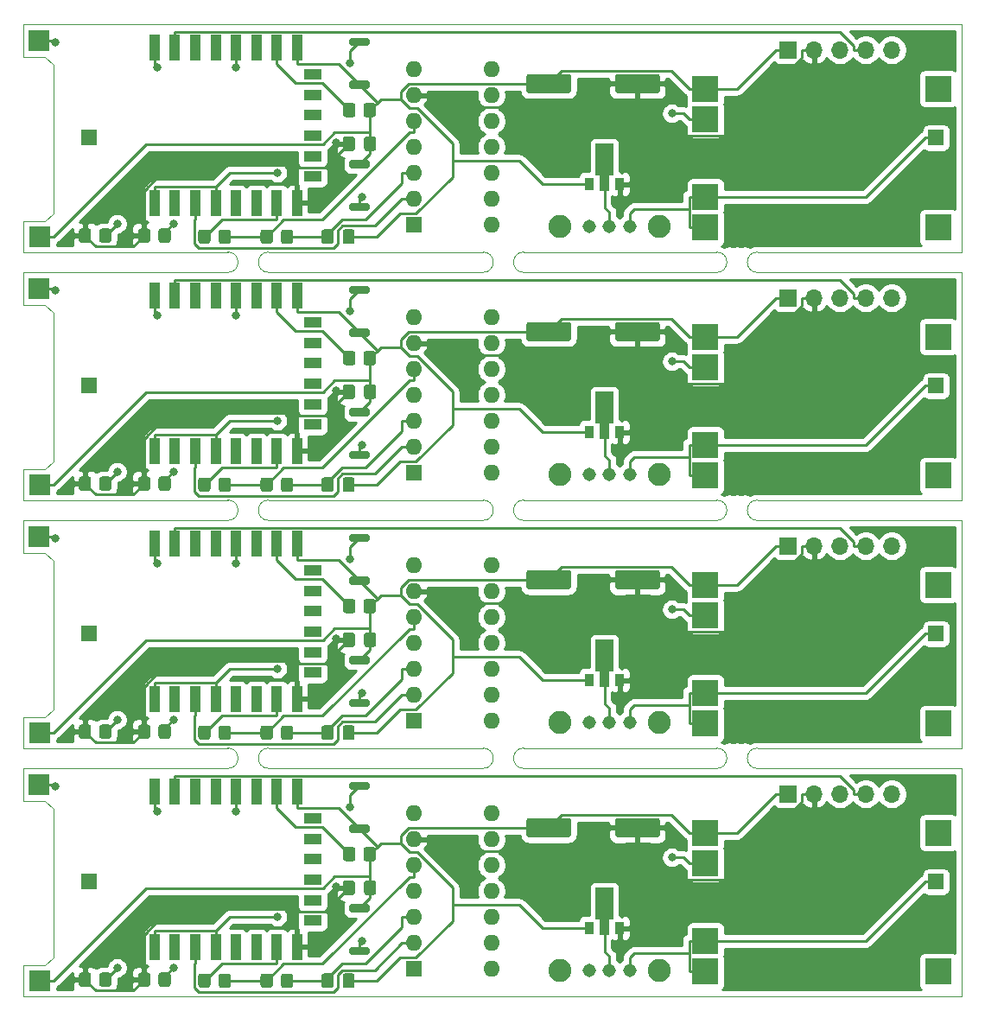
<source format=gbr>
%TF.GenerationSoftware,KiCad,Pcbnew,5.1.12-84ad8e8a86~92~ubuntu18.04.1*%
%TF.CreationDate,2021-11-12T09:30:33+01:00*%
%TF.ProjectId,window-sensor,77696e64-6f77-42d7-9365-6e736f722e6b,rev?*%
%TF.SameCoordinates,PX5dd7700PY8ec3da0*%
%TF.FileFunction,Copper,L1,Top*%
%TF.FilePolarity,Positive*%
%FSLAX46Y46*%
G04 Gerber Fmt 4.6, Leading zero omitted, Abs format (unit mm)*
G04 Created by KiCad (PCBNEW 5.1.12-84ad8e8a86~92~ubuntu18.04.1) date 2021-11-12 09:30:33*
%MOMM*%
%LPD*%
G01*
G04 APERTURE LIST*
%TA.AperFunction,Profile*%
%ADD10C,0.050000*%
%TD*%
%TA.AperFunction,ComponentPad*%
%ADD11C,2.250000*%
%TD*%
%TA.AperFunction,ComponentPad*%
%ADD12C,1.308000*%
%TD*%
%TA.AperFunction,ComponentPad*%
%ADD13O,1.600000X1.600000*%
%TD*%
%TA.AperFunction,ComponentPad*%
%ADD14R,1.600000X1.600000*%
%TD*%
%TA.AperFunction,ComponentPad*%
%ADD15R,1.700000X1.700000*%
%TD*%
%TA.AperFunction,ComponentPad*%
%ADD16O,1.700000X1.700000*%
%TD*%
%TA.AperFunction,ComponentPad*%
%ADD17R,1.500000X1.500000*%
%TD*%
%TA.AperFunction,SMDPad,CuDef*%
%ADD18R,1.000000X2.500000*%
%TD*%
%TA.AperFunction,SMDPad,CuDef*%
%ADD19R,1.800000X1.000000*%
%TD*%
%TA.AperFunction,SMDPad,CuDef*%
%ADD20R,2.000000X2.000000*%
%TD*%
%TA.AperFunction,SMDPad,CuDef*%
%ADD21R,0.900000X1.300000*%
%TD*%
%TA.AperFunction,SMDPad,CuDef*%
%ADD22C,0.100000*%
%TD*%
%TA.AperFunction,SMDPad,CuDef*%
%ADD23R,2.540000X2.540000*%
%TD*%
%TA.AperFunction,ViaPad*%
%ADD24C,0.800000*%
%TD*%
%TA.AperFunction,Conductor*%
%ADD25C,0.250000*%
%TD*%
%TA.AperFunction,Conductor*%
%ADD26C,0.254000*%
%TD*%
%TA.AperFunction,Conductor*%
%ADD27C,0.100000*%
%TD*%
G04 APERTURE END LIST*
D10*
X74900000Y1800000D02*
X78900000Y1800000D01*
X52000000Y1800000D02*
X56000000Y1800000D01*
X27000000Y1800000D02*
X31000000Y1800000D01*
X74900000Y97000000D02*
X78900000Y97000000D01*
X52000000Y97000000D02*
X56000000Y97000000D01*
X27000000Y97000000D02*
X31000000Y97000000D01*
X9100000Y20900000D02*
X9900000Y20100000D01*
X9100000Y45200000D02*
X9900000Y44400000D01*
X9100000Y69500000D02*
X9900000Y68700000D01*
X27000000Y26100000D02*
G75*
G02*
X27000000Y24100000I0J-1000000D01*
G01*
X27000000Y50400000D02*
G75*
G02*
X27000000Y48400000I0J-1000000D01*
G01*
X52000000Y26100000D02*
G75*
G02*
X52000000Y24100000I0J-1000000D01*
G01*
X52000000Y50400000D02*
G75*
G02*
X52000000Y48400000I0J-1000000D01*
G01*
X78900000Y24100000D02*
G75*
G02*
X78900000Y26100000I0J1000000D01*
G01*
X78900000Y48400000D02*
G75*
G02*
X78900000Y50400000I0J1000000D01*
G01*
X56000000Y1800000D02*
X74900000Y1800000D01*
X56000000Y26100000D02*
X74900000Y26100000D01*
X56000000Y50400000D02*
X74900000Y50400000D01*
X7000000Y4800000D02*
X7000000Y1800000D01*
X7000000Y29100000D02*
X7000000Y26100000D01*
X7000000Y53400000D02*
X7000000Y50400000D01*
X74900000Y26100000D02*
G75*
G02*
X74900000Y24100000I0J-1000000D01*
G01*
X74900000Y50400000D02*
G75*
G02*
X74900000Y48400000I0J-1000000D01*
G01*
X56000000Y24100000D02*
G75*
G02*
X56000000Y26100000I0J1000000D01*
G01*
X56000000Y48400000D02*
G75*
G02*
X56000000Y50400000I0J1000000D01*
G01*
X31000000Y1800000D02*
X52000000Y1800000D01*
X31000000Y26100000D02*
X52000000Y26100000D01*
X31000000Y50400000D02*
X52000000Y50400000D01*
X9100000Y4800000D02*
X9900000Y5600000D01*
X9100000Y29100000D02*
X9900000Y29900000D01*
X9100000Y53400000D02*
X9900000Y54200000D01*
X31000000Y24100000D02*
X52000000Y24100000D01*
X31000000Y48400000D02*
X52000000Y48400000D01*
X31000000Y72700000D02*
X52000000Y72700000D01*
X9900000Y20100000D02*
X9900000Y5600000D01*
X9900000Y44400000D02*
X9900000Y29900000D01*
X9900000Y68700000D02*
X9900000Y54200000D01*
X31000000Y24100000D02*
G75*
G02*
X31000000Y26100000I0J1000000D01*
G01*
X31000000Y48400000D02*
G75*
G02*
X31000000Y50400000I0J1000000D01*
G01*
X98900000Y24100000D02*
X78900000Y24100000D01*
X98900000Y48400000D02*
X78900000Y48400000D01*
X98900000Y72700000D02*
X78900000Y72700000D01*
X98900000Y1800000D02*
X98900000Y24100000D01*
X98900000Y26100000D02*
X98900000Y48400000D01*
X98900000Y50400000D02*
X98900000Y72700000D01*
X9100000Y4800000D02*
X7000000Y4800000D01*
X9100000Y29100000D02*
X7000000Y29100000D01*
X9100000Y53400000D02*
X7000000Y53400000D01*
X7000000Y20900000D02*
X7000000Y24100000D01*
X7000000Y45200000D02*
X7000000Y48400000D01*
X7000000Y69500000D02*
X7000000Y72700000D01*
X98900000Y1800000D02*
X78900000Y1800000D01*
X98900000Y26100000D02*
X78900000Y26100000D01*
X98900000Y50400000D02*
X78900000Y50400000D01*
X7000000Y24100000D02*
X27000000Y24100000D01*
X7000000Y48400000D02*
X27000000Y48400000D01*
X7000000Y72700000D02*
X27000000Y72700000D01*
X7000000Y20900000D02*
X9100000Y20900000D01*
X7000000Y45200000D02*
X9100000Y45200000D01*
X7000000Y69500000D02*
X9100000Y69500000D01*
X74900000Y24100000D02*
X56000000Y24100000D01*
X74900000Y48400000D02*
X56000000Y48400000D01*
X74900000Y72700000D02*
X56000000Y72700000D01*
X7000000Y1800000D02*
X27000000Y1800000D01*
X7000000Y26100000D02*
X27000000Y26100000D01*
X7000000Y50400000D02*
X27000000Y50400000D01*
X27000000Y74700000D02*
G75*
G02*
X27000000Y72700000I0J-1000000D01*
G01*
X31000000Y72700000D02*
G75*
G02*
X31000000Y74700000I0J1000000D01*
G01*
X52000000Y74700000D02*
G75*
G02*
X52000000Y72700000I0J-1000000D01*
G01*
X56000000Y72700000D02*
G75*
G02*
X56000000Y74700000I0J1000000D01*
G01*
X74900000Y74700000D02*
G75*
G02*
X74900000Y72700000I0J-1000000D01*
G01*
X78900000Y72700000D02*
G75*
G02*
X78900000Y74700000I0J1000000D01*
G01*
X98900000Y74700000D02*
X78900000Y74700000D01*
X56000000Y74700000D02*
X74900000Y74700000D01*
X31000000Y74700000D02*
X52000000Y74700000D01*
X7000000Y74700000D02*
X27000000Y74700000D01*
X74900000Y97000000D02*
X56000000Y97000000D01*
X31000000Y97000000D02*
X52000000Y97000000D01*
X98900000Y97000000D02*
X78900000Y97000000D01*
X7000000Y97000000D02*
X27000000Y97000000D01*
X98900000Y74700000D02*
X98900000Y97000000D01*
X7000000Y77700000D02*
X7000000Y74700000D01*
X7000000Y93800000D02*
X7000000Y97000000D01*
X9100000Y93800000D02*
X9900000Y93000000D01*
X9100000Y77700000D02*
X9900000Y78500000D01*
X9100000Y77700000D02*
X7000000Y77700000D01*
X9900000Y93000000D02*
X9900000Y78500000D01*
X7000000Y93800000D02*
X9100000Y93800000D01*
D11*
%TO.P,S1,P$5*%
%TO.N,N/C*%
X59550000Y4300000D03*
%TO.P,S1,P$4*%
X69250000Y4300000D03*
D12*
%TO.P,S1,3*%
%TO.N,Net-(S1-Pad3)*%
X62400000Y4300000D03*
%TO.P,S1,1*%
%TO.N,+3V8*%
X66400000Y4300000D03*
%TO.P,S1,2*%
%TO.N,Net-(HT7333-Pad2)*%
X64400000Y4300000D03*
%TD*%
D11*
%TO.P,S1,P$5*%
%TO.N,N/C*%
X59550000Y28600000D03*
%TO.P,S1,P$4*%
X69250000Y28600000D03*
D12*
%TO.P,S1,3*%
%TO.N,Net-(S1-Pad3)*%
X62400000Y28600000D03*
%TO.P,S1,1*%
%TO.N,+3V8*%
X66400000Y28600000D03*
%TO.P,S1,2*%
%TO.N,Net-(HT7333-Pad2)*%
X64400000Y28600000D03*
%TD*%
D11*
%TO.P,S1,P$5*%
%TO.N,N/C*%
X59550000Y52900000D03*
%TO.P,S1,P$4*%
X69250000Y52900000D03*
D12*
%TO.P,S1,3*%
%TO.N,Net-(S1-Pad3)*%
X62400000Y52900000D03*
%TO.P,S1,1*%
%TO.N,+3V8*%
X66400000Y52900000D03*
%TO.P,S1,2*%
%TO.N,Net-(HT7333-Pad2)*%
X64400000Y52900000D03*
%TD*%
%TO.P,10k-4,1*%
%TO.N,GND*%
%TA.AperFunction,SMDPad,CuDef*%
G36*
G01*
X41500000Y16150001D02*
X41500000Y15249999D01*
G75*
G02*
X41250001Y15000000I-249999J0D01*
G01*
X40549999Y15000000D01*
G75*
G02*
X40300000Y15249999I0J249999D01*
G01*
X40300000Y16150001D01*
G75*
G02*
X40549999Y16400000I249999J0D01*
G01*
X41250001Y16400000D01*
G75*
G02*
X41500000Y16150001I0J-249999D01*
G01*
G37*
%TD.AperFunction*%
%TO.P,10k-4,2*%
%TO.N,Net-(10k-4-Pad2)*%
%TA.AperFunction,SMDPad,CuDef*%
G36*
G01*
X39500000Y16150001D02*
X39500000Y15249999D01*
G75*
G02*
X39250001Y15000000I-249999J0D01*
G01*
X38549999Y15000000D01*
G75*
G02*
X38300000Y15249999I0J249999D01*
G01*
X38300000Y16150001D01*
G75*
G02*
X38549999Y16400000I249999J0D01*
G01*
X39250001Y16400000D01*
G75*
G02*
X39500000Y16150001I0J-249999D01*
G01*
G37*
%TD.AperFunction*%
%TD*%
%TO.P,10k-4,1*%
%TO.N,GND*%
%TA.AperFunction,SMDPad,CuDef*%
G36*
G01*
X41500000Y40450001D02*
X41500000Y39549999D01*
G75*
G02*
X41250001Y39300000I-249999J0D01*
G01*
X40549999Y39300000D01*
G75*
G02*
X40300000Y39549999I0J249999D01*
G01*
X40300000Y40450001D01*
G75*
G02*
X40549999Y40700000I249999J0D01*
G01*
X41250001Y40700000D01*
G75*
G02*
X41500000Y40450001I0J-249999D01*
G01*
G37*
%TD.AperFunction*%
%TO.P,10k-4,2*%
%TO.N,Net-(10k-4-Pad2)*%
%TA.AperFunction,SMDPad,CuDef*%
G36*
G01*
X39500000Y40450001D02*
X39500000Y39549999D01*
G75*
G02*
X39250001Y39300000I-249999J0D01*
G01*
X38549999Y39300000D01*
G75*
G02*
X38300000Y39549999I0J249999D01*
G01*
X38300000Y40450001D01*
G75*
G02*
X38549999Y40700000I249999J0D01*
G01*
X39250001Y40700000D01*
G75*
G02*
X39500000Y40450001I0J-249999D01*
G01*
G37*
%TD.AperFunction*%
%TD*%
%TO.P,10k-4,1*%
%TO.N,GND*%
%TA.AperFunction,SMDPad,CuDef*%
G36*
G01*
X41500000Y64750001D02*
X41500000Y63849999D01*
G75*
G02*
X41250001Y63600000I-249999J0D01*
G01*
X40549999Y63600000D01*
G75*
G02*
X40300000Y63849999I0J249999D01*
G01*
X40300000Y64750001D01*
G75*
G02*
X40549999Y65000000I249999J0D01*
G01*
X41250001Y65000000D01*
G75*
G02*
X41500000Y64750001I0J-249999D01*
G01*
G37*
%TD.AperFunction*%
%TO.P,10k-4,2*%
%TO.N,Net-(10k-4-Pad2)*%
%TA.AperFunction,SMDPad,CuDef*%
G36*
G01*
X39500000Y64750001D02*
X39500000Y63849999D01*
G75*
G02*
X39250001Y63600000I-249999J0D01*
G01*
X38549999Y63600000D01*
G75*
G02*
X38300000Y63849999I0J249999D01*
G01*
X38300000Y64750001D01*
G75*
G02*
X38549999Y65000000I249999J0D01*
G01*
X39250001Y65000000D01*
G75*
G02*
X39500000Y64750001I0J-249999D01*
G01*
G37*
%TD.AperFunction*%
%TD*%
%TO.P,100nF-1,1*%
%TO.N,Net-(100nF-1-Pad1)*%
%TA.AperFunction,SMDPad,CuDef*%
G36*
G01*
X36175000Y2825000D02*
X36175000Y3775000D01*
G75*
G02*
X36425000Y4025000I250000J0D01*
G01*
X37100000Y4025000D01*
G75*
G02*
X37350000Y3775000I0J-250000D01*
G01*
X37350000Y2825000D01*
G75*
G02*
X37100000Y2575000I-250000J0D01*
G01*
X36425000Y2575000D01*
G75*
G02*
X36175000Y2825000I0J250000D01*
G01*
G37*
%TD.AperFunction*%
%TO.P,100nF-1,2*%
%TO.N,GND*%
%TA.AperFunction,SMDPad,CuDef*%
G36*
G01*
X38250000Y2825000D02*
X38250000Y3775000D01*
G75*
G02*
X38500000Y4025000I250000J0D01*
G01*
X39175000Y4025000D01*
G75*
G02*
X39425000Y3775000I0J-250000D01*
G01*
X39425000Y2825000D01*
G75*
G02*
X39175000Y2575000I-250000J0D01*
G01*
X38500000Y2575000D01*
G75*
G02*
X38250000Y2825000I0J250000D01*
G01*
G37*
%TD.AperFunction*%
%TD*%
%TO.P,100nF-1,1*%
%TO.N,Net-(100nF-1-Pad1)*%
%TA.AperFunction,SMDPad,CuDef*%
G36*
G01*
X36175000Y27125000D02*
X36175000Y28075000D01*
G75*
G02*
X36425000Y28325000I250000J0D01*
G01*
X37100000Y28325000D01*
G75*
G02*
X37350000Y28075000I0J-250000D01*
G01*
X37350000Y27125000D01*
G75*
G02*
X37100000Y26875000I-250000J0D01*
G01*
X36425000Y26875000D01*
G75*
G02*
X36175000Y27125000I0J250000D01*
G01*
G37*
%TD.AperFunction*%
%TO.P,100nF-1,2*%
%TO.N,GND*%
%TA.AperFunction,SMDPad,CuDef*%
G36*
G01*
X38250000Y27125000D02*
X38250000Y28075000D01*
G75*
G02*
X38500000Y28325000I250000J0D01*
G01*
X39175000Y28325000D01*
G75*
G02*
X39425000Y28075000I0J-250000D01*
G01*
X39425000Y27125000D01*
G75*
G02*
X39175000Y26875000I-250000J0D01*
G01*
X38500000Y26875000D01*
G75*
G02*
X38250000Y27125000I0J250000D01*
G01*
G37*
%TD.AperFunction*%
%TD*%
%TO.P,100nF-1,1*%
%TO.N,Net-(100nF-1-Pad1)*%
%TA.AperFunction,SMDPad,CuDef*%
G36*
G01*
X36175000Y51425000D02*
X36175000Y52375000D01*
G75*
G02*
X36425000Y52625000I250000J0D01*
G01*
X37100000Y52625000D01*
G75*
G02*
X37350000Y52375000I0J-250000D01*
G01*
X37350000Y51425000D01*
G75*
G02*
X37100000Y51175000I-250000J0D01*
G01*
X36425000Y51175000D01*
G75*
G02*
X36175000Y51425000I0J250000D01*
G01*
G37*
%TD.AperFunction*%
%TO.P,100nF-1,2*%
%TO.N,GND*%
%TA.AperFunction,SMDPad,CuDef*%
G36*
G01*
X38250000Y51425000D02*
X38250000Y52375000D01*
G75*
G02*
X38500000Y52625000I250000J0D01*
G01*
X39175000Y52625000D01*
G75*
G02*
X39425000Y52375000I0J-250000D01*
G01*
X39425000Y51425000D01*
G75*
G02*
X39175000Y51175000I-250000J0D01*
G01*
X38500000Y51175000D01*
G75*
G02*
X38250000Y51425000I0J250000D01*
G01*
G37*
%TD.AperFunction*%
%TD*%
%TO.P,10k-1,2*%
%TO.N,Net-(10k-1-Pad2)*%
%TA.AperFunction,SMDPad,CuDef*%
G36*
G01*
X26100000Y2849999D02*
X26100000Y3750001D01*
G75*
G02*
X26349999Y4000000I249999J0D01*
G01*
X27050001Y4000000D01*
G75*
G02*
X27300000Y3750001I0J-249999D01*
G01*
X27300000Y2849999D01*
G75*
G02*
X27050001Y2600000I-249999J0D01*
G01*
X26349999Y2600000D01*
G75*
G02*
X26100000Y2849999I0J249999D01*
G01*
G37*
%TD.AperFunction*%
%TO.P,10k-1,1*%
%TO.N,GPIO13*%
%TA.AperFunction,SMDPad,CuDef*%
G36*
G01*
X24100000Y2849999D02*
X24100000Y3750001D01*
G75*
G02*
X24349999Y4000000I249999J0D01*
G01*
X25050001Y4000000D01*
G75*
G02*
X25300000Y3750001I0J-249999D01*
G01*
X25300000Y2849999D01*
G75*
G02*
X25050001Y2600000I-249999J0D01*
G01*
X24349999Y2600000D01*
G75*
G02*
X24100000Y2849999I0J249999D01*
G01*
G37*
%TD.AperFunction*%
%TD*%
%TO.P,10k-1,2*%
%TO.N,Net-(10k-1-Pad2)*%
%TA.AperFunction,SMDPad,CuDef*%
G36*
G01*
X26100000Y27149999D02*
X26100000Y28050001D01*
G75*
G02*
X26349999Y28300000I249999J0D01*
G01*
X27050001Y28300000D01*
G75*
G02*
X27300000Y28050001I0J-249999D01*
G01*
X27300000Y27149999D01*
G75*
G02*
X27050001Y26900000I-249999J0D01*
G01*
X26349999Y26900000D01*
G75*
G02*
X26100000Y27149999I0J249999D01*
G01*
G37*
%TD.AperFunction*%
%TO.P,10k-1,1*%
%TO.N,GPIO13*%
%TA.AperFunction,SMDPad,CuDef*%
G36*
G01*
X24100000Y27149999D02*
X24100000Y28050001D01*
G75*
G02*
X24349999Y28300000I249999J0D01*
G01*
X25050001Y28300000D01*
G75*
G02*
X25300000Y28050001I0J-249999D01*
G01*
X25300000Y27149999D01*
G75*
G02*
X25050001Y26900000I-249999J0D01*
G01*
X24349999Y26900000D01*
G75*
G02*
X24100000Y27149999I0J249999D01*
G01*
G37*
%TD.AperFunction*%
%TD*%
%TO.P,10k-1,2*%
%TO.N,Net-(10k-1-Pad2)*%
%TA.AperFunction,SMDPad,CuDef*%
G36*
G01*
X26100000Y51449999D02*
X26100000Y52350001D01*
G75*
G02*
X26349999Y52600000I249999J0D01*
G01*
X27050001Y52600000D01*
G75*
G02*
X27300000Y52350001I0J-249999D01*
G01*
X27300000Y51449999D01*
G75*
G02*
X27050001Y51200000I-249999J0D01*
G01*
X26349999Y51200000D01*
G75*
G02*
X26100000Y51449999I0J249999D01*
G01*
G37*
%TD.AperFunction*%
%TO.P,10k-1,1*%
%TO.N,GPIO13*%
%TA.AperFunction,SMDPad,CuDef*%
G36*
G01*
X24100000Y51449999D02*
X24100000Y52350001D01*
G75*
G02*
X24349999Y52600000I249999J0D01*
G01*
X25050001Y52600000D01*
G75*
G02*
X25300000Y52350001I0J-249999D01*
G01*
X25300000Y51449999D01*
G75*
G02*
X25050001Y51200000I-249999J0D01*
G01*
X24349999Y51200000D01*
G75*
G02*
X24100000Y51449999I0J249999D01*
G01*
G37*
%TD.AperFunction*%
%TD*%
%TO.P,10k-2,2*%
%TO.N,Net-(10k-1-Pad2)*%
%TA.AperFunction,SMDPad,CuDef*%
G36*
G01*
X31400000Y3750001D02*
X31400000Y2849999D01*
G75*
G02*
X31150001Y2600000I-249999J0D01*
G01*
X30449999Y2600000D01*
G75*
G02*
X30200000Y2849999I0J249999D01*
G01*
X30200000Y3750001D01*
G75*
G02*
X30449999Y4000000I249999J0D01*
G01*
X31150001Y4000000D01*
G75*
G02*
X31400000Y3750001I0J-249999D01*
G01*
G37*
%TD.AperFunction*%
%TO.P,10k-2,1*%
%TO.N,Net-(100nF-1-Pad1)*%
%TA.AperFunction,SMDPad,CuDef*%
G36*
G01*
X33400000Y3750001D02*
X33400000Y2849999D01*
G75*
G02*
X33150001Y2600000I-249999J0D01*
G01*
X32449999Y2600000D01*
G75*
G02*
X32200000Y2849999I0J249999D01*
G01*
X32200000Y3750001D01*
G75*
G02*
X32449999Y4000000I249999J0D01*
G01*
X33150001Y4000000D01*
G75*
G02*
X33400000Y3750001I0J-249999D01*
G01*
G37*
%TD.AperFunction*%
%TD*%
%TO.P,10k-2,2*%
%TO.N,Net-(10k-1-Pad2)*%
%TA.AperFunction,SMDPad,CuDef*%
G36*
G01*
X31400000Y28050001D02*
X31400000Y27149999D01*
G75*
G02*
X31150001Y26900000I-249999J0D01*
G01*
X30449999Y26900000D01*
G75*
G02*
X30200000Y27149999I0J249999D01*
G01*
X30200000Y28050001D01*
G75*
G02*
X30449999Y28300000I249999J0D01*
G01*
X31150001Y28300000D01*
G75*
G02*
X31400000Y28050001I0J-249999D01*
G01*
G37*
%TD.AperFunction*%
%TO.P,10k-2,1*%
%TO.N,Net-(100nF-1-Pad1)*%
%TA.AperFunction,SMDPad,CuDef*%
G36*
G01*
X33400000Y28050001D02*
X33400000Y27149999D01*
G75*
G02*
X33150001Y26900000I-249999J0D01*
G01*
X32449999Y26900000D01*
G75*
G02*
X32200000Y27149999I0J249999D01*
G01*
X32200000Y28050001D01*
G75*
G02*
X32449999Y28300000I249999J0D01*
G01*
X33150001Y28300000D01*
G75*
G02*
X33400000Y28050001I0J-249999D01*
G01*
G37*
%TD.AperFunction*%
%TD*%
%TO.P,10k-2,2*%
%TO.N,Net-(10k-1-Pad2)*%
%TA.AperFunction,SMDPad,CuDef*%
G36*
G01*
X31400000Y52350001D02*
X31400000Y51449999D01*
G75*
G02*
X31150001Y51200000I-249999J0D01*
G01*
X30449999Y51200000D01*
G75*
G02*
X30200000Y51449999I0J249999D01*
G01*
X30200000Y52350001D01*
G75*
G02*
X30449999Y52600000I249999J0D01*
G01*
X31150001Y52600000D01*
G75*
G02*
X31400000Y52350001I0J-249999D01*
G01*
G37*
%TD.AperFunction*%
%TO.P,10k-2,1*%
%TO.N,Net-(100nF-1-Pad1)*%
%TA.AperFunction,SMDPad,CuDef*%
G36*
G01*
X33400000Y52350001D02*
X33400000Y51449999D01*
G75*
G02*
X33150001Y51200000I-249999J0D01*
G01*
X32449999Y51200000D01*
G75*
G02*
X32200000Y51449999I0J249999D01*
G01*
X32200000Y52350001D01*
G75*
G02*
X32449999Y52600000I249999J0D01*
G01*
X33150001Y52600000D01*
G75*
G02*
X33400000Y52350001I0J-249999D01*
G01*
G37*
%TD.AperFunction*%
%TD*%
D13*
%TO.P,U3,1*%
%TO.N,Net-(1M-1-Pad2)*%
X45200000Y19700000D03*
%TO.P,U3,8*%
%TO.N,N/C*%
X52820000Y4460000D03*
%TO.P,U3,2*%
%TO.N,+3V3*%
X45200000Y17160000D03*
%TO.P,U3,9*%
%TO.N,N/C*%
X52820000Y7000000D03*
%TO.P,U3,3*%
%TO.N,Net-(10k-1-Pad2)*%
X45200000Y14620000D03*
%TO.P,U3,10*%
%TO.N,N/C*%
X52820000Y9540000D03*
%TO.P,U3,4*%
%TO.N,Net-(1M-1-Pad2)*%
X45200000Y12080000D03*
%TO.P,U3,11*%
%TO.N,N/C*%
X52820000Y12080000D03*
%TO.P,U3,5*%
%TO.N,Net-(100nF-1-Pad1)*%
X45200000Y9540000D03*
%TO.P,U3,12*%
%TO.N,N/C*%
X52820000Y14620000D03*
%TO.P,U3,6*%
%TO.N,EN*%
X45200000Y7000000D03*
%TO.P,U3,13*%
%TO.N,N/C*%
X52820000Y17160000D03*
D14*
%TO.P,U3,7*%
X45200000Y4460000D03*
D13*
%TO.P,U3,14*%
X52820000Y19700000D03*
%TD*%
%TO.P,U3,1*%
%TO.N,Net-(1M-1-Pad2)*%
X45200000Y44000000D03*
%TO.P,U3,8*%
%TO.N,N/C*%
X52820000Y28760000D03*
%TO.P,U3,2*%
%TO.N,+3V3*%
X45200000Y41460000D03*
%TO.P,U3,9*%
%TO.N,N/C*%
X52820000Y31300000D03*
%TO.P,U3,3*%
%TO.N,Net-(10k-1-Pad2)*%
X45200000Y38920000D03*
%TO.P,U3,10*%
%TO.N,N/C*%
X52820000Y33840000D03*
%TO.P,U3,4*%
%TO.N,Net-(1M-1-Pad2)*%
X45200000Y36380000D03*
%TO.P,U3,11*%
%TO.N,N/C*%
X52820000Y36380000D03*
%TO.P,U3,5*%
%TO.N,Net-(100nF-1-Pad1)*%
X45200000Y33840000D03*
%TO.P,U3,12*%
%TO.N,N/C*%
X52820000Y38920000D03*
%TO.P,U3,6*%
%TO.N,EN*%
X45200000Y31300000D03*
%TO.P,U3,13*%
%TO.N,N/C*%
X52820000Y41460000D03*
D14*
%TO.P,U3,7*%
X45200000Y28760000D03*
D13*
%TO.P,U3,14*%
X52820000Y44000000D03*
%TD*%
%TO.P,U3,1*%
%TO.N,Net-(1M-1-Pad2)*%
X45200000Y68300000D03*
%TO.P,U3,8*%
%TO.N,N/C*%
X52820000Y53060000D03*
%TO.P,U3,2*%
%TO.N,+3V3*%
X45200000Y65760000D03*
%TO.P,U3,9*%
%TO.N,N/C*%
X52820000Y55600000D03*
%TO.P,U3,3*%
%TO.N,Net-(10k-1-Pad2)*%
X45200000Y63220000D03*
%TO.P,U3,10*%
%TO.N,N/C*%
X52820000Y58140000D03*
%TO.P,U3,4*%
%TO.N,Net-(1M-1-Pad2)*%
X45200000Y60680000D03*
%TO.P,U3,11*%
%TO.N,N/C*%
X52820000Y60680000D03*
%TO.P,U3,5*%
%TO.N,Net-(100nF-1-Pad1)*%
X45200000Y58140000D03*
%TO.P,U3,12*%
%TO.N,N/C*%
X52820000Y63220000D03*
%TO.P,U3,6*%
%TO.N,EN*%
X45200000Y55600000D03*
%TO.P,U3,13*%
%TO.N,N/C*%
X52820000Y65760000D03*
D14*
%TO.P,U3,7*%
X45200000Y53060000D03*
D13*
%TO.P,U3,14*%
X52820000Y68300000D03*
%TD*%
D15*
%TO.P,J1,1*%
%TO.N,GND*%
X81900000Y21600000D03*
D16*
%TO.P,J1,2*%
%TO.N,+3V3*%
X84440000Y21600000D03*
%TO.P,J1,3*%
%TO.N,Net-(10k-3-Pad1)*%
X86980000Y21600000D03*
%TO.P,J1,4*%
%TO.N,Net-(ESP-12E1-Pad21)*%
X89520000Y21600000D03*
%TO.P,J1,5*%
%TO.N,Net-(ESP-12E1-Pad22)*%
X92060000Y21600000D03*
%TD*%
D15*
%TO.P,J1,1*%
%TO.N,GND*%
X81900000Y45900000D03*
D16*
%TO.P,J1,2*%
%TO.N,+3V3*%
X84440000Y45900000D03*
%TO.P,J1,3*%
%TO.N,Net-(10k-3-Pad1)*%
X86980000Y45900000D03*
%TO.P,J1,4*%
%TO.N,Net-(ESP-12E1-Pad21)*%
X89520000Y45900000D03*
%TO.P,J1,5*%
%TO.N,Net-(ESP-12E1-Pad22)*%
X92060000Y45900000D03*
%TD*%
D15*
%TO.P,J1,1*%
%TO.N,GND*%
X81900000Y70200000D03*
D16*
%TO.P,J1,2*%
%TO.N,+3V3*%
X84440000Y70200000D03*
%TO.P,J1,3*%
%TO.N,Net-(10k-3-Pad1)*%
X86980000Y70200000D03*
%TO.P,J1,4*%
%TO.N,Net-(ESP-12E1-Pad21)*%
X89520000Y70200000D03*
%TO.P,J1,5*%
%TO.N,Net-(ESP-12E1-Pad22)*%
X92060000Y70200000D03*
%TD*%
D17*
%TO.P,3V7,1*%
%TO.N,+3V8*%
X96400000Y13000000D03*
%TD*%
%TO.P,3V7,1*%
%TO.N,+3V8*%
X96400000Y37300000D03*
%TD*%
%TO.P,3V7,1*%
%TO.N,+3V8*%
X96400000Y61600000D03*
%TD*%
D18*
%TO.P,ESP-12E1,1*%
%TO.N,Net-(ESP-12E1-Pad1)*%
X19800000Y6600000D03*
%TO.P,ESP-12E1,2*%
%TO.N,Net-(ESP-12E1-Pad2)*%
X21800000Y6600000D03*
%TO.P,ESP-12E1,3*%
%TO.N,EN*%
X23800000Y6600000D03*
%TO.P,ESP-12E1,4*%
%TO.N,Net-(ESP-12E1-Pad1)*%
X25800000Y6600000D03*
%TO.P,ESP-12E1,5*%
%TO.N,Net-(ESP-12E1-Pad5)*%
X27800000Y6600000D03*
%TO.P,ESP-12E1,6*%
%TO.N,Net-(ESP-12E1-Pad6)*%
X29800000Y6600000D03*
%TO.P,ESP-12E1,7*%
%TO.N,GPIO13*%
X31800000Y6600000D03*
%TO.P,ESP-12E1,8*%
%TO.N,+3V3*%
X33800000Y6600000D03*
D19*
%TO.P,ESP-12E1,9*%
%TO.N,Net-(ESP-12E1-Pad9)*%
X35300000Y9200000D03*
%TO.P,ESP-12E1,10*%
%TO.N,Net-(ESP-12E1-Pad10)*%
X35300000Y11200000D03*
%TO.P,ESP-12E1,11*%
%TO.N,Net-(ESP-12E1-Pad11)*%
X35300000Y13200000D03*
%TO.P,ESP-12E1,12*%
%TO.N,Net-(ESP-12E1-Pad12)*%
X35300000Y15200000D03*
%TO.P,ESP-12E1,13*%
%TO.N,Net-(ESP-12E1-Pad13)*%
X35300000Y17200000D03*
%TO.P,ESP-12E1,14*%
%TO.N,Net-(ESP-12E1-Pad14)*%
X35300000Y19200000D03*
D18*
%TO.P,ESP-12E1,15*%
%TO.N,GND*%
X33800000Y21800000D03*
%TO.P,ESP-12E1,16*%
%TO.N,Net-(10k-4-Pad2)*%
X31800000Y21800000D03*
%TO.P,ESP-12E1,17*%
%TO.N,Net-(ESP-12E1-Pad17)*%
X29800000Y21800000D03*
%TO.P,ESP-12E1,18*%
%TO.N,Net-(10k-3-Pad1)*%
X27800000Y21800000D03*
%TO.P,ESP-12E1,19*%
%TO.N,Net-(ESP-12E1-Pad19)*%
X25800000Y21800000D03*
%TO.P,ESP-12E1,20*%
%TO.N,Net-(ESP-12E1-Pad20)*%
X23800000Y21800000D03*
%TO.P,ESP-12E1,21*%
%TO.N,Net-(ESP-12E1-Pad21)*%
X21800000Y21800000D03*
%TO.P,ESP-12E1,22*%
%TO.N,Net-(ESP-12E1-Pad22)*%
X19800000Y21800000D03*
%TD*%
%TO.P,ESP-12E1,1*%
%TO.N,Net-(ESP-12E1-Pad1)*%
X19800000Y30900000D03*
%TO.P,ESP-12E1,2*%
%TO.N,Net-(ESP-12E1-Pad2)*%
X21800000Y30900000D03*
%TO.P,ESP-12E1,3*%
%TO.N,EN*%
X23800000Y30900000D03*
%TO.P,ESP-12E1,4*%
%TO.N,Net-(ESP-12E1-Pad1)*%
X25800000Y30900000D03*
%TO.P,ESP-12E1,5*%
%TO.N,Net-(ESP-12E1-Pad5)*%
X27800000Y30900000D03*
%TO.P,ESP-12E1,6*%
%TO.N,Net-(ESP-12E1-Pad6)*%
X29800000Y30900000D03*
%TO.P,ESP-12E1,7*%
%TO.N,GPIO13*%
X31800000Y30900000D03*
%TO.P,ESP-12E1,8*%
%TO.N,+3V3*%
X33800000Y30900000D03*
D19*
%TO.P,ESP-12E1,9*%
%TO.N,Net-(ESP-12E1-Pad9)*%
X35300000Y33500000D03*
%TO.P,ESP-12E1,10*%
%TO.N,Net-(ESP-12E1-Pad10)*%
X35300000Y35500000D03*
%TO.P,ESP-12E1,11*%
%TO.N,Net-(ESP-12E1-Pad11)*%
X35300000Y37500000D03*
%TO.P,ESP-12E1,12*%
%TO.N,Net-(ESP-12E1-Pad12)*%
X35300000Y39500000D03*
%TO.P,ESP-12E1,13*%
%TO.N,Net-(ESP-12E1-Pad13)*%
X35300000Y41500000D03*
%TO.P,ESP-12E1,14*%
%TO.N,Net-(ESP-12E1-Pad14)*%
X35300000Y43500000D03*
D18*
%TO.P,ESP-12E1,15*%
%TO.N,GND*%
X33800000Y46100000D03*
%TO.P,ESP-12E1,16*%
%TO.N,Net-(10k-4-Pad2)*%
X31800000Y46100000D03*
%TO.P,ESP-12E1,17*%
%TO.N,Net-(ESP-12E1-Pad17)*%
X29800000Y46100000D03*
%TO.P,ESP-12E1,18*%
%TO.N,Net-(10k-3-Pad1)*%
X27800000Y46100000D03*
%TO.P,ESP-12E1,19*%
%TO.N,Net-(ESP-12E1-Pad19)*%
X25800000Y46100000D03*
%TO.P,ESP-12E1,20*%
%TO.N,Net-(ESP-12E1-Pad20)*%
X23800000Y46100000D03*
%TO.P,ESP-12E1,21*%
%TO.N,Net-(ESP-12E1-Pad21)*%
X21800000Y46100000D03*
%TO.P,ESP-12E1,22*%
%TO.N,Net-(ESP-12E1-Pad22)*%
X19800000Y46100000D03*
%TD*%
%TO.P,ESP-12E1,1*%
%TO.N,Net-(ESP-12E1-Pad1)*%
X19800000Y55200000D03*
%TO.P,ESP-12E1,2*%
%TO.N,Net-(ESP-12E1-Pad2)*%
X21800000Y55200000D03*
%TO.P,ESP-12E1,3*%
%TO.N,EN*%
X23800000Y55200000D03*
%TO.P,ESP-12E1,4*%
%TO.N,Net-(ESP-12E1-Pad1)*%
X25800000Y55200000D03*
%TO.P,ESP-12E1,5*%
%TO.N,Net-(ESP-12E1-Pad5)*%
X27800000Y55200000D03*
%TO.P,ESP-12E1,6*%
%TO.N,Net-(ESP-12E1-Pad6)*%
X29800000Y55200000D03*
%TO.P,ESP-12E1,7*%
%TO.N,GPIO13*%
X31800000Y55200000D03*
%TO.P,ESP-12E1,8*%
%TO.N,+3V3*%
X33800000Y55200000D03*
D19*
%TO.P,ESP-12E1,9*%
%TO.N,Net-(ESP-12E1-Pad9)*%
X35300000Y57800000D03*
%TO.P,ESP-12E1,10*%
%TO.N,Net-(ESP-12E1-Pad10)*%
X35300000Y59800000D03*
%TO.P,ESP-12E1,11*%
%TO.N,Net-(ESP-12E1-Pad11)*%
X35300000Y61800000D03*
%TO.P,ESP-12E1,12*%
%TO.N,Net-(ESP-12E1-Pad12)*%
X35300000Y63800000D03*
%TO.P,ESP-12E1,13*%
%TO.N,Net-(ESP-12E1-Pad13)*%
X35300000Y65800000D03*
%TO.P,ESP-12E1,14*%
%TO.N,Net-(ESP-12E1-Pad14)*%
X35300000Y67800000D03*
D18*
%TO.P,ESP-12E1,15*%
%TO.N,GND*%
X33800000Y70400000D03*
%TO.P,ESP-12E1,16*%
%TO.N,Net-(10k-4-Pad2)*%
X31800000Y70400000D03*
%TO.P,ESP-12E1,17*%
%TO.N,Net-(ESP-12E1-Pad17)*%
X29800000Y70400000D03*
%TO.P,ESP-12E1,18*%
%TO.N,Net-(10k-3-Pad1)*%
X27800000Y70400000D03*
%TO.P,ESP-12E1,19*%
%TO.N,Net-(ESP-12E1-Pad19)*%
X25800000Y70400000D03*
%TO.P,ESP-12E1,20*%
%TO.N,Net-(ESP-12E1-Pad20)*%
X23800000Y70400000D03*
%TO.P,ESP-12E1,21*%
%TO.N,Net-(ESP-12E1-Pad21)*%
X21800000Y70400000D03*
%TO.P,ESP-12E1,22*%
%TO.N,Net-(ESP-12E1-Pad22)*%
X19800000Y70400000D03*
%TD*%
%TO.P,10k-3,1*%
%TO.N,Net-(10k-3-Pad1)*%
%TA.AperFunction,SMDPad,CuDef*%
G36*
G01*
X21400000Y3850001D02*
X21400000Y2949999D01*
G75*
G02*
X21150001Y2700000I-249999J0D01*
G01*
X20449999Y2700000D01*
G75*
G02*
X20200000Y2949999I0J249999D01*
G01*
X20200000Y3850001D01*
G75*
G02*
X20449999Y4100000I249999J0D01*
G01*
X21150001Y4100000D01*
G75*
G02*
X21400000Y3850001I0J-249999D01*
G01*
G37*
%TD.AperFunction*%
%TO.P,10k-3,2*%
%TO.N,+3V3*%
%TA.AperFunction,SMDPad,CuDef*%
G36*
G01*
X19400000Y3850001D02*
X19400000Y2949999D01*
G75*
G02*
X19150001Y2700000I-249999J0D01*
G01*
X18449999Y2700000D01*
G75*
G02*
X18200000Y2949999I0J249999D01*
G01*
X18200000Y3850001D01*
G75*
G02*
X18449999Y4100000I249999J0D01*
G01*
X19150001Y4100000D01*
G75*
G02*
X19400000Y3850001I0J-249999D01*
G01*
G37*
%TD.AperFunction*%
%TD*%
%TO.P,10k-3,1*%
%TO.N,Net-(10k-3-Pad1)*%
%TA.AperFunction,SMDPad,CuDef*%
G36*
G01*
X21400000Y28150001D02*
X21400000Y27249999D01*
G75*
G02*
X21150001Y27000000I-249999J0D01*
G01*
X20449999Y27000000D01*
G75*
G02*
X20200000Y27249999I0J249999D01*
G01*
X20200000Y28150001D01*
G75*
G02*
X20449999Y28400000I249999J0D01*
G01*
X21150001Y28400000D01*
G75*
G02*
X21400000Y28150001I0J-249999D01*
G01*
G37*
%TD.AperFunction*%
%TO.P,10k-3,2*%
%TO.N,+3V3*%
%TA.AperFunction,SMDPad,CuDef*%
G36*
G01*
X19400000Y28150001D02*
X19400000Y27249999D01*
G75*
G02*
X19150001Y27000000I-249999J0D01*
G01*
X18449999Y27000000D01*
G75*
G02*
X18200000Y27249999I0J249999D01*
G01*
X18200000Y28150001D01*
G75*
G02*
X18449999Y28400000I249999J0D01*
G01*
X19150001Y28400000D01*
G75*
G02*
X19400000Y28150001I0J-249999D01*
G01*
G37*
%TD.AperFunction*%
%TD*%
%TO.P,10k-3,1*%
%TO.N,Net-(10k-3-Pad1)*%
%TA.AperFunction,SMDPad,CuDef*%
G36*
G01*
X21400000Y52450001D02*
X21400000Y51549999D01*
G75*
G02*
X21150001Y51300000I-249999J0D01*
G01*
X20449999Y51300000D01*
G75*
G02*
X20200000Y51549999I0J249999D01*
G01*
X20200000Y52450001D01*
G75*
G02*
X20449999Y52700000I249999J0D01*
G01*
X21150001Y52700000D01*
G75*
G02*
X21400000Y52450001I0J-249999D01*
G01*
G37*
%TD.AperFunction*%
%TO.P,10k-3,2*%
%TO.N,+3V3*%
%TA.AperFunction,SMDPad,CuDef*%
G36*
G01*
X19400000Y52450001D02*
X19400000Y51549999D01*
G75*
G02*
X19150001Y51300000I-249999J0D01*
G01*
X18449999Y51300000D01*
G75*
G02*
X18200000Y51549999I0J249999D01*
G01*
X18200000Y52450001D01*
G75*
G02*
X18449999Y52700000I249999J0D01*
G01*
X19150001Y52700000D01*
G75*
G02*
X19400000Y52450001I0J-249999D01*
G01*
G37*
%TD.AperFunction*%
%TD*%
D20*
%TO.P,REED1,2*%
%TO.N,Net-(1M-1-Pad2)*%
X8500000Y22520000D03*
%TO.P,REED1,1*%
%TO.N,GND*%
X8600000Y3300000D03*
%TD*%
%TO.P,REED1,2*%
%TO.N,Net-(1M-1-Pad2)*%
X8500000Y46820000D03*
%TO.P,REED1,1*%
%TO.N,GND*%
X8600000Y27600000D03*
%TD*%
%TO.P,REED1,2*%
%TO.N,Net-(1M-1-Pad2)*%
X8500000Y71120000D03*
%TO.P,REED1,1*%
%TO.N,GND*%
X8600000Y51900000D03*
%TD*%
D17*
%TO.P,GND,1*%
%TO.N,GND1*%
X13400000Y13000000D03*
%TD*%
%TO.P,GND,1*%
%TO.N,GND1*%
X13400000Y37300000D03*
%TD*%
%TO.P,GND,1*%
%TO.N,GND1*%
X13400000Y61600000D03*
%TD*%
D21*
%TO.P,HT7333,1*%
%TO.N,GND*%
X62400000Y8450000D03*
%TO.P,HT7333,3*%
%TO.N,+3V3*%
X65400000Y8450000D03*
%TA.AperFunction,SMDPad,CuDef*%
D22*
%TO.P,HT7333,2*%
%TO.N,Net-(HT7333-Pad2)*%
G36*
X64766500Y12400000D02*
G01*
X64766500Y9275000D01*
X64350000Y9275000D01*
X64350000Y7800000D01*
X63450000Y7800000D01*
X63450000Y9275000D01*
X63033500Y9275000D01*
X63033500Y12400000D01*
X64766500Y12400000D01*
G37*
%TD.AperFunction*%
%TD*%
D21*
%TO.P,HT7333,1*%
%TO.N,GND*%
X62400000Y32750000D03*
%TO.P,HT7333,3*%
%TO.N,+3V3*%
X65400000Y32750000D03*
%TA.AperFunction,SMDPad,CuDef*%
D22*
%TO.P,HT7333,2*%
%TO.N,Net-(HT7333-Pad2)*%
G36*
X64766500Y36700000D02*
G01*
X64766500Y33575000D01*
X64350000Y33575000D01*
X64350000Y32100000D01*
X63450000Y32100000D01*
X63450000Y33575000D01*
X63033500Y33575000D01*
X63033500Y36700000D01*
X64766500Y36700000D01*
G37*
%TD.AperFunction*%
%TD*%
D21*
%TO.P,HT7333,1*%
%TO.N,GND*%
X62400000Y57050000D03*
%TO.P,HT7333,3*%
%TO.N,+3V3*%
X65400000Y57050000D03*
%TA.AperFunction,SMDPad,CuDef*%
D22*
%TO.P,HT7333,2*%
%TO.N,Net-(HT7333-Pad2)*%
G36*
X64766500Y61000000D02*
G01*
X64766500Y57875000D01*
X64350000Y57875000D01*
X64350000Y56400000D01*
X63450000Y56400000D01*
X63450000Y57875000D01*
X63033500Y57875000D01*
X63033500Y61000000D01*
X64766500Y61000000D01*
G37*
%TD.AperFunction*%
%TD*%
%TO.P,1M-1,2*%
%TO.N,Net-(1M-1-Pad2)*%
%TA.AperFunction,SMDPad,CuDef*%
G36*
G01*
X14400000Y2949999D02*
X14400000Y3850001D01*
G75*
G02*
X14649999Y4100000I249999J0D01*
G01*
X15350001Y4100000D01*
G75*
G02*
X15600000Y3850001I0J-249999D01*
G01*
X15600000Y2949999D01*
G75*
G02*
X15350001Y2700000I-249999J0D01*
G01*
X14649999Y2700000D01*
G75*
G02*
X14400000Y2949999I0J249999D01*
G01*
G37*
%TD.AperFunction*%
%TO.P,1M-1,1*%
%TO.N,+3V3*%
%TA.AperFunction,SMDPad,CuDef*%
G36*
G01*
X12400000Y2949999D02*
X12400000Y3850001D01*
G75*
G02*
X12649999Y4100000I249999J0D01*
G01*
X13350001Y4100000D01*
G75*
G02*
X13600000Y3850001I0J-249999D01*
G01*
X13600000Y2949999D01*
G75*
G02*
X13350001Y2700000I-249999J0D01*
G01*
X12649999Y2700000D01*
G75*
G02*
X12400000Y2949999I0J249999D01*
G01*
G37*
%TD.AperFunction*%
%TD*%
%TO.P,1M-1,2*%
%TO.N,Net-(1M-1-Pad2)*%
%TA.AperFunction,SMDPad,CuDef*%
G36*
G01*
X14400000Y27249999D02*
X14400000Y28150001D01*
G75*
G02*
X14649999Y28400000I249999J0D01*
G01*
X15350001Y28400000D01*
G75*
G02*
X15600000Y28150001I0J-249999D01*
G01*
X15600000Y27249999D01*
G75*
G02*
X15350001Y27000000I-249999J0D01*
G01*
X14649999Y27000000D01*
G75*
G02*
X14400000Y27249999I0J249999D01*
G01*
G37*
%TD.AperFunction*%
%TO.P,1M-1,1*%
%TO.N,+3V3*%
%TA.AperFunction,SMDPad,CuDef*%
G36*
G01*
X12400000Y27249999D02*
X12400000Y28150001D01*
G75*
G02*
X12649999Y28400000I249999J0D01*
G01*
X13350001Y28400000D01*
G75*
G02*
X13600000Y28150001I0J-249999D01*
G01*
X13600000Y27249999D01*
G75*
G02*
X13350001Y27000000I-249999J0D01*
G01*
X12649999Y27000000D01*
G75*
G02*
X12400000Y27249999I0J249999D01*
G01*
G37*
%TD.AperFunction*%
%TD*%
%TO.P,1M-1,2*%
%TO.N,Net-(1M-1-Pad2)*%
%TA.AperFunction,SMDPad,CuDef*%
G36*
G01*
X14400000Y51549999D02*
X14400000Y52450001D01*
G75*
G02*
X14649999Y52700000I249999J0D01*
G01*
X15350001Y52700000D01*
G75*
G02*
X15600000Y52450001I0J-249999D01*
G01*
X15600000Y51549999D01*
G75*
G02*
X15350001Y51300000I-249999J0D01*
G01*
X14649999Y51300000D01*
G75*
G02*
X14400000Y51549999I0J249999D01*
G01*
G37*
%TD.AperFunction*%
%TO.P,1M-1,1*%
%TO.N,+3V3*%
%TA.AperFunction,SMDPad,CuDef*%
G36*
G01*
X12400000Y51549999D02*
X12400000Y52450001D01*
G75*
G02*
X12649999Y52700000I249999J0D01*
G01*
X13350001Y52700000D01*
G75*
G02*
X13600000Y52450001I0J-249999D01*
G01*
X13600000Y51549999D01*
G75*
G02*
X13350001Y51300000I-249999J0D01*
G01*
X12649999Y51300000D01*
G75*
G02*
X12400000Y51549999I0J249999D01*
G01*
G37*
%TD.AperFunction*%
%TD*%
%TO.P,FLASH1,2*%
%TO.N,GND*%
%TA.AperFunction,SMDPad,CuDef*%
G36*
G01*
X40700000Y10000000D02*
X39100000Y10000000D01*
G75*
G02*
X38900000Y10200000I0J200000D01*
G01*
X38900000Y10600000D01*
G75*
G02*
X39100000Y10800000I200000J0D01*
G01*
X40700000Y10800000D01*
G75*
G02*
X40900000Y10600000I0J-200000D01*
G01*
X40900000Y10200000D01*
G75*
G02*
X40700000Y10000000I-200000J0D01*
G01*
G37*
%TD.AperFunction*%
%TO.P,FLASH1,1*%
%TO.N,Net-(10k-3-Pad1)*%
%TA.AperFunction,SMDPad,CuDef*%
G36*
G01*
X40700000Y5800000D02*
X39100000Y5800000D01*
G75*
G02*
X38900000Y6000000I0J200000D01*
G01*
X38900000Y6400000D01*
G75*
G02*
X39100000Y6600000I200000J0D01*
G01*
X40700000Y6600000D01*
G75*
G02*
X40900000Y6400000I0J-200000D01*
G01*
X40900000Y6000000D01*
G75*
G02*
X40700000Y5800000I-200000J0D01*
G01*
G37*
%TD.AperFunction*%
%TD*%
%TO.P,FLASH1,2*%
%TO.N,GND*%
%TA.AperFunction,SMDPad,CuDef*%
G36*
G01*
X40700000Y34300000D02*
X39100000Y34300000D01*
G75*
G02*
X38900000Y34500000I0J200000D01*
G01*
X38900000Y34900000D01*
G75*
G02*
X39100000Y35100000I200000J0D01*
G01*
X40700000Y35100000D01*
G75*
G02*
X40900000Y34900000I0J-200000D01*
G01*
X40900000Y34500000D01*
G75*
G02*
X40700000Y34300000I-200000J0D01*
G01*
G37*
%TD.AperFunction*%
%TO.P,FLASH1,1*%
%TO.N,Net-(10k-3-Pad1)*%
%TA.AperFunction,SMDPad,CuDef*%
G36*
G01*
X40700000Y30100000D02*
X39100000Y30100000D01*
G75*
G02*
X38900000Y30300000I0J200000D01*
G01*
X38900000Y30700000D01*
G75*
G02*
X39100000Y30900000I200000J0D01*
G01*
X40700000Y30900000D01*
G75*
G02*
X40900000Y30700000I0J-200000D01*
G01*
X40900000Y30300000D01*
G75*
G02*
X40700000Y30100000I-200000J0D01*
G01*
G37*
%TD.AperFunction*%
%TD*%
%TO.P,FLASH1,2*%
%TO.N,GND*%
%TA.AperFunction,SMDPad,CuDef*%
G36*
G01*
X40700000Y58600000D02*
X39100000Y58600000D01*
G75*
G02*
X38900000Y58800000I0J200000D01*
G01*
X38900000Y59200000D01*
G75*
G02*
X39100000Y59400000I200000J0D01*
G01*
X40700000Y59400000D01*
G75*
G02*
X40900000Y59200000I0J-200000D01*
G01*
X40900000Y58800000D01*
G75*
G02*
X40700000Y58600000I-200000J0D01*
G01*
G37*
%TD.AperFunction*%
%TO.P,FLASH1,1*%
%TO.N,Net-(10k-3-Pad1)*%
%TA.AperFunction,SMDPad,CuDef*%
G36*
G01*
X40700000Y54400000D02*
X39100000Y54400000D01*
G75*
G02*
X38900000Y54600000I0J200000D01*
G01*
X38900000Y55000000D01*
G75*
G02*
X39100000Y55200000I200000J0D01*
G01*
X40700000Y55200000D01*
G75*
G02*
X40900000Y55000000I0J-200000D01*
G01*
X40900000Y54600000D01*
G75*
G02*
X40700000Y54400000I-200000J0D01*
G01*
G37*
%TD.AperFunction*%
%TD*%
D23*
%TO.P,TP4056,OUT-*%
%TO.N,GND*%
X73800000Y17800000D03*
%TO.P,TP4056,B-*%
%TO.N,GND1*%
X73800000Y14800000D03*
%TO.P,TP4056,B+*%
%TO.N,+3V8*%
X73800000Y7200000D03*
%TO.P,TP4056,OUT+*%
X73800000Y4200000D03*
%TO.P,TP4056,-*%
%TO.N,N/C*%
X96600000Y17800000D03*
%TO.P,TP4056,+*%
X96600000Y4200000D03*
%TD*%
%TO.P,TP4056,OUT-*%
%TO.N,GND*%
X73800000Y42100000D03*
%TO.P,TP4056,B-*%
%TO.N,GND1*%
X73800000Y39100000D03*
%TO.P,TP4056,B+*%
%TO.N,+3V8*%
X73800000Y31500000D03*
%TO.P,TP4056,OUT+*%
X73800000Y28500000D03*
%TO.P,TP4056,-*%
%TO.N,N/C*%
X96600000Y42100000D03*
%TO.P,TP4056,+*%
X96600000Y28500000D03*
%TD*%
%TO.P,TP4056,OUT-*%
%TO.N,GND*%
X73800000Y66400000D03*
%TO.P,TP4056,B-*%
%TO.N,GND1*%
X73800000Y63400000D03*
%TO.P,TP4056,B+*%
%TO.N,+3V8*%
X73800000Y55800000D03*
%TO.P,TP4056,OUT+*%
X73800000Y52800000D03*
%TO.P,TP4056,-*%
%TO.N,N/C*%
X96600000Y66400000D03*
%TO.P,TP4056,+*%
X96600000Y52800000D03*
%TD*%
%TO.P,RESET1,2*%
%TO.N,Net-(ESP-12E1-Pad1)*%
%TA.AperFunction,SMDPad,CuDef*%
G36*
G01*
X40700000Y22000000D02*
X39100000Y22000000D01*
G75*
G02*
X38900000Y22200000I0J200000D01*
G01*
X38900000Y22600000D01*
G75*
G02*
X39100000Y22800000I200000J0D01*
G01*
X40700000Y22800000D01*
G75*
G02*
X40900000Y22600000I0J-200000D01*
G01*
X40900000Y22200000D01*
G75*
G02*
X40700000Y22000000I-200000J0D01*
G01*
G37*
%TD.AperFunction*%
%TO.P,RESET1,1*%
%TO.N,GND*%
%TA.AperFunction,SMDPad,CuDef*%
G36*
G01*
X40700000Y17800000D02*
X39100000Y17800000D01*
G75*
G02*
X38900000Y18000000I0J200000D01*
G01*
X38900000Y18400000D01*
G75*
G02*
X39100000Y18600000I200000J0D01*
G01*
X40700000Y18600000D01*
G75*
G02*
X40900000Y18400000I0J-200000D01*
G01*
X40900000Y18000000D01*
G75*
G02*
X40700000Y17800000I-200000J0D01*
G01*
G37*
%TD.AperFunction*%
%TD*%
%TO.P,RESET1,2*%
%TO.N,Net-(ESP-12E1-Pad1)*%
%TA.AperFunction,SMDPad,CuDef*%
G36*
G01*
X40700000Y46300000D02*
X39100000Y46300000D01*
G75*
G02*
X38900000Y46500000I0J200000D01*
G01*
X38900000Y46900000D01*
G75*
G02*
X39100000Y47100000I200000J0D01*
G01*
X40700000Y47100000D01*
G75*
G02*
X40900000Y46900000I0J-200000D01*
G01*
X40900000Y46500000D01*
G75*
G02*
X40700000Y46300000I-200000J0D01*
G01*
G37*
%TD.AperFunction*%
%TO.P,RESET1,1*%
%TO.N,GND*%
%TA.AperFunction,SMDPad,CuDef*%
G36*
G01*
X40700000Y42100000D02*
X39100000Y42100000D01*
G75*
G02*
X38900000Y42300000I0J200000D01*
G01*
X38900000Y42700000D01*
G75*
G02*
X39100000Y42900000I200000J0D01*
G01*
X40700000Y42900000D01*
G75*
G02*
X40900000Y42700000I0J-200000D01*
G01*
X40900000Y42300000D01*
G75*
G02*
X40700000Y42100000I-200000J0D01*
G01*
G37*
%TD.AperFunction*%
%TD*%
%TO.P,RESET1,2*%
%TO.N,Net-(ESP-12E1-Pad1)*%
%TA.AperFunction,SMDPad,CuDef*%
G36*
G01*
X40700000Y70600000D02*
X39100000Y70600000D01*
G75*
G02*
X38900000Y70800000I0J200000D01*
G01*
X38900000Y71200000D01*
G75*
G02*
X39100000Y71400000I200000J0D01*
G01*
X40700000Y71400000D01*
G75*
G02*
X40900000Y71200000I0J-200000D01*
G01*
X40900000Y70800000D01*
G75*
G02*
X40700000Y70600000I-200000J0D01*
G01*
G37*
%TD.AperFunction*%
%TO.P,RESET1,1*%
%TO.N,GND*%
%TA.AperFunction,SMDPad,CuDef*%
G36*
G01*
X40700000Y66400000D02*
X39100000Y66400000D01*
G75*
G02*
X38900000Y66600000I0J200000D01*
G01*
X38900000Y67000000D01*
G75*
G02*
X39100000Y67200000I200000J0D01*
G01*
X40700000Y67200000D01*
G75*
G02*
X40900000Y67000000I0J-200000D01*
G01*
X40900000Y66600000D01*
G75*
G02*
X40700000Y66400000I-200000J0D01*
G01*
G37*
%TD.AperFunction*%
%TD*%
%TO.P,1000uF-1,1*%
%TO.N,+3V3*%
%TA.AperFunction,SMDPad,CuDef*%
G36*
G01*
X69350000Y19000003D02*
X69350000Y17599997D01*
G75*
G02*
X69100003Y17350000I-249997J0D01*
G01*
X65199997Y17350000D01*
G75*
G02*
X64950000Y17599997I0J249997D01*
G01*
X64950000Y19000003D01*
G75*
G02*
X65199997Y19250000I249997J0D01*
G01*
X69100003Y19250000D01*
G75*
G02*
X69350000Y19000003I0J-249997D01*
G01*
G37*
%TD.AperFunction*%
%TO.P,1000uF-1,2*%
%TO.N,GND*%
%TA.AperFunction,SMDPad,CuDef*%
G36*
G01*
X60650000Y19000003D02*
X60650000Y17599997D01*
G75*
G02*
X60400003Y17350000I-249997J0D01*
G01*
X56499997Y17350000D01*
G75*
G02*
X56250000Y17599997I0J249997D01*
G01*
X56250000Y19000003D01*
G75*
G02*
X56499997Y19250000I249997J0D01*
G01*
X60400003Y19250000D01*
G75*
G02*
X60650000Y19000003I0J-249997D01*
G01*
G37*
%TD.AperFunction*%
%TD*%
%TO.P,1000uF-1,1*%
%TO.N,+3V3*%
%TA.AperFunction,SMDPad,CuDef*%
G36*
G01*
X69350000Y43300003D02*
X69350000Y41899997D01*
G75*
G02*
X69100003Y41650000I-249997J0D01*
G01*
X65199997Y41650000D01*
G75*
G02*
X64950000Y41899997I0J249997D01*
G01*
X64950000Y43300003D01*
G75*
G02*
X65199997Y43550000I249997J0D01*
G01*
X69100003Y43550000D01*
G75*
G02*
X69350000Y43300003I0J-249997D01*
G01*
G37*
%TD.AperFunction*%
%TO.P,1000uF-1,2*%
%TO.N,GND*%
%TA.AperFunction,SMDPad,CuDef*%
G36*
G01*
X60650000Y43300003D02*
X60650000Y41899997D01*
G75*
G02*
X60400003Y41650000I-249997J0D01*
G01*
X56499997Y41650000D01*
G75*
G02*
X56250000Y41899997I0J249997D01*
G01*
X56250000Y43300003D01*
G75*
G02*
X56499997Y43550000I249997J0D01*
G01*
X60400003Y43550000D01*
G75*
G02*
X60650000Y43300003I0J-249997D01*
G01*
G37*
%TD.AperFunction*%
%TD*%
%TO.P,1000uF-1,1*%
%TO.N,+3V3*%
%TA.AperFunction,SMDPad,CuDef*%
G36*
G01*
X69350000Y67600003D02*
X69350000Y66199997D01*
G75*
G02*
X69100003Y65950000I-249997J0D01*
G01*
X65199997Y65950000D01*
G75*
G02*
X64950000Y66199997I0J249997D01*
G01*
X64950000Y67600003D01*
G75*
G02*
X65199997Y67850000I249997J0D01*
G01*
X69100003Y67850000D01*
G75*
G02*
X69350000Y67600003I0J-249997D01*
G01*
G37*
%TD.AperFunction*%
%TO.P,1000uF-1,2*%
%TO.N,GND*%
%TA.AperFunction,SMDPad,CuDef*%
G36*
G01*
X60650000Y67600003D02*
X60650000Y66199997D01*
G75*
G02*
X60400003Y65950000I-249997J0D01*
G01*
X56499997Y65950000D01*
G75*
G02*
X56250000Y66199997I0J249997D01*
G01*
X56250000Y67600003D01*
G75*
G02*
X56499997Y67850000I249997J0D01*
G01*
X60400003Y67850000D01*
G75*
G02*
X60650000Y67600003I0J-249997D01*
G01*
G37*
%TD.AperFunction*%
%TD*%
%TO.P,100nF-2,2*%
%TO.N,GND*%
%TA.AperFunction,SMDPad,CuDef*%
G36*
G01*
X40350000Y11925000D02*
X40350000Y12875000D01*
G75*
G02*
X40600000Y13125000I250000J0D01*
G01*
X41275000Y13125000D01*
G75*
G02*
X41525000Y12875000I0J-250000D01*
G01*
X41525000Y11925000D01*
G75*
G02*
X41275000Y11675000I-250000J0D01*
G01*
X40600000Y11675000D01*
G75*
G02*
X40350000Y11925000I0J250000D01*
G01*
G37*
%TD.AperFunction*%
%TO.P,100nF-2,1*%
%TO.N,+3V3*%
%TA.AperFunction,SMDPad,CuDef*%
G36*
G01*
X38275000Y11925000D02*
X38275000Y12875000D01*
G75*
G02*
X38525000Y13125000I250000J0D01*
G01*
X39200000Y13125000D01*
G75*
G02*
X39450000Y12875000I0J-250000D01*
G01*
X39450000Y11925000D01*
G75*
G02*
X39200000Y11675000I-250000J0D01*
G01*
X38525000Y11675000D01*
G75*
G02*
X38275000Y11925000I0J250000D01*
G01*
G37*
%TD.AperFunction*%
%TD*%
%TO.P,100nF-2,2*%
%TO.N,GND*%
%TA.AperFunction,SMDPad,CuDef*%
G36*
G01*
X40350000Y36225000D02*
X40350000Y37175000D01*
G75*
G02*
X40600000Y37425000I250000J0D01*
G01*
X41275000Y37425000D01*
G75*
G02*
X41525000Y37175000I0J-250000D01*
G01*
X41525000Y36225000D01*
G75*
G02*
X41275000Y35975000I-250000J0D01*
G01*
X40600000Y35975000D01*
G75*
G02*
X40350000Y36225000I0J250000D01*
G01*
G37*
%TD.AperFunction*%
%TO.P,100nF-2,1*%
%TO.N,+3V3*%
%TA.AperFunction,SMDPad,CuDef*%
G36*
G01*
X38275000Y36225000D02*
X38275000Y37175000D01*
G75*
G02*
X38525000Y37425000I250000J0D01*
G01*
X39200000Y37425000D01*
G75*
G02*
X39450000Y37175000I0J-250000D01*
G01*
X39450000Y36225000D01*
G75*
G02*
X39200000Y35975000I-250000J0D01*
G01*
X38525000Y35975000D01*
G75*
G02*
X38275000Y36225000I0J250000D01*
G01*
G37*
%TD.AperFunction*%
%TD*%
%TO.P,100nF-2,2*%
%TO.N,GND*%
%TA.AperFunction,SMDPad,CuDef*%
G36*
G01*
X40350000Y60525000D02*
X40350000Y61475000D01*
G75*
G02*
X40600000Y61725000I250000J0D01*
G01*
X41275000Y61725000D01*
G75*
G02*
X41525000Y61475000I0J-250000D01*
G01*
X41525000Y60525000D01*
G75*
G02*
X41275000Y60275000I-250000J0D01*
G01*
X40600000Y60275000D01*
G75*
G02*
X40350000Y60525000I0J250000D01*
G01*
G37*
%TD.AperFunction*%
%TO.P,100nF-2,1*%
%TO.N,+3V3*%
%TA.AperFunction,SMDPad,CuDef*%
G36*
G01*
X38275000Y60525000D02*
X38275000Y61475000D01*
G75*
G02*
X38525000Y61725000I250000J0D01*
G01*
X39200000Y61725000D01*
G75*
G02*
X39450000Y61475000I0J-250000D01*
G01*
X39450000Y60525000D01*
G75*
G02*
X39200000Y60275000I-250000J0D01*
G01*
X38525000Y60275000D01*
G75*
G02*
X38275000Y60525000I0J250000D01*
G01*
G37*
%TD.AperFunction*%
%TD*%
D17*
%TO.P,GND,1*%
%TO.N,GND1*%
X13400000Y85900000D03*
%TD*%
%TO.P,3V7,1*%
%TO.N,+3V8*%
X96400000Y85900000D03*
%TD*%
D23*
%TO.P,TP4056,+*%
%TO.N,N/C*%
X96600000Y77100000D03*
%TO.P,TP4056,-*%
X96600000Y90700000D03*
%TO.P,TP4056,OUT+*%
%TO.N,+3V8*%
X73800000Y77100000D03*
%TO.P,TP4056,B+*%
X73800000Y80100000D03*
%TO.P,TP4056,B-*%
%TO.N,GND1*%
X73800000Y87700000D03*
%TO.P,TP4056,OUT-*%
%TO.N,GND*%
X73800000Y90700000D03*
%TD*%
D13*
%TO.P,U3,14*%
%TO.N,N/C*%
X52820000Y92600000D03*
D14*
%TO.P,U3,7*%
X45200000Y77360000D03*
D13*
%TO.P,U3,13*%
X52820000Y90060000D03*
%TO.P,U3,6*%
%TO.N,EN*%
X45200000Y79900000D03*
%TO.P,U3,12*%
%TO.N,N/C*%
X52820000Y87520000D03*
%TO.P,U3,5*%
%TO.N,Net-(100nF-1-Pad1)*%
X45200000Y82440000D03*
%TO.P,U3,11*%
%TO.N,N/C*%
X52820000Y84980000D03*
%TO.P,U3,4*%
%TO.N,Net-(1M-1-Pad2)*%
X45200000Y84980000D03*
%TO.P,U3,10*%
%TO.N,N/C*%
X52820000Y82440000D03*
%TO.P,U3,3*%
%TO.N,Net-(10k-1-Pad2)*%
X45200000Y87520000D03*
%TO.P,U3,9*%
%TO.N,N/C*%
X52820000Y79900000D03*
%TO.P,U3,2*%
%TO.N,+3V3*%
X45200000Y90060000D03*
%TO.P,U3,8*%
%TO.N,N/C*%
X52820000Y77360000D03*
%TO.P,U3,1*%
%TO.N,Net-(1M-1-Pad2)*%
X45200000Y92600000D03*
%TD*%
D16*
%TO.P,J1,5*%
%TO.N,Net-(ESP-12E1-Pad22)*%
X92060000Y94500000D03*
%TO.P,J1,4*%
%TO.N,Net-(ESP-12E1-Pad21)*%
X89520000Y94500000D03*
%TO.P,J1,3*%
%TO.N,Net-(10k-3-Pad1)*%
X86980000Y94500000D03*
%TO.P,J1,2*%
%TO.N,+3V3*%
X84440000Y94500000D03*
D15*
%TO.P,J1,1*%
%TO.N,GND*%
X81900000Y94500000D03*
%TD*%
%TO.P,100nF-1,2*%
%TO.N,GND*%
%TA.AperFunction,SMDPad,CuDef*%
G36*
G01*
X38250000Y75725000D02*
X38250000Y76675000D01*
G75*
G02*
X38500000Y76925000I250000J0D01*
G01*
X39175000Y76925000D01*
G75*
G02*
X39425000Y76675000I0J-250000D01*
G01*
X39425000Y75725000D01*
G75*
G02*
X39175000Y75475000I-250000J0D01*
G01*
X38500000Y75475000D01*
G75*
G02*
X38250000Y75725000I0J250000D01*
G01*
G37*
%TD.AperFunction*%
%TO.P,100nF-1,1*%
%TO.N,Net-(100nF-1-Pad1)*%
%TA.AperFunction,SMDPad,CuDef*%
G36*
G01*
X36175000Y75725000D02*
X36175000Y76675000D01*
G75*
G02*
X36425000Y76925000I250000J0D01*
G01*
X37100000Y76925000D01*
G75*
G02*
X37350000Y76675000I0J-250000D01*
G01*
X37350000Y75725000D01*
G75*
G02*
X37100000Y75475000I-250000J0D01*
G01*
X36425000Y75475000D01*
G75*
G02*
X36175000Y75725000I0J250000D01*
G01*
G37*
%TD.AperFunction*%
%TD*%
D18*
%TO.P,ESP-12E1,22*%
%TO.N,Net-(ESP-12E1-Pad22)*%
X19800000Y94700000D03*
%TO.P,ESP-12E1,21*%
%TO.N,Net-(ESP-12E1-Pad21)*%
X21800000Y94700000D03*
%TO.P,ESP-12E1,20*%
%TO.N,Net-(ESP-12E1-Pad20)*%
X23800000Y94700000D03*
%TO.P,ESP-12E1,19*%
%TO.N,Net-(ESP-12E1-Pad19)*%
X25800000Y94700000D03*
%TO.P,ESP-12E1,18*%
%TO.N,Net-(10k-3-Pad1)*%
X27800000Y94700000D03*
%TO.P,ESP-12E1,17*%
%TO.N,Net-(ESP-12E1-Pad17)*%
X29800000Y94700000D03*
%TO.P,ESP-12E1,16*%
%TO.N,Net-(10k-4-Pad2)*%
X31800000Y94700000D03*
%TO.P,ESP-12E1,15*%
%TO.N,GND*%
X33800000Y94700000D03*
D19*
%TO.P,ESP-12E1,14*%
%TO.N,Net-(ESP-12E1-Pad14)*%
X35300000Y92100000D03*
%TO.P,ESP-12E1,13*%
%TO.N,Net-(ESP-12E1-Pad13)*%
X35300000Y90100000D03*
%TO.P,ESP-12E1,12*%
%TO.N,Net-(ESP-12E1-Pad12)*%
X35300000Y88100000D03*
%TO.P,ESP-12E1,11*%
%TO.N,Net-(ESP-12E1-Pad11)*%
X35300000Y86100000D03*
%TO.P,ESP-12E1,10*%
%TO.N,Net-(ESP-12E1-Pad10)*%
X35300000Y84100000D03*
%TO.P,ESP-12E1,9*%
%TO.N,Net-(ESP-12E1-Pad9)*%
X35300000Y82100000D03*
D18*
%TO.P,ESP-12E1,8*%
%TO.N,+3V3*%
X33800000Y79500000D03*
%TO.P,ESP-12E1,7*%
%TO.N,GPIO13*%
X31800000Y79500000D03*
%TO.P,ESP-12E1,6*%
%TO.N,Net-(ESP-12E1-Pad6)*%
X29800000Y79500000D03*
%TO.P,ESP-12E1,5*%
%TO.N,Net-(ESP-12E1-Pad5)*%
X27800000Y79500000D03*
%TO.P,ESP-12E1,4*%
%TO.N,Net-(ESP-12E1-Pad1)*%
X25800000Y79500000D03*
%TO.P,ESP-12E1,3*%
%TO.N,EN*%
X23800000Y79500000D03*
%TO.P,ESP-12E1,2*%
%TO.N,Net-(ESP-12E1-Pad2)*%
X21800000Y79500000D03*
%TO.P,ESP-12E1,1*%
%TO.N,Net-(ESP-12E1-Pad1)*%
X19800000Y79500000D03*
%TD*%
%TO.P,10k-3,2*%
%TO.N,+3V3*%
%TA.AperFunction,SMDPad,CuDef*%
G36*
G01*
X19400000Y76750001D02*
X19400000Y75849999D01*
G75*
G02*
X19150001Y75600000I-249999J0D01*
G01*
X18449999Y75600000D01*
G75*
G02*
X18200000Y75849999I0J249999D01*
G01*
X18200000Y76750001D01*
G75*
G02*
X18449999Y77000000I249999J0D01*
G01*
X19150001Y77000000D01*
G75*
G02*
X19400000Y76750001I0J-249999D01*
G01*
G37*
%TD.AperFunction*%
%TO.P,10k-3,1*%
%TO.N,Net-(10k-3-Pad1)*%
%TA.AperFunction,SMDPad,CuDef*%
G36*
G01*
X21400000Y76750001D02*
X21400000Y75849999D01*
G75*
G02*
X21150001Y75600000I-249999J0D01*
G01*
X20449999Y75600000D01*
G75*
G02*
X20200000Y75849999I0J249999D01*
G01*
X20200000Y76750001D01*
G75*
G02*
X20449999Y77000000I249999J0D01*
G01*
X21150001Y77000000D01*
G75*
G02*
X21400000Y76750001I0J-249999D01*
G01*
G37*
%TD.AperFunction*%
%TD*%
%TO.P,FLASH1,1*%
%TO.N,Net-(10k-3-Pad1)*%
%TA.AperFunction,SMDPad,CuDef*%
G36*
G01*
X40700000Y78700000D02*
X39100000Y78700000D01*
G75*
G02*
X38900000Y78900000I0J200000D01*
G01*
X38900000Y79300000D01*
G75*
G02*
X39100000Y79500000I200000J0D01*
G01*
X40700000Y79500000D01*
G75*
G02*
X40900000Y79300000I0J-200000D01*
G01*
X40900000Y78900000D01*
G75*
G02*
X40700000Y78700000I-200000J0D01*
G01*
G37*
%TD.AperFunction*%
%TO.P,FLASH1,2*%
%TO.N,GND*%
%TA.AperFunction,SMDPad,CuDef*%
G36*
G01*
X40700000Y82900000D02*
X39100000Y82900000D01*
G75*
G02*
X38900000Y83100000I0J200000D01*
G01*
X38900000Y83500000D01*
G75*
G02*
X39100000Y83700000I200000J0D01*
G01*
X40700000Y83700000D01*
G75*
G02*
X40900000Y83500000I0J-200000D01*
G01*
X40900000Y83100000D01*
G75*
G02*
X40700000Y82900000I-200000J0D01*
G01*
G37*
%TD.AperFunction*%
%TD*%
%TO.P,RESET1,1*%
%TO.N,GND*%
%TA.AperFunction,SMDPad,CuDef*%
G36*
G01*
X40700000Y90700000D02*
X39100000Y90700000D01*
G75*
G02*
X38900000Y90900000I0J200000D01*
G01*
X38900000Y91300000D01*
G75*
G02*
X39100000Y91500000I200000J0D01*
G01*
X40700000Y91500000D01*
G75*
G02*
X40900000Y91300000I0J-200000D01*
G01*
X40900000Y90900000D01*
G75*
G02*
X40700000Y90700000I-200000J0D01*
G01*
G37*
%TD.AperFunction*%
%TO.P,RESET1,2*%
%TO.N,Net-(ESP-12E1-Pad1)*%
%TA.AperFunction,SMDPad,CuDef*%
G36*
G01*
X40700000Y94900000D02*
X39100000Y94900000D01*
G75*
G02*
X38900000Y95100000I0J200000D01*
G01*
X38900000Y95500000D01*
G75*
G02*
X39100000Y95700000I200000J0D01*
G01*
X40700000Y95700000D01*
G75*
G02*
X40900000Y95500000I0J-200000D01*
G01*
X40900000Y95100000D01*
G75*
G02*
X40700000Y94900000I-200000J0D01*
G01*
G37*
%TD.AperFunction*%
%TD*%
D20*
%TO.P,REED1,1*%
%TO.N,GND*%
X8600000Y76200000D03*
%TO.P,REED1,2*%
%TO.N,Net-(1M-1-Pad2)*%
X8500000Y95420000D03*
%TD*%
%TO.P,10k-2,1*%
%TO.N,Net-(100nF-1-Pad1)*%
%TA.AperFunction,SMDPad,CuDef*%
G36*
G01*
X33400000Y76650001D02*
X33400000Y75749999D01*
G75*
G02*
X33150001Y75500000I-249999J0D01*
G01*
X32449999Y75500000D01*
G75*
G02*
X32200000Y75749999I0J249999D01*
G01*
X32200000Y76650001D01*
G75*
G02*
X32449999Y76900000I249999J0D01*
G01*
X33150001Y76900000D01*
G75*
G02*
X33400000Y76650001I0J-249999D01*
G01*
G37*
%TD.AperFunction*%
%TO.P,10k-2,2*%
%TO.N,Net-(10k-1-Pad2)*%
%TA.AperFunction,SMDPad,CuDef*%
G36*
G01*
X31400000Y76650001D02*
X31400000Y75749999D01*
G75*
G02*
X31150001Y75500000I-249999J0D01*
G01*
X30449999Y75500000D01*
G75*
G02*
X30200000Y75749999I0J249999D01*
G01*
X30200000Y76650001D01*
G75*
G02*
X30449999Y76900000I249999J0D01*
G01*
X31150001Y76900000D01*
G75*
G02*
X31400000Y76650001I0J-249999D01*
G01*
G37*
%TD.AperFunction*%
%TD*%
%TO.P,10k-1,1*%
%TO.N,GPIO13*%
%TA.AperFunction,SMDPad,CuDef*%
G36*
G01*
X24100000Y75749999D02*
X24100000Y76650001D01*
G75*
G02*
X24349999Y76900000I249999J0D01*
G01*
X25050001Y76900000D01*
G75*
G02*
X25300000Y76650001I0J-249999D01*
G01*
X25300000Y75749999D01*
G75*
G02*
X25050001Y75500000I-249999J0D01*
G01*
X24349999Y75500000D01*
G75*
G02*
X24100000Y75749999I0J249999D01*
G01*
G37*
%TD.AperFunction*%
%TO.P,10k-1,2*%
%TO.N,Net-(10k-1-Pad2)*%
%TA.AperFunction,SMDPad,CuDef*%
G36*
G01*
X26100000Y75749999D02*
X26100000Y76650001D01*
G75*
G02*
X26349999Y76900000I249999J0D01*
G01*
X27050001Y76900000D01*
G75*
G02*
X27300000Y76650001I0J-249999D01*
G01*
X27300000Y75749999D01*
G75*
G02*
X27050001Y75500000I-249999J0D01*
G01*
X26349999Y75500000D01*
G75*
G02*
X26100000Y75749999I0J249999D01*
G01*
G37*
%TD.AperFunction*%
%TD*%
%TO.P,1M-1,1*%
%TO.N,+3V3*%
%TA.AperFunction,SMDPad,CuDef*%
G36*
G01*
X12400000Y75849999D02*
X12400000Y76750001D01*
G75*
G02*
X12649999Y77000000I249999J0D01*
G01*
X13350001Y77000000D01*
G75*
G02*
X13600000Y76750001I0J-249999D01*
G01*
X13600000Y75849999D01*
G75*
G02*
X13350001Y75600000I-249999J0D01*
G01*
X12649999Y75600000D01*
G75*
G02*
X12400000Y75849999I0J249999D01*
G01*
G37*
%TD.AperFunction*%
%TO.P,1M-1,2*%
%TO.N,Net-(1M-1-Pad2)*%
%TA.AperFunction,SMDPad,CuDef*%
G36*
G01*
X14400000Y75849999D02*
X14400000Y76750001D01*
G75*
G02*
X14649999Y77000000I249999J0D01*
G01*
X15350001Y77000000D01*
G75*
G02*
X15600000Y76750001I0J-249999D01*
G01*
X15600000Y75849999D01*
G75*
G02*
X15350001Y75600000I-249999J0D01*
G01*
X14649999Y75600000D01*
G75*
G02*
X14400000Y75849999I0J249999D01*
G01*
G37*
%TD.AperFunction*%
%TD*%
%TA.AperFunction,SMDPad,CuDef*%
D22*
%TO.P,HT7333,2*%
%TO.N,Net-(HT7333-Pad2)*%
G36*
X64766500Y85300000D02*
G01*
X64766500Y82175000D01*
X64350000Y82175000D01*
X64350000Y80700000D01*
X63450000Y80700000D01*
X63450000Y82175000D01*
X63033500Y82175000D01*
X63033500Y85300000D01*
X64766500Y85300000D01*
G37*
%TD.AperFunction*%
D21*
%TO.P,HT7333,3*%
%TO.N,+3V3*%
X65400000Y81350000D03*
%TO.P,HT7333,1*%
%TO.N,GND*%
X62400000Y81350000D03*
%TD*%
%TO.P,10k-4,2*%
%TO.N,Net-(10k-4-Pad2)*%
%TA.AperFunction,SMDPad,CuDef*%
G36*
G01*
X39500000Y89050001D02*
X39500000Y88149999D01*
G75*
G02*
X39250001Y87900000I-249999J0D01*
G01*
X38549999Y87900000D01*
G75*
G02*
X38300000Y88149999I0J249999D01*
G01*
X38300000Y89050001D01*
G75*
G02*
X38549999Y89300000I249999J0D01*
G01*
X39250001Y89300000D01*
G75*
G02*
X39500000Y89050001I0J-249999D01*
G01*
G37*
%TD.AperFunction*%
%TO.P,10k-4,1*%
%TO.N,GND*%
%TA.AperFunction,SMDPad,CuDef*%
G36*
G01*
X41500000Y89050001D02*
X41500000Y88149999D01*
G75*
G02*
X41250001Y87900000I-249999J0D01*
G01*
X40549999Y87900000D01*
G75*
G02*
X40300000Y88149999I0J249999D01*
G01*
X40300000Y89050001D01*
G75*
G02*
X40549999Y89300000I249999J0D01*
G01*
X41250001Y89300000D01*
G75*
G02*
X41500000Y89050001I0J-249999D01*
G01*
G37*
%TD.AperFunction*%
%TD*%
%TO.P,100nF-2,1*%
%TO.N,+3V3*%
%TA.AperFunction,SMDPad,CuDef*%
G36*
G01*
X38275000Y84825000D02*
X38275000Y85775000D01*
G75*
G02*
X38525000Y86025000I250000J0D01*
G01*
X39200000Y86025000D01*
G75*
G02*
X39450000Y85775000I0J-250000D01*
G01*
X39450000Y84825000D01*
G75*
G02*
X39200000Y84575000I-250000J0D01*
G01*
X38525000Y84575000D01*
G75*
G02*
X38275000Y84825000I0J250000D01*
G01*
G37*
%TD.AperFunction*%
%TO.P,100nF-2,2*%
%TO.N,GND*%
%TA.AperFunction,SMDPad,CuDef*%
G36*
G01*
X40350000Y84825000D02*
X40350000Y85775000D01*
G75*
G02*
X40600000Y86025000I250000J0D01*
G01*
X41275000Y86025000D01*
G75*
G02*
X41525000Y85775000I0J-250000D01*
G01*
X41525000Y84825000D01*
G75*
G02*
X41275000Y84575000I-250000J0D01*
G01*
X40600000Y84575000D01*
G75*
G02*
X40350000Y84825000I0J250000D01*
G01*
G37*
%TD.AperFunction*%
%TD*%
%TO.P,1000uF-1,2*%
%TO.N,GND*%
%TA.AperFunction,SMDPad,CuDef*%
G36*
G01*
X60650000Y91900003D02*
X60650000Y90499997D01*
G75*
G02*
X60400003Y90250000I-249997J0D01*
G01*
X56499997Y90250000D01*
G75*
G02*
X56250000Y90499997I0J249997D01*
G01*
X56250000Y91900003D01*
G75*
G02*
X56499997Y92150000I249997J0D01*
G01*
X60400003Y92150000D01*
G75*
G02*
X60650000Y91900003I0J-249997D01*
G01*
G37*
%TD.AperFunction*%
%TO.P,1000uF-1,1*%
%TO.N,+3V3*%
%TA.AperFunction,SMDPad,CuDef*%
G36*
G01*
X69350000Y91900003D02*
X69350000Y90499997D01*
G75*
G02*
X69100003Y90250000I-249997J0D01*
G01*
X65199997Y90250000D01*
G75*
G02*
X64950000Y90499997I0J249997D01*
G01*
X64950000Y91900003D01*
G75*
G02*
X65199997Y92150000I249997J0D01*
G01*
X69100003Y92150000D01*
G75*
G02*
X69350000Y91900003I0J-249997D01*
G01*
G37*
%TD.AperFunction*%
%TD*%
D12*
%TO.P,S1,2*%
%TO.N,Net-(HT7333-Pad2)*%
X64400000Y77200000D03*
%TO.P,S1,1*%
%TO.N,+3V8*%
X66400000Y77200000D03*
%TO.P,S1,3*%
%TO.N,Net-(S1-Pad3)*%
X62400000Y77200000D03*
D11*
%TO.P,S1,P$4*%
%TO.N,N/C*%
X69250000Y77200000D03*
%TO.P,S1,P$5*%
X59550000Y77200000D03*
%TD*%
D24*
%TO.N,GND1*%
X70520100Y88283000D03*
X70520100Y63983000D03*
X70520100Y39683000D03*
X70520100Y15383000D03*
%TO.N,Net-(ESP-12E1-Pad22)*%
X20120200Y92822400D03*
X20120200Y68522400D03*
X20120200Y44222400D03*
X20120200Y19922400D03*
%TO.N,Net-(ESP-12E1-Pad1)*%
X31843800Y82459600D03*
X38976100Y93211500D03*
X31843800Y58159600D03*
X31843800Y33859600D03*
X31843800Y9559600D03*
X38976100Y68911500D03*
X38976100Y44611500D03*
X38976100Y20311500D03*
%TO.N,Net-(10k-3-Pad1)*%
X21651400Y77451400D03*
X40133200Y80117500D03*
X27800000Y92813300D03*
X27800000Y68513300D03*
X27800000Y44213300D03*
X27800000Y19913300D03*
X40133200Y55817500D03*
X40133200Y31517500D03*
X40133200Y7217500D03*
X21651400Y53151400D03*
X21651400Y28851400D03*
X21651400Y4551400D03*
%TO.N,Net-(1M-1-Pad2)*%
X10118800Y95202100D03*
X16163500Y77463500D03*
X16163500Y53163500D03*
X16163500Y28863500D03*
X16163500Y4563500D03*
X10118800Y70902100D03*
X10118800Y46602100D03*
X10118800Y22302100D03*
%TO.N,+3V3*%
X37632900Y85381600D03*
X37632900Y61081600D03*
X37632900Y36781600D03*
X37632900Y12481600D03*
%TD*%
D25*
%TO.N,+3V8*%
X73800000Y77100000D02*
X72204700Y77100000D01*
X72204700Y77100000D02*
X72204700Y77842900D01*
X73800000Y80100000D02*
X72204700Y80100000D01*
X73800000Y80100000D02*
X89524700Y80100000D01*
X89524700Y80100000D02*
X95324700Y85900000D01*
X96400000Y85900000D02*
X95324700Y85900000D01*
X66400000Y77200000D02*
X66400000Y78500000D01*
X66400000Y78500000D02*
X66795300Y78895300D01*
X66795300Y78895300D02*
X72204700Y78895300D01*
X72204700Y77842900D02*
X72204700Y78895300D01*
X72204700Y78895300D02*
X72204700Y80100000D01*
X66795300Y54595300D02*
X72204700Y54595300D01*
X66795300Y30295300D02*
X72204700Y30295300D01*
X66795300Y5995300D02*
X72204700Y5995300D01*
X73800000Y55800000D02*
X72204700Y55800000D01*
X73800000Y31500000D02*
X72204700Y31500000D01*
X73800000Y7200000D02*
X72204700Y7200000D01*
X72204700Y52800000D02*
X72204700Y53542900D01*
X72204700Y28500000D02*
X72204700Y29242900D01*
X72204700Y4200000D02*
X72204700Y4942900D01*
X66400000Y52900000D02*
X66400000Y54200000D01*
X66400000Y28600000D02*
X66400000Y29900000D01*
X66400000Y4300000D02*
X66400000Y5600000D01*
X73800000Y55800000D02*
X89524700Y55800000D01*
X73800000Y31500000D02*
X89524700Y31500000D01*
X73800000Y7200000D02*
X89524700Y7200000D01*
X72204700Y53542900D02*
X72204700Y54595300D01*
X72204700Y29242900D02*
X72204700Y30295300D01*
X72204700Y4942900D02*
X72204700Y5995300D01*
X89524700Y55800000D02*
X95324700Y61600000D01*
X89524700Y31500000D02*
X95324700Y37300000D01*
X89524700Y7200000D02*
X95324700Y13000000D01*
X66400000Y54200000D02*
X66795300Y54595300D01*
X66400000Y29900000D02*
X66795300Y30295300D01*
X66400000Y5600000D02*
X66795300Y5995300D01*
X96400000Y61600000D02*
X95324700Y61600000D01*
X96400000Y37300000D02*
X95324700Y37300000D01*
X96400000Y13000000D02*
X95324700Y13000000D01*
X73800000Y52800000D02*
X72204700Y52800000D01*
X73800000Y28500000D02*
X72204700Y28500000D01*
X73800000Y4200000D02*
X72204700Y4200000D01*
X72204700Y54595300D02*
X72204700Y55800000D01*
X72204700Y30295300D02*
X72204700Y31500000D01*
X72204700Y5995300D02*
X72204700Y7200000D01*
%TO.N,GND*%
X73800000Y90700000D02*
X72204700Y90700000D01*
X58450000Y91200000D02*
X59731800Y92481800D01*
X59731800Y92481800D02*
X70422900Y92481800D01*
X70422900Y92481800D02*
X72204700Y90700000D01*
X43923400Y89680600D02*
X43923400Y90433800D01*
X43923400Y90433800D02*
X44689600Y91200000D01*
X44689600Y91200000D02*
X58450000Y91200000D01*
X40900000Y86413100D02*
X37475800Y86413100D01*
X37475800Y86413100D02*
X36337300Y85274600D01*
X36337300Y85274600D02*
X18999900Y85274600D01*
X18999900Y85274600D02*
X9925300Y76200000D01*
X41650000Y89350000D02*
X40900000Y88600000D01*
X43923400Y89680600D02*
X41980600Y89680600D01*
X41980600Y89680600D02*
X41650000Y89350000D01*
X41650000Y89350000D02*
X39900000Y91100000D01*
X43923400Y89680600D02*
X44814000Y88790000D01*
X44814000Y88790000D02*
X45527800Y88790000D01*
X45527800Y88790000D02*
X49010000Y85307800D01*
X49010000Y85307800D02*
X49010000Y83606600D01*
X49010000Y83606600D02*
X49010000Y82056300D01*
X49010000Y82056300D02*
X45439100Y78485400D01*
X45439100Y78485400D02*
X43848500Y78485400D01*
X43848500Y78485400D02*
X41563100Y76200000D01*
X41563100Y76200000D02*
X38837500Y76200000D01*
X49010000Y83606600D02*
X55568100Y83606600D01*
X40937500Y85300000D02*
X40937500Y86375600D01*
X40937500Y86375600D02*
X40900000Y86413100D01*
X40900000Y88600000D02*
X40900000Y86413100D01*
X8600000Y76200000D02*
X9925300Y76200000D01*
X75282700Y90700000D02*
X76924700Y90700000D01*
X76924700Y90700000D02*
X80724700Y94500000D01*
X39900000Y83300000D02*
X40937500Y84337500D01*
X40937500Y84337500D02*
X40937500Y85300000D01*
X81900000Y94500000D02*
X80724700Y94500000D01*
X73800000Y90700000D02*
X75282700Y90700000D01*
X33800000Y94700000D02*
X33800000Y93124700D01*
X33800000Y93124700D02*
X37875300Y93124700D01*
X37875300Y93124700D02*
X39900000Y91100000D01*
X57824700Y81350000D02*
X55568100Y83606600D01*
X62400000Y81350000D02*
X57824700Y81350000D01*
X40937500Y61000000D02*
X40937500Y62075600D01*
X40937500Y36700000D02*
X40937500Y37775600D01*
X40937500Y12400000D02*
X40937500Y13475600D01*
X45527800Y64490000D02*
X49010000Y61007800D01*
X45527800Y40190000D02*
X49010000Y36707800D01*
X45527800Y15890000D02*
X49010000Y12407800D01*
X8600000Y51900000D02*
X9925300Y51900000D01*
X8600000Y27600000D02*
X9925300Y27600000D01*
X8600000Y3300000D02*
X9925300Y3300000D01*
X73800000Y66400000D02*
X72204700Y66400000D01*
X73800000Y42100000D02*
X72204700Y42100000D01*
X73800000Y17800000D02*
X72204700Y17800000D01*
X76924700Y66400000D02*
X80724700Y70200000D01*
X76924700Y42100000D02*
X80724700Y45900000D01*
X76924700Y17800000D02*
X80724700Y21600000D01*
X33800000Y68824700D02*
X37875300Y68824700D01*
X33800000Y44524700D02*
X37875300Y44524700D01*
X33800000Y20224700D02*
X37875300Y20224700D01*
X41650000Y65050000D02*
X39900000Y66800000D01*
X41650000Y40750000D02*
X39900000Y42500000D01*
X41650000Y16450000D02*
X39900000Y18200000D01*
X62400000Y57050000D02*
X57824700Y57050000D01*
X62400000Y32750000D02*
X57824700Y32750000D01*
X62400000Y8450000D02*
X57824700Y8450000D01*
X49010000Y61007800D02*
X49010000Y59306600D01*
X49010000Y36707800D02*
X49010000Y35006600D01*
X49010000Y12407800D02*
X49010000Y10706600D01*
X33800000Y70400000D02*
X33800000Y68824700D01*
X33800000Y46100000D02*
X33800000Y44524700D01*
X33800000Y21800000D02*
X33800000Y20224700D01*
X49010000Y59306600D02*
X49010000Y57756300D01*
X49010000Y35006600D02*
X49010000Y33456300D01*
X49010000Y10706600D02*
X49010000Y9156300D01*
X41980600Y65380600D02*
X41650000Y65050000D01*
X41980600Y41080600D02*
X41650000Y40750000D01*
X41980600Y16780600D02*
X41650000Y16450000D01*
X59731800Y68181800D02*
X70422900Y68181800D01*
X59731800Y43881800D02*
X70422900Y43881800D01*
X59731800Y19581800D02*
X70422900Y19581800D01*
X36337300Y60974600D02*
X18999900Y60974600D01*
X36337300Y36674600D02*
X18999900Y36674600D01*
X36337300Y12374600D02*
X18999900Y12374600D01*
X45439100Y54185400D02*
X43848500Y54185400D01*
X45439100Y29885400D02*
X43848500Y29885400D01*
X45439100Y5585400D02*
X43848500Y5585400D01*
X18999900Y60974600D02*
X9925300Y51900000D01*
X18999900Y36674600D02*
X9925300Y27600000D01*
X18999900Y12374600D02*
X9925300Y3300000D01*
X43848500Y54185400D02*
X41563100Y51900000D01*
X43848500Y29885400D02*
X41563100Y27600000D01*
X43848500Y5585400D02*
X41563100Y3300000D01*
X43923400Y65380600D02*
X44814000Y64490000D01*
X43923400Y41080600D02*
X44814000Y40190000D01*
X43923400Y16780600D02*
X44814000Y15890000D01*
X41650000Y65050000D02*
X40900000Y64300000D01*
X41650000Y40750000D02*
X40900000Y40000000D01*
X41650000Y16450000D02*
X40900000Y15700000D01*
X49010000Y57756300D02*
X45439100Y54185400D01*
X49010000Y33456300D02*
X45439100Y29885400D01*
X49010000Y9156300D02*
X45439100Y5585400D01*
X43923400Y66133800D02*
X44689600Y66900000D01*
X43923400Y41833800D02*
X44689600Y42600000D01*
X43923400Y17533800D02*
X44689600Y18300000D01*
X39900000Y59000000D02*
X40937500Y60037500D01*
X39900000Y34700000D02*
X40937500Y35737500D01*
X39900000Y10400000D02*
X40937500Y11437500D01*
X81900000Y70200000D02*
X80724700Y70200000D01*
X81900000Y45900000D02*
X80724700Y45900000D01*
X81900000Y21600000D02*
X80724700Y21600000D01*
X37875300Y68824700D02*
X39900000Y66800000D01*
X37875300Y44524700D02*
X39900000Y42500000D01*
X37875300Y20224700D02*
X39900000Y18200000D01*
X40900000Y64300000D02*
X40900000Y62113100D01*
X40900000Y40000000D02*
X40900000Y37813100D01*
X40900000Y15700000D02*
X40900000Y13513100D01*
X43923400Y65380600D02*
X43923400Y66133800D01*
X43923400Y41080600D02*
X43923400Y41833800D01*
X43923400Y16780600D02*
X43923400Y17533800D01*
X44689600Y66900000D02*
X58450000Y66900000D01*
X44689600Y42600000D02*
X58450000Y42600000D01*
X44689600Y18300000D02*
X58450000Y18300000D01*
X70422900Y68181800D02*
X72204700Y66400000D01*
X70422900Y43881800D02*
X72204700Y42100000D01*
X70422900Y19581800D02*
X72204700Y17800000D01*
X43923400Y65380600D02*
X41980600Y65380600D01*
X43923400Y41080600D02*
X41980600Y41080600D01*
X43923400Y16780600D02*
X41980600Y16780600D01*
X75282700Y66400000D02*
X76924700Y66400000D01*
X75282700Y42100000D02*
X76924700Y42100000D01*
X75282700Y17800000D02*
X76924700Y17800000D01*
X40900000Y62113100D02*
X37475800Y62113100D01*
X40900000Y37813100D02*
X37475800Y37813100D01*
X40900000Y13513100D02*
X37475800Y13513100D01*
X41563100Y51900000D02*
X38837500Y51900000D01*
X41563100Y27600000D02*
X38837500Y27600000D01*
X41563100Y3300000D02*
X38837500Y3300000D01*
X40937500Y60037500D02*
X40937500Y61000000D01*
X40937500Y35737500D02*
X40937500Y36700000D01*
X40937500Y11437500D02*
X40937500Y12400000D01*
X44814000Y64490000D02*
X45527800Y64490000D01*
X44814000Y40190000D02*
X45527800Y40190000D01*
X44814000Y15890000D02*
X45527800Y15890000D01*
X37475800Y62113100D02*
X36337300Y60974600D01*
X37475800Y37813100D02*
X36337300Y36674600D01*
X37475800Y13513100D02*
X36337300Y12374600D01*
X40937500Y62075600D02*
X40900000Y62113100D01*
X40937500Y37775600D02*
X40900000Y37813100D01*
X40937500Y13475600D02*
X40900000Y13513100D01*
X73800000Y66400000D02*
X75282700Y66400000D01*
X73800000Y42100000D02*
X75282700Y42100000D01*
X73800000Y17800000D02*
X75282700Y17800000D01*
X49010000Y59306600D02*
X55568100Y59306600D01*
X49010000Y35006600D02*
X55568100Y35006600D01*
X49010000Y10706600D02*
X55568100Y10706600D01*
X58450000Y66900000D02*
X59731800Y68181800D01*
X58450000Y42600000D02*
X59731800Y43881800D01*
X58450000Y18300000D02*
X59731800Y19581800D01*
X57824700Y57050000D02*
X55568100Y59306600D01*
X57824700Y32750000D02*
X55568100Y35006600D01*
X57824700Y8450000D02*
X55568100Y10706600D01*
%TO.N,EN*%
X44074700Y79900000D02*
X41426000Y77251300D01*
X41426000Y77251300D02*
X38240700Y77251300D01*
X38240700Y77251300D02*
X37800000Y76810600D01*
X37800000Y76810600D02*
X37800000Y75552200D01*
X37800000Y75552200D02*
X37345000Y75097200D01*
X37345000Y75097200D02*
X24148800Y75097200D01*
X24148800Y75097200D02*
X23749400Y75496600D01*
X23749400Y75496600D02*
X23749400Y77874100D01*
X23749400Y77874100D02*
X23800000Y77924700D01*
X45200000Y79900000D02*
X44074700Y79900000D01*
X23800000Y79500000D02*
X23800000Y77924700D01*
X23800000Y55200000D02*
X23800000Y53624700D01*
X23800000Y30900000D02*
X23800000Y29324700D01*
X23800000Y6600000D02*
X23800000Y5024700D01*
X24148800Y50797200D02*
X23749400Y51196600D01*
X24148800Y26497200D02*
X23749400Y26896600D01*
X24148800Y2197200D02*
X23749400Y2596600D01*
X37800000Y52510600D02*
X37800000Y51252200D01*
X37800000Y28210600D02*
X37800000Y26952200D01*
X37800000Y3910600D02*
X37800000Y2652200D01*
X23749400Y51196600D02*
X23749400Y53574100D01*
X23749400Y26896600D02*
X23749400Y29274100D01*
X23749400Y2596600D02*
X23749400Y4974100D01*
X37800000Y51252200D02*
X37345000Y50797200D01*
X37800000Y26952200D02*
X37345000Y26497200D01*
X37800000Y2652200D02*
X37345000Y2197200D01*
X38240700Y52951300D02*
X37800000Y52510600D01*
X38240700Y28651300D02*
X37800000Y28210600D01*
X38240700Y4351300D02*
X37800000Y3910600D01*
X23749400Y53574100D02*
X23800000Y53624700D01*
X23749400Y29274100D02*
X23800000Y29324700D01*
X23749400Y4974100D02*
X23800000Y5024700D01*
X44074700Y55600000D02*
X41426000Y52951300D01*
X44074700Y31300000D02*
X41426000Y28651300D01*
X44074700Y7000000D02*
X41426000Y4351300D01*
X45200000Y55600000D02*
X44074700Y55600000D01*
X45200000Y31300000D02*
X44074700Y31300000D01*
X45200000Y7000000D02*
X44074700Y7000000D01*
X41426000Y52951300D02*
X38240700Y52951300D01*
X41426000Y28651300D02*
X38240700Y28651300D01*
X41426000Y4351300D02*
X38240700Y4351300D01*
X37345000Y50797200D02*
X24148800Y50797200D01*
X37345000Y26497200D02*
X24148800Y26497200D01*
X37345000Y2197200D02*
X24148800Y2197200D01*
%TO.N,GPIO13*%
X31800000Y79500000D02*
X31800000Y77924700D01*
X24700000Y76200000D02*
X26424700Y77924700D01*
X26424700Y77924700D02*
X31800000Y77924700D01*
X26424700Y53624700D02*
X31800000Y53624700D01*
X26424700Y29324700D02*
X31800000Y29324700D01*
X26424700Y5024700D02*
X31800000Y5024700D01*
X24700000Y51900000D02*
X26424700Y53624700D01*
X24700000Y27600000D02*
X26424700Y29324700D01*
X24700000Y3300000D02*
X26424700Y5024700D01*
X31800000Y55200000D02*
X31800000Y53624700D01*
X31800000Y30900000D02*
X31800000Y29324700D01*
X31800000Y6600000D02*
X31800000Y5024700D01*
%TO.N,GND1*%
X73800000Y87700000D02*
X72204700Y87700000D01*
X72204700Y87700000D02*
X71621700Y88283000D01*
X71621700Y88283000D02*
X70520100Y88283000D01*
X72204700Y63400000D02*
X71621700Y63983000D01*
X72204700Y39100000D02*
X71621700Y39683000D01*
X72204700Y14800000D02*
X71621700Y15383000D01*
X71621700Y63983000D02*
X70520100Y63983000D01*
X71621700Y39683000D02*
X70520100Y39683000D01*
X71621700Y15383000D02*
X70520100Y15383000D01*
X73800000Y63400000D02*
X72204700Y63400000D01*
X73800000Y39100000D02*
X72204700Y39100000D01*
X73800000Y14800000D02*
X72204700Y14800000D01*
%TO.N,Net-(ESP-12E1-Pad22)*%
X19800000Y94700000D02*
X19800000Y93124700D01*
X19800000Y93124700D02*
X19817900Y93124700D01*
X19817900Y93124700D02*
X20120200Y92822400D01*
X19817900Y68824700D02*
X20120200Y68522400D01*
X19817900Y44524700D02*
X20120200Y44222400D01*
X19817900Y20224700D02*
X20120200Y19922400D01*
X19800000Y70400000D02*
X19800000Y68824700D01*
X19800000Y46100000D02*
X19800000Y44524700D01*
X19800000Y21800000D02*
X19800000Y20224700D01*
X19800000Y68824700D02*
X19817900Y68824700D01*
X19800000Y44524700D02*
X19817900Y44524700D01*
X19800000Y20224700D02*
X19817900Y20224700D01*
%TO.N,Net-(ESP-12E1-Pad21)*%
X89520000Y94500000D02*
X88344700Y94500000D01*
X21800000Y94700000D02*
X21800000Y96275300D01*
X21800000Y96275300D02*
X86936700Y96275300D01*
X86936700Y96275300D02*
X88344700Y94867300D01*
X88344700Y94867300D02*
X88344700Y94500000D01*
X89520000Y70200000D02*
X88344700Y70200000D01*
X89520000Y45900000D02*
X88344700Y45900000D01*
X89520000Y21600000D02*
X88344700Y21600000D01*
X86936700Y71975300D02*
X88344700Y70567300D01*
X86936700Y47675300D02*
X88344700Y46267300D01*
X86936700Y23375300D02*
X88344700Y21967300D01*
X21800000Y70400000D02*
X21800000Y71975300D01*
X21800000Y46100000D02*
X21800000Y47675300D01*
X21800000Y21800000D02*
X21800000Y23375300D01*
X88344700Y70567300D02*
X88344700Y70200000D01*
X88344700Y46267300D02*
X88344700Y45900000D01*
X88344700Y21967300D02*
X88344700Y21600000D01*
X21800000Y71975300D02*
X86936700Y71975300D01*
X21800000Y47675300D02*
X86936700Y47675300D01*
X21800000Y23375300D02*
X86936700Y23375300D01*
%TO.N,Net-(ESP-12E1-Pad1)*%
X31843800Y82459600D02*
X27184300Y82459600D01*
X27184300Y82459600D02*
X25800000Y81075300D01*
X39900000Y95300000D02*
X38976100Y94376100D01*
X38976100Y94376100D02*
X38976100Y93211500D01*
X19800000Y79500000D02*
X19800000Y81075300D01*
X19800000Y81075300D02*
X25800000Y81075300D01*
X25800000Y79500000D02*
X25800000Y81075300D01*
X39900000Y71000000D02*
X38976100Y70076100D01*
X39900000Y46700000D02*
X38976100Y45776100D01*
X39900000Y22400000D02*
X38976100Y21476100D01*
X25800000Y55200000D02*
X25800000Y56775300D01*
X25800000Y30900000D02*
X25800000Y32475300D01*
X25800000Y6600000D02*
X25800000Y8175300D01*
X19800000Y56775300D02*
X25800000Y56775300D01*
X19800000Y32475300D02*
X25800000Y32475300D01*
X19800000Y8175300D02*
X25800000Y8175300D01*
X27184300Y58159600D02*
X25800000Y56775300D01*
X27184300Y33859600D02*
X25800000Y32475300D01*
X27184300Y9559600D02*
X25800000Y8175300D01*
X38976100Y70076100D02*
X38976100Y68911500D01*
X38976100Y45776100D02*
X38976100Y44611500D01*
X38976100Y21476100D02*
X38976100Y20311500D01*
X31843800Y58159600D02*
X27184300Y58159600D01*
X31843800Y33859600D02*
X27184300Y33859600D01*
X31843800Y9559600D02*
X27184300Y9559600D01*
X19800000Y55200000D02*
X19800000Y56775300D01*
X19800000Y30900000D02*
X19800000Y32475300D01*
X19800000Y6600000D02*
X19800000Y8175300D01*
%TO.N,Net-(100nF-1-Pad1)*%
X44074700Y82440000D02*
X44074700Y81455400D01*
X44074700Y81455400D02*
X40497800Y77878500D01*
X40497800Y77878500D02*
X38226200Y77878500D01*
X38226200Y77878500D02*
X36762500Y76414800D01*
X36762500Y76414800D02*
X36762500Y76200000D01*
X32800000Y76200000D02*
X36762500Y76200000D01*
X45200000Y82440000D02*
X44074700Y82440000D01*
X38226200Y53578500D02*
X36762500Y52114800D01*
X38226200Y29278500D02*
X36762500Y27814800D01*
X38226200Y4978500D02*
X36762500Y3514800D01*
X32800000Y51900000D02*
X36762500Y51900000D01*
X32800000Y27600000D02*
X36762500Y27600000D01*
X32800000Y3300000D02*
X36762500Y3300000D01*
X45200000Y58140000D02*
X44074700Y58140000D01*
X45200000Y33840000D02*
X44074700Y33840000D01*
X45200000Y9540000D02*
X44074700Y9540000D01*
X36762500Y52114800D02*
X36762500Y51900000D01*
X36762500Y27814800D02*
X36762500Y27600000D01*
X36762500Y3514800D02*
X36762500Y3300000D01*
X40497800Y53578500D02*
X38226200Y53578500D01*
X40497800Y29278500D02*
X38226200Y29278500D01*
X40497800Y4978500D02*
X38226200Y4978500D01*
X44074700Y58140000D02*
X44074700Y57155400D01*
X44074700Y33840000D02*
X44074700Y32855400D01*
X44074700Y9540000D02*
X44074700Y8555400D01*
X44074700Y57155400D02*
X40497800Y53578500D01*
X44074700Y32855400D02*
X40497800Y29278500D01*
X44074700Y8555400D02*
X40497800Y4978500D01*
%TO.N,Net-(10k-1-Pad2)*%
X45200000Y87520000D02*
X45200000Y86394700D01*
X30800000Y76200000D02*
X32472200Y77872200D01*
X32472200Y77872200D02*
X36260200Y77872200D01*
X36260200Y77872200D02*
X44782700Y86394700D01*
X44782700Y86394700D02*
X45200000Y86394700D01*
X26700000Y76200000D02*
X30800000Y76200000D01*
X32472200Y53572200D02*
X36260200Y53572200D01*
X32472200Y29272200D02*
X36260200Y29272200D01*
X32472200Y4972200D02*
X36260200Y4972200D01*
X45200000Y63220000D02*
X45200000Y62094700D01*
X45200000Y38920000D02*
X45200000Y37794700D01*
X45200000Y14620000D02*
X45200000Y13494700D01*
X44782700Y62094700D02*
X45200000Y62094700D01*
X44782700Y37794700D02*
X45200000Y37794700D01*
X44782700Y13494700D02*
X45200000Y13494700D01*
X26700000Y51900000D02*
X30800000Y51900000D01*
X26700000Y27600000D02*
X30800000Y27600000D01*
X26700000Y3300000D02*
X30800000Y3300000D01*
X30800000Y51900000D02*
X32472200Y53572200D01*
X30800000Y27600000D02*
X32472200Y29272200D01*
X30800000Y3300000D02*
X32472200Y4972200D01*
X36260200Y53572200D02*
X44782700Y62094700D01*
X36260200Y29272200D02*
X44782700Y37794700D01*
X36260200Y4972200D02*
X44782700Y13494700D01*
%TO.N,Net-(10k-3-Pad1)*%
X21651400Y77451400D02*
X20800000Y76600000D01*
X20800000Y76600000D02*
X20800000Y76300000D01*
X40133200Y80117500D02*
X39900000Y79884300D01*
X39900000Y79884300D02*
X39900000Y79100000D01*
X27800000Y92813300D02*
X27800000Y94700000D01*
X39900000Y55584300D02*
X39900000Y54800000D01*
X39900000Y31284300D02*
X39900000Y30500000D01*
X39900000Y6984300D02*
X39900000Y6200000D01*
X20800000Y52300000D02*
X20800000Y52000000D01*
X20800000Y28000000D02*
X20800000Y27700000D01*
X20800000Y3700000D02*
X20800000Y3400000D01*
X40133200Y55817500D02*
X39900000Y55584300D01*
X40133200Y31517500D02*
X39900000Y31284300D01*
X40133200Y7217500D02*
X39900000Y6984300D01*
X21651400Y53151400D02*
X20800000Y52300000D01*
X21651400Y28851400D02*
X20800000Y28000000D01*
X21651400Y4551400D02*
X20800000Y3700000D01*
X27800000Y68513300D02*
X27800000Y70400000D01*
X27800000Y44213300D02*
X27800000Y46100000D01*
X27800000Y19913300D02*
X27800000Y21800000D01*
%TO.N,Net-(10k-4-Pad2)*%
X31800000Y94700000D02*
X31800000Y93124700D01*
X38900000Y88600000D02*
X36225300Y91274700D01*
X36225300Y91274700D02*
X33650000Y91274700D01*
X33650000Y91274700D02*
X31800000Y93124700D01*
X38900000Y64300000D02*
X36225300Y66974700D01*
X38900000Y40000000D02*
X36225300Y42674700D01*
X38900000Y15700000D02*
X36225300Y18374700D01*
X31800000Y70400000D02*
X31800000Y68824700D01*
X31800000Y46100000D02*
X31800000Y44524700D01*
X31800000Y21800000D02*
X31800000Y20224700D01*
X33650000Y66974700D02*
X31800000Y68824700D01*
X33650000Y42674700D02*
X31800000Y44524700D01*
X33650000Y18374700D02*
X31800000Y20224700D01*
X36225300Y66974700D02*
X33650000Y66974700D01*
X36225300Y42674700D02*
X33650000Y42674700D01*
X36225300Y18374700D02*
X33650000Y18374700D01*
%TO.N,Net-(1M-1-Pad2)*%
X8500000Y95420000D02*
X9825300Y95420000D01*
X10118800Y95202100D02*
X10043200Y95202100D01*
X10043200Y95202100D02*
X9825300Y95420000D01*
X15000000Y76300000D02*
X16163500Y77463500D01*
X10043200Y70902100D02*
X9825300Y71120000D01*
X10043200Y46602100D02*
X9825300Y46820000D01*
X10043200Y22302100D02*
X9825300Y22520000D01*
X8500000Y71120000D02*
X9825300Y71120000D01*
X8500000Y46820000D02*
X9825300Y46820000D01*
X8500000Y22520000D02*
X9825300Y22520000D01*
X15000000Y52000000D02*
X16163500Y53163500D01*
X15000000Y27700000D02*
X16163500Y28863500D01*
X15000000Y3400000D02*
X16163500Y4563500D01*
X10118800Y70902100D02*
X10043200Y70902100D01*
X10118800Y46602100D02*
X10043200Y46602100D01*
X10118800Y22302100D02*
X10043200Y22302100D01*
%TO.N,+3V3*%
X45200000Y90060000D02*
X46325300Y90060000D01*
X67150000Y89747500D02*
X70586100Y86311400D01*
X67150000Y91200000D02*
X67150000Y89747500D01*
X46325300Y90060000D02*
X47475600Y88909700D01*
X47475600Y88909700D02*
X66312200Y88909700D01*
X66312200Y88909700D02*
X67150000Y89747500D01*
X70586100Y86311400D02*
X70792900Y86104600D01*
X70792900Y86104600D02*
X75677300Y86104600D01*
X75677300Y86104600D02*
X83264700Y93692000D01*
X83264700Y93692000D02*
X83264700Y94500000D01*
X33800000Y82959700D02*
X33566800Y83192900D01*
X33566800Y83192900D02*
X21279300Y83192900D01*
X21279300Y83192900D02*
X18800000Y80713600D01*
X18800000Y80713600D02*
X18800000Y76300000D01*
X38862500Y85300000D02*
X36522200Y82959700D01*
X36522200Y82959700D02*
X33800000Y82959700D01*
X33800000Y82959700D02*
X33800000Y81075300D01*
X37632900Y85381600D02*
X38780900Y85381600D01*
X38780900Y85381600D02*
X38862500Y85300000D01*
X13000000Y76300000D02*
X14063300Y75236700D01*
X14063300Y75236700D02*
X17736700Y75236700D01*
X17736700Y75236700D02*
X18800000Y76300000D01*
X33800000Y79500000D02*
X33800000Y81075300D01*
X84440000Y94500000D02*
X83264700Y94500000D01*
X46325300Y65760000D02*
X47475600Y64609700D01*
X46325300Y41460000D02*
X47475600Y40309700D01*
X46325300Y17160000D02*
X47475600Y16009700D01*
X67150000Y65447500D02*
X70586100Y62011400D01*
X67150000Y41147500D02*
X70586100Y37711400D01*
X67150000Y16847500D02*
X70586100Y13411400D01*
X21279300Y58892900D02*
X18800000Y56413600D01*
X21279300Y34592900D02*
X18800000Y32113600D01*
X21279300Y10292900D02*
X18800000Y7813600D01*
X18800000Y56413600D02*
X18800000Y52000000D01*
X18800000Y32113600D02*
X18800000Y27700000D01*
X18800000Y7813600D02*
X18800000Y3400000D01*
X36522200Y58659700D02*
X33800000Y58659700D01*
X36522200Y34359700D02*
X33800000Y34359700D01*
X36522200Y10059700D02*
X33800000Y10059700D01*
X17736700Y50936700D02*
X18800000Y52000000D01*
X17736700Y26636700D02*
X18800000Y27700000D01*
X17736700Y2336700D02*
X18800000Y3400000D01*
X33800000Y58659700D02*
X33566800Y58892900D01*
X33800000Y34359700D02*
X33566800Y34592900D01*
X33800000Y10059700D02*
X33566800Y10292900D01*
X37632900Y61081600D02*
X38780900Y61081600D01*
X37632900Y36781600D02*
X38780900Y36781600D01*
X37632900Y12481600D02*
X38780900Y12481600D01*
X14063300Y50936700D02*
X17736700Y50936700D01*
X14063300Y26636700D02*
X17736700Y26636700D01*
X14063300Y2336700D02*
X17736700Y2336700D01*
X84440000Y70200000D02*
X83264700Y70200000D01*
X84440000Y45900000D02*
X83264700Y45900000D01*
X84440000Y21600000D02*
X83264700Y21600000D01*
X66312200Y64609700D02*
X67150000Y65447500D01*
X66312200Y40309700D02*
X67150000Y41147500D01*
X66312200Y16009700D02*
X67150000Y16847500D01*
X70586100Y62011400D02*
X70792900Y61804600D01*
X70586100Y37711400D02*
X70792900Y37504600D01*
X70586100Y13411400D02*
X70792900Y13204600D01*
X33800000Y58659700D02*
X33800000Y56775300D01*
X33800000Y34359700D02*
X33800000Y32475300D01*
X33800000Y10059700D02*
X33800000Y8175300D01*
X75677300Y61804600D02*
X83264700Y69392000D01*
X75677300Y37504600D02*
X83264700Y45092000D01*
X75677300Y13204600D02*
X83264700Y20792000D01*
X83264700Y69392000D02*
X83264700Y70200000D01*
X83264700Y45092000D02*
X83264700Y45900000D01*
X83264700Y20792000D02*
X83264700Y21600000D01*
X33566800Y58892900D02*
X21279300Y58892900D01*
X33566800Y34592900D02*
X21279300Y34592900D01*
X33566800Y10292900D02*
X21279300Y10292900D01*
X38780900Y61081600D02*
X38862500Y61000000D01*
X38780900Y36781600D02*
X38862500Y36700000D01*
X38780900Y12481600D02*
X38862500Y12400000D01*
X45200000Y65760000D02*
X46325300Y65760000D01*
X45200000Y41460000D02*
X46325300Y41460000D01*
X45200000Y17160000D02*
X46325300Y17160000D01*
X38862500Y61000000D02*
X36522200Y58659700D01*
X38862500Y36700000D02*
X36522200Y34359700D01*
X38862500Y12400000D02*
X36522200Y10059700D01*
X47475600Y64609700D02*
X66312200Y64609700D01*
X47475600Y40309700D02*
X66312200Y40309700D01*
X47475600Y16009700D02*
X66312200Y16009700D01*
X67150000Y66900000D02*
X67150000Y65447500D01*
X67150000Y42600000D02*
X67150000Y41147500D01*
X67150000Y18300000D02*
X67150000Y16847500D01*
X13000000Y52000000D02*
X14063300Y50936700D01*
X13000000Y27700000D02*
X14063300Y26636700D01*
X13000000Y3400000D02*
X14063300Y2336700D01*
X33800000Y55200000D02*
X33800000Y56775300D01*
X33800000Y30900000D02*
X33800000Y32475300D01*
X33800000Y6600000D02*
X33800000Y8175300D01*
X70792900Y61804600D02*
X75677300Y61804600D01*
X70792900Y37504600D02*
X75677300Y37504600D01*
X70792900Y13204600D02*
X75677300Y13204600D01*
%TO.N,Net-(HT7333-Pad2)*%
X64400000Y77200000D02*
X64400000Y78600000D01*
X63900000Y79100000D02*
X63900000Y81437500D01*
X64400000Y78600000D02*
X63900000Y79100000D01*
X64400000Y52900000D02*
X64400000Y54300000D01*
X64400000Y28600000D02*
X64400000Y30000000D01*
X64400000Y4300000D02*
X64400000Y5700000D01*
X64400000Y54300000D02*
X63900000Y54800000D01*
X64400000Y30000000D02*
X63900000Y30500000D01*
X64400000Y5700000D02*
X63900000Y6200000D01*
X63900000Y54800000D02*
X63900000Y57137500D01*
X63900000Y30500000D02*
X63900000Y32837500D01*
X63900000Y6200000D02*
X63900000Y8537500D01*
%TD*%
D26*
%TO.N,+3V3*%
X98240001Y92487811D02*
X98224494Y92500537D01*
X98114180Y92559502D01*
X97994482Y92595812D01*
X97870000Y92608072D01*
X95330000Y92608072D01*
X95205518Y92595812D01*
X95085820Y92559502D01*
X94975506Y92500537D01*
X94878815Y92421185D01*
X94799463Y92324494D01*
X94740498Y92214180D01*
X94704188Y92094482D01*
X94691928Y91970000D01*
X94691928Y89430000D01*
X94704188Y89305518D01*
X94740498Y89185820D01*
X94799463Y89075506D01*
X94878815Y88978815D01*
X94975506Y88899463D01*
X95085820Y88840498D01*
X95205518Y88804188D01*
X95330000Y88791928D01*
X97870000Y88791928D01*
X97994482Y88804188D01*
X98114180Y88840498D01*
X98224494Y88899463D01*
X98240001Y88912189D01*
X98240000Y78887811D01*
X98224494Y78900537D01*
X98114180Y78959502D01*
X97994482Y78995812D01*
X97870000Y79008072D01*
X95330000Y79008072D01*
X95205518Y78995812D01*
X95085820Y78959502D01*
X94975506Y78900537D01*
X94878815Y78821185D01*
X94799463Y78724494D01*
X94740498Y78614180D01*
X94704188Y78494482D01*
X94691928Y78370000D01*
X94691928Y75830000D01*
X94704188Y75705518D01*
X94740498Y75585820D01*
X94799463Y75475506D01*
X94878815Y75378815D01*
X94901741Y75360000D01*
X78867581Y75360000D01*
X78834613Y75356753D01*
X78821633Y75356753D01*
X78812468Y75355790D01*
X78618518Y75334035D01*
X78560019Y75321600D01*
X78501325Y75309978D01*
X78492522Y75307253D01*
X78306491Y75248240D01*
X78251509Y75224674D01*
X78196206Y75201880D01*
X78188100Y75197497D01*
X78153071Y75178239D01*
X78069205Y75234277D01*
X77908145Y75300990D01*
X77737165Y75335000D01*
X77562835Y75335000D01*
X77391855Y75300990D01*
X77275000Y75252587D01*
X77158145Y75300990D01*
X76987165Y75335000D01*
X76812835Y75335000D01*
X76641855Y75300990D01*
X76525000Y75252587D01*
X76408145Y75300990D01*
X76237165Y75335000D01*
X76062835Y75335000D01*
X75891855Y75300990D01*
X75730795Y75234277D01*
X75646323Y75177834D01*
X75590921Y75207292D01*
X75535606Y75230091D01*
X75480634Y75253652D01*
X75471831Y75256377D01*
X75390069Y75281062D01*
X75424494Y75299463D01*
X75521185Y75378815D01*
X75600537Y75475506D01*
X75659502Y75585820D01*
X75695812Y75705518D01*
X75708072Y75830000D01*
X75708072Y78370000D01*
X75695812Y78494482D01*
X75663803Y78600000D01*
X75695812Y78705518D01*
X75708072Y78830000D01*
X75708072Y79340000D01*
X89487378Y79340000D01*
X89524700Y79336324D01*
X89562022Y79340000D01*
X89562033Y79340000D01*
X89673686Y79350997D01*
X89816947Y79394454D01*
X89948976Y79465026D01*
X90064701Y79559999D01*
X90088504Y79589003D01*
X95198590Y84699089D01*
X95198815Y84698815D01*
X95295506Y84619463D01*
X95405820Y84560498D01*
X95525518Y84524188D01*
X95650000Y84511928D01*
X97150000Y84511928D01*
X97274482Y84524188D01*
X97394180Y84560498D01*
X97504494Y84619463D01*
X97601185Y84698815D01*
X97680537Y84795506D01*
X97739502Y84905820D01*
X97775812Y85025518D01*
X97788072Y85150000D01*
X97788072Y86650000D01*
X97775812Y86774482D01*
X97739502Y86894180D01*
X97680537Y87004494D01*
X97601185Y87101185D01*
X97504494Y87180537D01*
X97394180Y87239502D01*
X97274482Y87275812D01*
X97150000Y87288072D01*
X95650000Y87288072D01*
X95525518Y87275812D01*
X95405820Y87239502D01*
X95295506Y87180537D01*
X95198815Y87101185D01*
X95119463Y87004494D01*
X95060498Y86894180D01*
X95024188Y86774482D01*
X95011928Y86650000D01*
X95011928Y86594575D01*
X94900424Y86534974D01*
X94784699Y86440001D01*
X94760901Y86411003D01*
X89209899Y80860000D01*
X75708072Y80860000D01*
X75708072Y81370000D01*
X75695812Y81494482D01*
X75659502Y81614180D01*
X75600537Y81724494D01*
X75521185Y81821185D01*
X75424494Y81900537D01*
X75314180Y81959502D01*
X75194482Y81995812D01*
X75070000Y82008072D01*
X72530000Y82008072D01*
X72405518Y81995812D01*
X72285820Y81959502D01*
X72175506Y81900537D01*
X72078815Y81821185D01*
X71999463Y81724494D01*
X71940498Y81614180D01*
X71904188Y81494482D01*
X71891928Y81370000D01*
X71891928Y80794575D01*
X71780424Y80734974D01*
X71664699Y80640001D01*
X71569726Y80524276D01*
X71499154Y80392247D01*
X71455697Y80248986D01*
X71441023Y80100000D01*
X71444701Y80062658D01*
X71444701Y79655300D01*
X66832633Y79655300D01*
X66795300Y79658977D01*
X66757967Y79655300D01*
X66646314Y79644303D01*
X66503053Y79600846D01*
X66371024Y79530274D01*
X66255299Y79435301D01*
X66231496Y79406297D01*
X65888998Y79063799D01*
X65860000Y79040001D01*
X65836202Y79011003D01*
X65836201Y79011002D01*
X65765026Y78924276D01*
X65694454Y78792246D01*
X65668146Y78705518D01*
X65650998Y78648986D01*
X65647570Y78614180D01*
X65636324Y78500000D01*
X65640001Y78462668D01*
X65640001Y78242452D01*
X65578310Y78201232D01*
X65400000Y78022922D01*
X65221690Y78201232D01*
X65160000Y78242452D01*
X65160000Y78562675D01*
X65163676Y78600000D01*
X65160000Y78637325D01*
X65160000Y78637333D01*
X65149003Y78748986D01*
X65105546Y78892247D01*
X65034974Y79024276D01*
X64940001Y79140001D01*
X64910997Y79163804D01*
X64660000Y79414801D01*
X64660000Y80134990D01*
X64705820Y80110498D01*
X64825518Y80074188D01*
X64950000Y80061928D01*
X65114250Y80065000D01*
X65273000Y80223750D01*
X65273000Y81223000D01*
X65527000Y81223000D01*
X65527000Y80223750D01*
X65685750Y80065000D01*
X65850000Y80061928D01*
X65974482Y80074188D01*
X66094180Y80110498D01*
X66204494Y80169463D01*
X66301185Y80248815D01*
X66380537Y80345506D01*
X66439502Y80455820D01*
X66475812Y80575518D01*
X66488072Y80700000D01*
X66485000Y81064250D01*
X66326250Y81223000D01*
X65527000Y81223000D01*
X65273000Y81223000D01*
X65253000Y81223000D01*
X65253000Y81477000D01*
X65273000Y81477000D01*
X65273000Y81497000D01*
X65527000Y81497000D01*
X65527000Y81477000D01*
X66326250Y81477000D01*
X66485000Y81635750D01*
X66488072Y82000000D01*
X66475812Y82124482D01*
X66439502Y82244180D01*
X66380537Y82354494D01*
X66301185Y82451185D01*
X66204494Y82530537D01*
X66094180Y82589502D01*
X65974482Y82625812D01*
X65850000Y82638072D01*
X65685750Y82635000D01*
X65527002Y82476252D01*
X65527002Y82635000D01*
X65404572Y82635000D01*
X65404572Y85300000D01*
X65392312Y85424482D01*
X65356002Y85544180D01*
X65297037Y85654494D01*
X65217685Y85751185D01*
X65120994Y85830537D01*
X65010680Y85889502D01*
X64890982Y85925812D01*
X64766500Y85938072D01*
X63033500Y85938072D01*
X62909018Y85925812D01*
X62789320Y85889502D01*
X62679006Y85830537D01*
X62582315Y85751185D01*
X62502963Y85654494D01*
X62443998Y85544180D01*
X62407688Y85424482D01*
X62395428Y85300000D01*
X62395428Y82638072D01*
X61950000Y82638072D01*
X61825518Y82625812D01*
X61705820Y82589502D01*
X61595506Y82530537D01*
X61498815Y82451185D01*
X61419463Y82354494D01*
X61360498Y82244180D01*
X61324188Y82124482D01*
X61322762Y82110000D01*
X58139502Y82110000D01*
X56131904Y84117597D01*
X56108101Y84146601D01*
X55992376Y84241574D01*
X55860347Y84312146D01*
X55717086Y84355603D01*
X55605433Y84366600D01*
X55605422Y84366600D01*
X55568100Y84370276D01*
X55530778Y84366600D01*
X54119154Y84366600D01*
X54199853Y84561426D01*
X54255000Y84838665D01*
X54255000Y85121335D01*
X54199853Y85398574D01*
X54091680Y85659727D01*
X53934637Y85894759D01*
X53734759Y86094637D01*
X53502241Y86250000D01*
X53734759Y86405363D01*
X53934637Y86605241D01*
X54091680Y86840273D01*
X54199853Y87101426D01*
X54255000Y87378665D01*
X54255000Y87661335D01*
X54199853Y87938574D01*
X54091680Y88199727D01*
X53934637Y88434759D01*
X53734759Y88634637D01*
X53502241Y88790000D01*
X53734759Y88945363D01*
X53934637Y89145241D01*
X54091680Y89380273D01*
X54199853Y89641426D01*
X54255000Y89918665D01*
X54255000Y90201335D01*
X54207526Y90440000D01*
X55617837Y90440000D01*
X55628992Y90326743D01*
X55679528Y90160148D01*
X55761595Y90006612D01*
X55872037Y89872037D01*
X56006612Y89761595D01*
X56160148Y89679528D01*
X56326743Y89628992D01*
X56499997Y89611928D01*
X60400003Y89611928D01*
X60573257Y89628992D01*
X60739852Y89679528D01*
X60893388Y89761595D01*
X61027963Y89872037D01*
X61138405Y90006612D01*
X61220472Y90160148D01*
X61247728Y90250000D01*
X64311928Y90250000D01*
X64324188Y90125518D01*
X64360498Y90005820D01*
X64419463Y89895506D01*
X64498815Y89798815D01*
X64595506Y89719463D01*
X64705820Y89660498D01*
X64825518Y89624188D01*
X64950000Y89611928D01*
X66864250Y89615000D01*
X67023000Y89773750D01*
X67023000Y91073000D01*
X67277000Y91073000D01*
X67277000Y89773750D01*
X67435750Y89615000D01*
X69350000Y89611928D01*
X69474482Y89624188D01*
X69594180Y89660498D01*
X69704494Y89719463D01*
X69801185Y89798815D01*
X69880537Y89895506D01*
X69939502Y90005820D01*
X69975812Y90125518D01*
X69988072Y90250000D01*
X69985000Y90914250D01*
X69826250Y91073000D01*
X67277000Y91073000D01*
X67023000Y91073000D01*
X64473750Y91073000D01*
X64315000Y90914250D01*
X64311928Y90250000D01*
X61247728Y90250000D01*
X61271008Y90326743D01*
X61288072Y90499997D01*
X61288072Y91721800D01*
X64313908Y91721800D01*
X64315000Y91485750D01*
X64473750Y91327000D01*
X67023000Y91327000D01*
X67023000Y91347000D01*
X67277000Y91347000D01*
X67277000Y91327000D01*
X69826250Y91327000D01*
X69985000Y91485750D01*
X69986092Y91721800D01*
X70108099Y91721800D01*
X71640901Y90188997D01*
X71664699Y90159999D01*
X71780424Y90065026D01*
X71891928Y90005425D01*
X71891928Y89430000D01*
X71904188Y89305518D01*
X71936197Y89200000D01*
X71904188Y89094482D01*
X71894340Y88994494D01*
X71770686Y89032003D01*
X71659033Y89043000D01*
X71659022Y89043000D01*
X71621700Y89046676D01*
X71584378Y89043000D01*
X71223811Y89043000D01*
X71179874Y89086937D01*
X71010356Y89200205D01*
X70821998Y89278226D01*
X70622039Y89318000D01*
X70418161Y89318000D01*
X70218202Y89278226D01*
X70029844Y89200205D01*
X69860326Y89086937D01*
X69716163Y88942774D01*
X69602895Y88773256D01*
X69524874Y88584898D01*
X69485100Y88384939D01*
X69485100Y88181061D01*
X69524874Y87981102D01*
X69602895Y87792744D01*
X69716163Y87623226D01*
X69860326Y87479063D01*
X70029844Y87365795D01*
X70218202Y87287774D01*
X70418161Y87248000D01*
X70622039Y87248000D01*
X70821998Y87287774D01*
X71010356Y87365795D01*
X71179874Y87479063D01*
X71223811Y87523000D01*
X71306899Y87523000D01*
X71640900Y87188998D01*
X71664699Y87159999D01*
X71693697Y87136201D01*
X71780424Y87065026D01*
X71891928Y87005425D01*
X71891928Y86430000D01*
X71904188Y86305518D01*
X71940498Y86185820D01*
X71999463Y86075506D01*
X72078815Y85978815D01*
X72175506Y85899463D01*
X72285820Y85840498D01*
X72405518Y85804188D01*
X72530000Y85791928D01*
X75070000Y85791928D01*
X75194482Y85804188D01*
X75314180Y85840498D01*
X75424494Y85899463D01*
X75521185Y85978815D01*
X75600537Y86075506D01*
X75659502Y86185820D01*
X75695812Y86305518D01*
X75708072Y86430000D01*
X75708072Y88970000D01*
X75695812Y89094482D01*
X75663803Y89200000D01*
X75695812Y89305518D01*
X75708072Y89430000D01*
X75708072Y89940000D01*
X76887378Y89940000D01*
X76924700Y89936324D01*
X76962022Y89940000D01*
X76962033Y89940000D01*
X77073686Y89950997D01*
X77216947Y89994454D01*
X77348976Y90065026D01*
X77464701Y90159999D01*
X77488504Y90189003D01*
X80553515Y93254013D01*
X80598815Y93198815D01*
X80695506Y93119463D01*
X80805820Y93060498D01*
X80925518Y93024188D01*
X81050000Y93011928D01*
X82750000Y93011928D01*
X82874482Y93024188D01*
X82994180Y93060498D01*
X83104494Y93119463D01*
X83201185Y93198815D01*
X83280537Y93295506D01*
X83339502Y93405820D01*
X83363966Y93486466D01*
X83439731Y93402412D01*
X83673080Y93228359D01*
X83935901Y93103175D01*
X84083110Y93058524D01*
X84313000Y93179845D01*
X84313000Y94373000D01*
X84293000Y94373000D01*
X84293000Y94627000D01*
X84313000Y94627000D01*
X84313000Y94647000D01*
X84567000Y94647000D01*
X84567000Y94627000D01*
X84587000Y94627000D01*
X84587000Y94373000D01*
X84567000Y94373000D01*
X84567000Y93179845D01*
X84796890Y93058524D01*
X84944099Y93103175D01*
X85206920Y93228359D01*
X85440269Y93402412D01*
X85635178Y93618645D01*
X85704805Y93735534D01*
X85826525Y93553368D01*
X86033368Y93346525D01*
X86276589Y93184010D01*
X86546842Y93072068D01*
X86833740Y93015000D01*
X87126260Y93015000D01*
X87413158Y93072068D01*
X87683411Y93184010D01*
X87926632Y93346525D01*
X88133475Y93553368D01*
X88250000Y93727760D01*
X88366525Y93553368D01*
X88573368Y93346525D01*
X88816589Y93184010D01*
X89086842Y93072068D01*
X89373740Y93015000D01*
X89666260Y93015000D01*
X89953158Y93072068D01*
X90223411Y93184010D01*
X90466632Y93346525D01*
X90673475Y93553368D01*
X90790000Y93727760D01*
X90906525Y93553368D01*
X91113368Y93346525D01*
X91356589Y93184010D01*
X91626842Y93072068D01*
X91913740Y93015000D01*
X92206260Y93015000D01*
X92493158Y93072068D01*
X92763411Y93184010D01*
X93006632Y93346525D01*
X93213475Y93553368D01*
X93375990Y93796589D01*
X93487932Y94066842D01*
X93545000Y94353740D01*
X93545000Y94646260D01*
X93487932Y94933158D01*
X93375990Y95203411D01*
X93213475Y95446632D01*
X93006632Y95653475D01*
X92763411Y95815990D01*
X92493158Y95927932D01*
X92206260Y95985000D01*
X91913740Y95985000D01*
X91626842Y95927932D01*
X91356589Y95815990D01*
X91113368Y95653475D01*
X90906525Y95446632D01*
X90790000Y95272240D01*
X90673475Y95446632D01*
X90466632Y95653475D01*
X90223411Y95815990D01*
X89953158Y95927932D01*
X89666260Y95985000D01*
X89373740Y95985000D01*
X89086842Y95927932D01*
X88816589Y95815990D01*
X88609311Y95677491D01*
X87946801Y96340000D01*
X98240001Y96340000D01*
X98240001Y92487811D01*
%TA.AperFunction,Conductor*%
D27*
G36*
X98240001Y92487811D02*
G01*
X98224494Y92500537D01*
X98114180Y92559502D01*
X97994482Y92595812D01*
X97870000Y92608072D01*
X95330000Y92608072D01*
X95205518Y92595812D01*
X95085820Y92559502D01*
X94975506Y92500537D01*
X94878815Y92421185D01*
X94799463Y92324494D01*
X94740498Y92214180D01*
X94704188Y92094482D01*
X94691928Y91970000D01*
X94691928Y89430000D01*
X94704188Y89305518D01*
X94740498Y89185820D01*
X94799463Y89075506D01*
X94878815Y88978815D01*
X94975506Y88899463D01*
X95085820Y88840498D01*
X95205518Y88804188D01*
X95330000Y88791928D01*
X97870000Y88791928D01*
X97994482Y88804188D01*
X98114180Y88840498D01*
X98224494Y88899463D01*
X98240001Y88912189D01*
X98240000Y78887811D01*
X98224494Y78900537D01*
X98114180Y78959502D01*
X97994482Y78995812D01*
X97870000Y79008072D01*
X95330000Y79008072D01*
X95205518Y78995812D01*
X95085820Y78959502D01*
X94975506Y78900537D01*
X94878815Y78821185D01*
X94799463Y78724494D01*
X94740498Y78614180D01*
X94704188Y78494482D01*
X94691928Y78370000D01*
X94691928Y75830000D01*
X94704188Y75705518D01*
X94740498Y75585820D01*
X94799463Y75475506D01*
X94878815Y75378815D01*
X94901741Y75360000D01*
X78867581Y75360000D01*
X78834613Y75356753D01*
X78821633Y75356753D01*
X78812468Y75355790D01*
X78618518Y75334035D01*
X78560019Y75321600D01*
X78501325Y75309978D01*
X78492522Y75307253D01*
X78306491Y75248240D01*
X78251509Y75224674D01*
X78196206Y75201880D01*
X78188100Y75197497D01*
X78153071Y75178239D01*
X78069205Y75234277D01*
X77908145Y75300990D01*
X77737165Y75335000D01*
X77562835Y75335000D01*
X77391855Y75300990D01*
X77275000Y75252587D01*
X77158145Y75300990D01*
X76987165Y75335000D01*
X76812835Y75335000D01*
X76641855Y75300990D01*
X76525000Y75252587D01*
X76408145Y75300990D01*
X76237165Y75335000D01*
X76062835Y75335000D01*
X75891855Y75300990D01*
X75730795Y75234277D01*
X75646323Y75177834D01*
X75590921Y75207292D01*
X75535606Y75230091D01*
X75480634Y75253652D01*
X75471831Y75256377D01*
X75390069Y75281062D01*
X75424494Y75299463D01*
X75521185Y75378815D01*
X75600537Y75475506D01*
X75659502Y75585820D01*
X75695812Y75705518D01*
X75708072Y75830000D01*
X75708072Y78370000D01*
X75695812Y78494482D01*
X75663803Y78600000D01*
X75695812Y78705518D01*
X75708072Y78830000D01*
X75708072Y79340000D01*
X89487378Y79340000D01*
X89524700Y79336324D01*
X89562022Y79340000D01*
X89562033Y79340000D01*
X89673686Y79350997D01*
X89816947Y79394454D01*
X89948976Y79465026D01*
X90064701Y79559999D01*
X90088504Y79589003D01*
X95198590Y84699089D01*
X95198815Y84698815D01*
X95295506Y84619463D01*
X95405820Y84560498D01*
X95525518Y84524188D01*
X95650000Y84511928D01*
X97150000Y84511928D01*
X97274482Y84524188D01*
X97394180Y84560498D01*
X97504494Y84619463D01*
X97601185Y84698815D01*
X97680537Y84795506D01*
X97739502Y84905820D01*
X97775812Y85025518D01*
X97788072Y85150000D01*
X97788072Y86650000D01*
X97775812Y86774482D01*
X97739502Y86894180D01*
X97680537Y87004494D01*
X97601185Y87101185D01*
X97504494Y87180537D01*
X97394180Y87239502D01*
X97274482Y87275812D01*
X97150000Y87288072D01*
X95650000Y87288072D01*
X95525518Y87275812D01*
X95405820Y87239502D01*
X95295506Y87180537D01*
X95198815Y87101185D01*
X95119463Y87004494D01*
X95060498Y86894180D01*
X95024188Y86774482D01*
X95011928Y86650000D01*
X95011928Y86594575D01*
X94900424Y86534974D01*
X94784699Y86440001D01*
X94760901Y86411003D01*
X89209899Y80860000D01*
X75708072Y80860000D01*
X75708072Y81370000D01*
X75695812Y81494482D01*
X75659502Y81614180D01*
X75600537Y81724494D01*
X75521185Y81821185D01*
X75424494Y81900537D01*
X75314180Y81959502D01*
X75194482Y81995812D01*
X75070000Y82008072D01*
X72530000Y82008072D01*
X72405518Y81995812D01*
X72285820Y81959502D01*
X72175506Y81900537D01*
X72078815Y81821185D01*
X71999463Y81724494D01*
X71940498Y81614180D01*
X71904188Y81494482D01*
X71891928Y81370000D01*
X71891928Y80794575D01*
X71780424Y80734974D01*
X71664699Y80640001D01*
X71569726Y80524276D01*
X71499154Y80392247D01*
X71455697Y80248986D01*
X71441023Y80100000D01*
X71444701Y80062658D01*
X71444701Y79655300D01*
X66832633Y79655300D01*
X66795300Y79658977D01*
X66757967Y79655300D01*
X66646314Y79644303D01*
X66503053Y79600846D01*
X66371024Y79530274D01*
X66255299Y79435301D01*
X66231496Y79406297D01*
X65888998Y79063799D01*
X65860000Y79040001D01*
X65836202Y79011003D01*
X65836201Y79011002D01*
X65765026Y78924276D01*
X65694454Y78792246D01*
X65668146Y78705518D01*
X65650998Y78648986D01*
X65647570Y78614180D01*
X65636324Y78500000D01*
X65640001Y78462668D01*
X65640001Y78242452D01*
X65578310Y78201232D01*
X65400000Y78022922D01*
X65221690Y78201232D01*
X65160000Y78242452D01*
X65160000Y78562675D01*
X65163676Y78600000D01*
X65160000Y78637325D01*
X65160000Y78637333D01*
X65149003Y78748986D01*
X65105546Y78892247D01*
X65034974Y79024276D01*
X64940001Y79140001D01*
X64910997Y79163804D01*
X64660000Y79414801D01*
X64660000Y80134990D01*
X64705820Y80110498D01*
X64825518Y80074188D01*
X64950000Y80061928D01*
X65114250Y80065000D01*
X65273000Y80223750D01*
X65273000Y81223000D01*
X65527000Y81223000D01*
X65527000Y80223750D01*
X65685750Y80065000D01*
X65850000Y80061928D01*
X65974482Y80074188D01*
X66094180Y80110498D01*
X66204494Y80169463D01*
X66301185Y80248815D01*
X66380537Y80345506D01*
X66439502Y80455820D01*
X66475812Y80575518D01*
X66488072Y80700000D01*
X66485000Y81064250D01*
X66326250Y81223000D01*
X65527000Y81223000D01*
X65273000Y81223000D01*
X65253000Y81223000D01*
X65253000Y81477000D01*
X65273000Y81477000D01*
X65273000Y81497000D01*
X65527000Y81497000D01*
X65527000Y81477000D01*
X66326250Y81477000D01*
X66485000Y81635750D01*
X66488072Y82000000D01*
X66475812Y82124482D01*
X66439502Y82244180D01*
X66380537Y82354494D01*
X66301185Y82451185D01*
X66204494Y82530537D01*
X66094180Y82589502D01*
X65974482Y82625812D01*
X65850000Y82638072D01*
X65685750Y82635000D01*
X65527002Y82476252D01*
X65527002Y82635000D01*
X65404572Y82635000D01*
X65404572Y85300000D01*
X65392312Y85424482D01*
X65356002Y85544180D01*
X65297037Y85654494D01*
X65217685Y85751185D01*
X65120994Y85830537D01*
X65010680Y85889502D01*
X64890982Y85925812D01*
X64766500Y85938072D01*
X63033500Y85938072D01*
X62909018Y85925812D01*
X62789320Y85889502D01*
X62679006Y85830537D01*
X62582315Y85751185D01*
X62502963Y85654494D01*
X62443998Y85544180D01*
X62407688Y85424482D01*
X62395428Y85300000D01*
X62395428Y82638072D01*
X61950000Y82638072D01*
X61825518Y82625812D01*
X61705820Y82589502D01*
X61595506Y82530537D01*
X61498815Y82451185D01*
X61419463Y82354494D01*
X61360498Y82244180D01*
X61324188Y82124482D01*
X61322762Y82110000D01*
X58139502Y82110000D01*
X56131904Y84117597D01*
X56108101Y84146601D01*
X55992376Y84241574D01*
X55860347Y84312146D01*
X55717086Y84355603D01*
X55605433Y84366600D01*
X55605422Y84366600D01*
X55568100Y84370276D01*
X55530778Y84366600D01*
X54119154Y84366600D01*
X54199853Y84561426D01*
X54255000Y84838665D01*
X54255000Y85121335D01*
X54199853Y85398574D01*
X54091680Y85659727D01*
X53934637Y85894759D01*
X53734759Y86094637D01*
X53502241Y86250000D01*
X53734759Y86405363D01*
X53934637Y86605241D01*
X54091680Y86840273D01*
X54199853Y87101426D01*
X54255000Y87378665D01*
X54255000Y87661335D01*
X54199853Y87938574D01*
X54091680Y88199727D01*
X53934637Y88434759D01*
X53734759Y88634637D01*
X53502241Y88790000D01*
X53734759Y88945363D01*
X53934637Y89145241D01*
X54091680Y89380273D01*
X54199853Y89641426D01*
X54255000Y89918665D01*
X54255000Y90201335D01*
X54207526Y90440000D01*
X55617837Y90440000D01*
X55628992Y90326743D01*
X55679528Y90160148D01*
X55761595Y90006612D01*
X55872037Y89872037D01*
X56006612Y89761595D01*
X56160148Y89679528D01*
X56326743Y89628992D01*
X56499997Y89611928D01*
X60400003Y89611928D01*
X60573257Y89628992D01*
X60739852Y89679528D01*
X60893388Y89761595D01*
X61027963Y89872037D01*
X61138405Y90006612D01*
X61220472Y90160148D01*
X61247728Y90250000D01*
X64311928Y90250000D01*
X64324188Y90125518D01*
X64360498Y90005820D01*
X64419463Y89895506D01*
X64498815Y89798815D01*
X64595506Y89719463D01*
X64705820Y89660498D01*
X64825518Y89624188D01*
X64950000Y89611928D01*
X66864250Y89615000D01*
X67023000Y89773750D01*
X67023000Y91073000D01*
X67277000Y91073000D01*
X67277000Y89773750D01*
X67435750Y89615000D01*
X69350000Y89611928D01*
X69474482Y89624188D01*
X69594180Y89660498D01*
X69704494Y89719463D01*
X69801185Y89798815D01*
X69880537Y89895506D01*
X69939502Y90005820D01*
X69975812Y90125518D01*
X69988072Y90250000D01*
X69985000Y90914250D01*
X69826250Y91073000D01*
X67277000Y91073000D01*
X67023000Y91073000D01*
X64473750Y91073000D01*
X64315000Y90914250D01*
X64311928Y90250000D01*
X61247728Y90250000D01*
X61271008Y90326743D01*
X61288072Y90499997D01*
X61288072Y91721800D01*
X64313908Y91721800D01*
X64315000Y91485750D01*
X64473750Y91327000D01*
X67023000Y91327000D01*
X67023000Y91347000D01*
X67277000Y91347000D01*
X67277000Y91327000D01*
X69826250Y91327000D01*
X69985000Y91485750D01*
X69986092Y91721800D01*
X70108099Y91721800D01*
X71640901Y90188997D01*
X71664699Y90159999D01*
X71780424Y90065026D01*
X71891928Y90005425D01*
X71891928Y89430000D01*
X71904188Y89305518D01*
X71936197Y89200000D01*
X71904188Y89094482D01*
X71894340Y88994494D01*
X71770686Y89032003D01*
X71659033Y89043000D01*
X71659022Y89043000D01*
X71621700Y89046676D01*
X71584378Y89043000D01*
X71223811Y89043000D01*
X71179874Y89086937D01*
X71010356Y89200205D01*
X70821998Y89278226D01*
X70622039Y89318000D01*
X70418161Y89318000D01*
X70218202Y89278226D01*
X70029844Y89200205D01*
X69860326Y89086937D01*
X69716163Y88942774D01*
X69602895Y88773256D01*
X69524874Y88584898D01*
X69485100Y88384939D01*
X69485100Y88181061D01*
X69524874Y87981102D01*
X69602895Y87792744D01*
X69716163Y87623226D01*
X69860326Y87479063D01*
X70029844Y87365795D01*
X70218202Y87287774D01*
X70418161Y87248000D01*
X70622039Y87248000D01*
X70821998Y87287774D01*
X71010356Y87365795D01*
X71179874Y87479063D01*
X71223811Y87523000D01*
X71306899Y87523000D01*
X71640900Y87188998D01*
X71664699Y87159999D01*
X71693697Y87136201D01*
X71780424Y87065026D01*
X71891928Y87005425D01*
X71891928Y86430000D01*
X71904188Y86305518D01*
X71940498Y86185820D01*
X71999463Y86075506D01*
X72078815Y85978815D01*
X72175506Y85899463D01*
X72285820Y85840498D01*
X72405518Y85804188D01*
X72530000Y85791928D01*
X75070000Y85791928D01*
X75194482Y85804188D01*
X75314180Y85840498D01*
X75424494Y85899463D01*
X75521185Y85978815D01*
X75600537Y86075506D01*
X75659502Y86185820D01*
X75695812Y86305518D01*
X75708072Y86430000D01*
X75708072Y88970000D01*
X75695812Y89094482D01*
X75663803Y89200000D01*
X75695812Y89305518D01*
X75708072Y89430000D01*
X75708072Y89940000D01*
X76887378Y89940000D01*
X76924700Y89936324D01*
X76962022Y89940000D01*
X76962033Y89940000D01*
X77073686Y89950997D01*
X77216947Y89994454D01*
X77348976Y90065026D01*
X77464701Y90159999D01*
X77488504Y90189003D01*
X80553515Y93254013D01*
X80598815Y93198815D01*
X80695506Y93119463D01*
X80805820Y93060498D01*
X80925518Y93024188D01*
X81050000Y93011928D01*
X82750000Y93011928D01*
X82874482Y93024188D01*
X82994180Y93060498D01*
X83104494Y93119463D01*
X83201185Y93198815D01*
X83280537Y93295506D01*
X83339502Y93405820D01*
X83363966Y93486466D01*
X83439731Y93402412D01*
X83673080Y93228359D01*
X83935901Y93103175D01*
X84083110Y93058524D01*
X84313000Y93179845D01*
X84313000Y94373000D01*
X84293000Y94373000D01*
X84293000Y94627000D01*
X84313000Y94627000D01*
X84313000Y94647000D01*
X84567000Y94647000D01*
X84567000Y94627000D01*
X84587000Y94627000D01*
X84587000Y94373000D01*
X84567000Y94373000D01*
X84567000Y93179845D01*
X84796890Y93058524D01*
X84944099Y93103175D01*
X85206920Y93228359D01*
X85440269Y93402412D01*
X85635178Y93618645D01*
X85704805Y93735534D01*
X85826525Y93553368D01*
X86033368Y93346525D01*
X86276589Y93184010D01*
X86546842Y93072068D01*
X86833740Y93015000D01*
X87126260Y93015000D01*
X87413158Y93072068D01*
X87683411Y93184010D01*
X87926632Y93346525D01*
X88133475Y93553368D01*
X88250000Y93727760D01*
X88366525Y93553368D01*
X88573368Y93346525D01*
X88816589Y93184010D01*
X89086842Y93072068D01*
X89373740Y93015000D01*
X89666260Y93015000D01*
X89953158Y93072068D01*
X90223411Y93184010D01*
X90466632Y93346525D01*
X90673475Y93553368D01*
X90790000Y93727760D01*
X90906525Y93553368D01*
X91113368Y93346525D01*
X91356589Y93184010D01*
X91626842Y93072068D01*
X91913740Y93015000D01*
X92206260Y93015000D01*
X92493158Y93072068D01*
X92763411Y93184010D01*
X93006632Y93346525D01*
X93213475Y93553368D01*
X93375990Y93796589D01*
X93487932Y94066842D01*
X93545000Y94353740D01*
X93545000Y94646260D01*
X93487932Y94933158D01*
X93375990Y95203411D01*
X93213475Y95446632D01*
X93006632Y95653475D01*
X92763411Y95815990D01*
X92493158Y95927932D01*
X92206260Y95985000D01*
X91913740Y95985000D01*
X91626842Y95927932D01*
X91356589Y95815990D01*
X91113368Y95653475D01*
X90906525Y95446632D01*
X90790000Y95272240D01*
X90673475Y95446632D01*
X90466632Y95653475D01*
X90223411Y95815990D01*
X89953158Y95927932D01*
X89666260Y95985000D01*
X89373740Y95985000D01*
X89086842Y95927932D01*
X88816589Y95815990D01*
X88609311Y95677491D01*
X87946801Y96340000D01*
X98240001Y96340000D01*
X98240001Y92487811D01*
G37*
%TD.AperFunction*%
D26*
X37798750Y85427000D02*
X38735500Y85427000D01*
X38735500Y85447000D01*
X38989500Y85447000D01*
X38989500Y85427000D01*
X39009500Y85427000D01*
X39009500Y85173000D01*
X38989500Y85173000D01*
X38989500Y85153000D01*
X38735500Y85153000D01*
X38735500Y85173000D01*
X37798750Y85173000D01*
X37640000Y85014250D01*
X37636928Y84575000D01*
X37649188Y84450518D01*
X37685498Y84330820D01*
X37744463Y84220506D01*
X37823815Y84123815D01*
X37920506Y84044463D01*
X38030820Y83985498D01*
X38150518Y83949188D01*
X38275000Y83936928D01*
X38388456Y83938083D01*
X38325722Y83820716D01*
X38278031Y83663500D01*
X38261928Y83500000D01*
X38261928Y83100000D01*
X38278031Y82936500D01*
X38325722Y82779284D01*
X38403169Y82634392D01*
X38507394Y82507394D01*
X38634392Y82403169D01*
X38779284Y82325722D01*
X38936500Y82278031D01*
X39100000Y82261928D01*
X39575127Y82261928D01*
X35945399Y78632200D01*
X34936854Y78632200D01*
X34935000Y79214250D01*
X34776250Y79373000D01*
X33927000Y79373000D01*
X33927000Y79353000D01*
X33673000Y79353000D01*
X33673000Y79373000D01*
X33653000Y79373000D01*
X33653000Y79627000D01*
X33673000Y79627000D01*
X33673000Y81226250D01*
X33514250Y81385000D01*
X33300000Y81388072D01*
X33175518Y81375812D01*
X33055820Y81339502D01*
X32945506Y81280537D01*
X32848815Y81201185D01*
X32800000Y81141704D01*
X32751185Y81201185D01*
X32654494Y81280537D01*
X32544180Y81339502D01*
X32424482Y81375812D01*
X32300000Y81388072D01*
X31300000Y81388072D01*
X31175518Y81375812D01*
X31055820Y81339502D01*
X30945506Y81280537D01*
X30848815Y81201185D01*
X30800000Y81141704D01*
X30751185Y81201185D01*
X30654494Y81280537D01*
X30544180Y81339502D01*
X30424482Y81375812D01*
X30300000Y81388072D01*
X29300000Y81388072D01*
X29175518Y81375812D01*
X29055820Y81339502D01*
X28945506Y81280537D01*
X28848815Y81201185D01*
X28800000Y81141704D01*
X28751185Y81201185D01*
X28654494Y81280537D01*
X28544180Y81339502D01*
X28424482Y81375812D01*
X28300000Y81388072D01*
X27300000Y81388072D01*
X27175518Y81375812D01*
X27175225Y81375723D01*
X27499102Y81699600D01*
X31140089Y81699600D01*
X31184026Y81655663D01*
X31353544Y81542395D01*
X31541902Y81464374D01*
X31741861Y81424600D01*
X31945739Y81424600D01*
X32145698Y81464374D01*
X32334056Y81542395D01*
X32503574Y81655663D01*
X32647737Y81799826D01*
X32761005Y81969344D01*
X32839026Y82157702D01*
X32878800Y82357661D01*
X32878800Y82561539D01*
X32839026Y82761498D01*
X32761005Y82949856D01*
X32647737Y83119374D01*
X32503574Y83263537D01*
X32334056Y83376805D01*
X32145698Y83454826D01*
X31945739Y83494600D01*
X31741861Y83494600D01*
X31541902Y83454826D01*
X31353544Y83376805D01*
X31184026Y83263537D01*
X31140089Y83219600D01*
X27221623Y83219600D01*
X27184300Y83223276D01*
X27146977Y83219600D01*
X27146967Y83219600D01*
X27035314Y83208603D01*
X26892053Y83165146D01*
X26760024Y83094574D01*
X26644299Y82999601D01*
X26620501Y82970603D01*
X25485199Y81835300D01*
X19837333Y81835300D01*
X19800000Y81838977D01*
X19762667Y81835300D01*
X19651014Y81824303D01*
X19507753Y81780846D01*
X19375724Y81710274D01*
X19259999Y81615301D01*
X19165026Y81499576D01*
X19094454Y81367547D01*
X19089000Y81349567D01*
X19055820Y81339502D01*
X18945506Y81280537D01*
X18848815Y81201185D01*
X18769463Y81104494D01*
X18710498Y80994180D01*
X18674188Y80874482D01*
X18661928Y80750000D01*
X18661928Y78250000D01*
X18674188Y78125518D01*
X18710498Y78005820D01*
X18769463Y77895506D01*
X18848815Y77798815D01*
X18945506Y77719463D01*
X19055820Y77660498D01*
X19138186Y77635513D01*
X19085750Y77635000D01*
X18927000Y77476250D01*
X18927000Y76427000D01*
X18947000Y76427000D01*
X18947000Y76173000D01*
X18927000Y76173000D01*
X18927000Y76153000D01*
X18673000Y76153000D01*
X18673000Y76173000D01*
X17723750Y76173000D01*
X17565000Y76014250D01*
X17561928Y75600000D01*
X17574188Y75475518D01*
X17609230Y75360000D01*
X16090215Y75360000D01*
X16170472Y75510149D01*
X16221008Y75676745D01*
X16238072Y75849999D01*
X16238072Y76428500D01*
X16265439Y76428500D01*
X16465398Y76468274D01*
X16653756Y76546295D01*
X16823274Y76659563D01*
X16967437Y76803726D01*
X17080705Y76973244D01*
X17091787Y77000000D01*
X17561928Y77000000D01*
X17565000Y76585750D01*
X17723750Y76427000D01*
X18673000Y76427000D01*
X18673000Y77476250D01*
X18514250Y77635000D01*
X18200000Y77638072D01*
X18075518Y77625812D01*
X17955820Y77589502D01*
X17845506Y77530537D01*
X17748815Y77451185D01*
X17669463Y77354494D01*
X17610498Y77244180D01*
X17574188Y77124482D01*
X17561928Y77000000D01*
X17091787Y77000000D01*
X17158726Y77161602D01*
X17198500Y77361561D01*
X17198500Y77565439D01*
X17158726Y77765398D01*
X17080705Y77953756D01*
X16967437Y78123274D01*
X16823274Y78267437D01*
X16653756Y78380705D01*
X16465398Y78458726D01*
X16265439Y78498500D01*
X16061561Y78498500D01*
X15861602Y78458726D01*
X15673244Y78380705D01*
X15503726Y78267437D01*
X15359563Y78123274D01*
X15246295Y77953756D01*
X15168274Y77765398D01*
X15142947Y77638072D01*
X14649999Y77638072D01*
X14476745Y77621008D01*
X14310149Y77570472D01*
X14156613Y77488405D01*
X14075363Y77421724D01*
X14051185Y77451185D01*
X13954494Y77530537D01*
X13844180Y77589502D01*
X13724482Y77625812D01*
X13600000Y77638072D01*
X13285750Y77635000D01*
X13127000Y77476250D01*
X13127000Y76427000D01*
X13147000Y76427000D01*
X13147000Y76173000D01*
X13127000Y76173000D01*
X13127000Y76153000D01*
X12873000Y76153000D01*
X12873000Y76173000D01*
X11923750Y76173000D01*
X11765000Y76014250D01*
X11761928Y75600000D01*
X11774188Y75475518D01*
X11809230Y75360000D01*
X10238072Y75360000D01*
X10238072Y75505425D01*
X10349576Y75565026D01*
X10465301Y75659999D01*
X10489104Y75689003D01*
X11762209Y76962108D01*
X11765000Y76585750D01*
X11923750Y76427000D01*
X12873000Y76427000D01*
X12873000Y77476250D01*
X12714250Y77635000D01*
X12437804Y77637702D01*
X19314703Y84514600D01*
X33761928Y84514600D01*
X33761928Y83600000D01*
X33774188Y83475518D01*
X33810498Y83355820D01*
X33869463Y83245506D01*
X33948815Y83148815D01*
X34008296Y83100000D01*
X33948815Y83051185D01*
X33869463Y82954494D01*
X33810498Y82844180D01*
X33774188Y82724482D01*
X33761928Y82600000D01*
X33761928Y81600000D01*
X33774188Y81475518D01*
X33810498Y81355820D01*
X33869463Y81245506D01*
X33927000Y81175397D01*
X33927000Y79627000D01*
X34776250Y79627000D01*
X34935000Y79785750D01*
X34938072Y80750000D01*
X34925812Y80874482D01*
X34899286Y80961928D01*
X36200000Y80961928D01*
X36324482Y80974188D01*
X36444180Y81010498D01*
X36554494Y81069463D01*
X36651185Y81148815D01*
X36730537Y81245506D01*
X36789502Y81355820D01*
X36825812Y81475518D01*
X36838072Y81600000D01*
X36838072Y82600000D01*
X36825812Y82724482D01*
X36789502Y82844180D01*
X36730537Y82954494D01*
X36651185Y83051185D01*
X36591704Y83100000D01*
X36651185Y83148815D01*
X36730537Y83245506D01*
X36789502Y83355820D01*
X36825812Y83475518D01*
X36838072Y83600000D01*
X36838072Y84600000D01*
X36828741Y84694747D01*
X36877301Y84734599D01*
X36901104Y84763602D01*
X37681626Y85544124D01*
X37798750Y85427000D01*
%TA.AperFunction,Conductor*%
D27*
G36*
X37798750Y85427000D02*
G01*
X38735500Y85427000D01*
X38735500Y85447000D01*
X38989500Y85447000D01*
X38989500Y85427000D01*
X39009500Y85427000D01*
X39009500Y85173000D01*
X38989500Y85173000D01*
X38989500Y85153000D01*
X38735500Y85153000D01*
X38735500Y85173000D01*
X37798750Y85173000D01*
X37640000Y85014250D01*
X37636928Y84575000D01*
X37649188Y84450518D01*
X37685498Y84330820D01*
X37744463Y84220506D01*
X37823815Y84123815D01*
X37920506Y84044463D01*
X38030820Y83985498D01*
X38150518Y83949188D01*
X38275000Y83936928D01*
X38388456Y83938083D01*
X38325722Y83820716D01*
X38278031Y83663500D01*
X38261928Y83500000D01*
X38261928Y83100000D01*
X38278031Y82936500D01*
X38325722Y82779284D01*
X38403169Y82634392D01*
X38507394Y82507394D01*
X38634392Y82403169D01*
X38779284Y82325722D01*
X38936500Y82278031D01*
X39100000Y82261928D01*
X39575127Y82261928D01*
X35945399Y78632200D01*
X34936854Y78632200D01*
X34935000Y79214250D01*
X34776250Y79373000D01*
X33927000Y79373000D01*
X33927000Y79353000D01*
X33673000Y79353000D01*
X33673000Y79373000D01*
X33653000Y79373000D01*
X33653000Y79627000D01*
X33673000Y79627000D01*
X33673000Y81226250D01*
X33514250Y81385000D01*
X33300000Y81388072D01*
X33175518Y81375812D01*
X33055820Y81339502D01*
X32945506Y81280537D01*
X32848815Y81201185D01*
X32800000Y81141704D01*
X32751185Y81201185D01*
X32654494Y81280537D01*
X32544180Y81339502D01*
X32424482Y81375812D01*
X32300000Y81388072D01*
X31300000Y81388072D01*
X31175518Y81375812D01*
X31055820Y81339502D01*
X30945506Y81280537D01*
X30848815Y81201185D01*
X30800000Y81141704D01*
X30751185Y81201185D01*
X30654494Y81280537D01*
X30544180Y81339502D01*
X30424482Y81375812D01*
X30300000Y81388072D01*
X29300000Y81388072D01*
X29175518Y81375812D01*
X29055820Y81339502D01*
X28945506Y81280537D01*
X28848815Y81201185D01*
X28800000Y81141704D01*
X28751185Y81201185D01*
X28654494Y81280537D01*
X28544180Y81339502D01*
X28424482Y81375812D01*
X28300000Y81388072D01*
X27300000Y81388072D01*
X27175518Y81375812D01*
X27175225Y81375723D01*
X27499102Y81699600D01*
X31140089Y81699600D01*
X31184026Y81655663D01*
X31353544Y81542395D01*
X31541902Y81464374D01*
X31741861Y81424600D01*
X31945739Y81424600D01*
X32145698Y81464374D01*
X32334056Y81542395D01*
X32503574Y81655663D01*
X32647737Y81799826D01*
X32761005Y81969344D01*
X32839026Y82157702D01*
X32878800Y82357661D01*
X32878800Y82561539D01*
X32839026Y82761498D01*
X32761005Y82949856D01*
X32647737Y83119374D01*
X32503574Y83263537D01*
X32334056Y83376805D01*
X32145698Y83454826D01*
X31945739Y83494600D01*
X31741861Y83494600D01*
X31541902Y83454826D01*
X31353544Y83376805D01*
X31184026Y83263537D01*
X31140089Y83219600D01*
X27221623Y83219600D01*
X27184300Y83223276D01*
X27146977Y83219600D01*
X27146967Y83219600D01*
X27035314Y83208603D01*
X26892053Y83165146D01*
X26760024Y83094574D01*
X26644299Y82999601D01*
X26620501Y82970603D01*
X25485199Y81835300D01*
X19837333Y81835300D01*
X19800000Y81838977D01*
X19762667Y81835300D01*
X19651014Y81824303D01*
X19507753Y81780846D01*
X19375724Y81710274D01*
X19259999Y81615301D01*
X19165026Y81499576D01*
X19094454Y81367547D01*
X19089000Y81349567D01*
X19055820Y81339502D01*
X18945506Y81280537D01*
X18848815Y81201185D01*
X18769463Y81104494D01*
X18710498Y80994180D01*
X18674188Y80874482D01*
X18661928Y80750000D01*
X18661928Y78250000D01*
X18674188Y78125518D01*
X18710498Y78005820D01*
X18769463Y77895506D01*
X18848815Y77798815D01*
X18945506Y77719463D01*
X19055820Y77660498D01*
X19138186Y77635513D01*
X19085750Y77635000D01*
X18927000Y77476250D01*
X18927000Y76427000D01*
X18947000Y76427000D01*
X18947000Y76173000D01*
X18927000Y76173000D01*
X18927000Y76153000D01*
X18673000Y76153000D01*
X18673000Y76173000D01*
X17723750Y76173000D01*
X17565000Y76014250D01*
X17561928Y75600000D01*
X17574188Y75475518D01*
X17609230Y75360000D01*
X16090215Y75360000D01*
X16170472Y75510149D01*
X16221008Y75676745D01*
X16238072Y75849999D01*
X16238072Y76428500D01*
X16265439Y76428500D01*
X16465398Y76468274D01*
X16653756Y76546295D01*
X16823274Y76659563D01*
X16967437Y76803726D01*
X17080705Y76973244D01*
X17091787Y77000000D01*
X17561928Y77000000D01*
X17565000Y76585750D01*
X17723750Y76427000D01*
X18673000Y76427000D01*
X18673000Y77476250D01*
X18514250Y77635000D01*
X18200000Y77638072D01*
X18075518Y77625812D01*
X17955820Y77589502D01*
X17845506Y77530537D01*
X17748815Y77451185D01*
X17669463Y77354494D01*
X17610498Y77244180D01*
X17574188Y77124482D01*
X17561928Y77000000D01*
X17091787Y77000000D01*
X17158726Y77161602D01*
X17198500Y77361561D01*
X17198500Y77565439D01*
X17158726Y77765398D01*
X17080705Y77953756D01*
X16967437Y78123274D01*
X16823274Y78267437D01*
X16653756Y78380705D01*
X16465398Y78458726D01*
X16265439Y78498500D01*
X16061561Y78498500D01*
X15861602Y78458726D01*
X15673244Y78380705D01*
X15503726Y78267437D01*
X15359563Y78123274D01*
X15246295Y77953756D01*
X15168274Y77765398D01*
X15142947Y77638072D01*
X14649999Y77638072D01*
X14476745Y77621008D01*
X14310149Y77570472D01*
X14156613Y77488405D01*
X14075363Y77421724D01*
X14051185Y77451185D01*
X13954494Y77530537D01*
X13844180Y77589502D01*
X13724482Y77625812D01*
X13600000Y77638072D01*
X13285750Y77635000D01*
X13127000Y77476250D01*
X13127000Y76427000D01*
X13147000Y76427000D01*
X13147000Y76173000D01*
X13127000Y76173000D01*
X13127000Y76153000D01*
X12873000Y76153000D01*
X12873000Y76173000D01*
X11923750Y76173000D01*
X11765000Y76014250D01*
X11761928Y75600000D01*
X11774188Y75475518D01*
X11809230Y75360000D01*
X10238072Y75360000D01*
X10238072Y75505425D01*
X10349576Y75565026D01*
X10465301Y75659999D01*
X10489104Y75689003D01*
X11762209Y76962108D01*
X11765000Y76585750D01*
X11923750Y76427000D01*
X12873000Y76427000D01*
X12873000Y77476250D01*
X12714250Y77635000D01*
X12437804Y77637702D01*
X19314703Y84514600D01*
X33761928Y84514600D01*
X33761928Y83600000D01*
X33774188Y83475518D01*
X33810498Y83355820D01*
X33869463Y83245506D01*
X33948815Y83148815D01*
X34008296Y83100000D01*
X33948815Y83051185D01*
X33869463Y82954494D01*
X33810498Y82844180D01*
X33774188Y82724482D01*
X33761928Y82600000D01*
X33761928Y81600000D01*
X33774188Y81475518D01*
X33810498Y81355820D01*
X33869463Y81245506D01*
X33927000Y81175397D01*
X33927000Y79627000D01*
X34776250Y79627000D01*
X34935000Y79785750D01*
X34938072Y80750000D01*
X34925812Y80874482D01*
X34899286Y80961928D01*
X36200000Y80961928D01*
X36324482Y80974188D01*
X36444180Y81010498D01*
X36554494Y81069463D01*
X36651185Y81148815D01*
X36730537Y81245506D01*
X36789502Y81355820D01*
X36825812Y81475518D01*
X36838072Y81600000D01*
X36838072Y82600000D01*
X36825812Y82724482D01*
X36789502Y82844180D01*
X36730537Y82954494D01*
X36651185Y83051185D01*
X36591704Y83100000D01*
X36651185Y83148815D01*
X36730537Y83245506D01*
X36789502Y83355820D01*
X36825812Y83475518D01*
X36838072Y83600000D01*
X36838072Y84600000D01*
X36828741Y84694747D01*
X36877301Y84734599D01*
X36901104Y84763602D01*
X37681626Y85544124D01*
X37798750Y85427000D01*
G37*
%TD.AperFunction*%
D26*
X51385000Y90201335D02*
X51385000Y89918665D01*
X51440147Y89641426D01*
X51548320Y89380273D01*
X51705363Y89145241D01*
X51905241Y88945363D01*
X52137759Y88790000D01*
X51905241Y88634637D01*
X51705363Y88434759D01*
X51548320Y88199727D01*
X51440147Y87938574D01*
X51385000Y87661335D01*
X51385000Y87378665D01*
X51440147Y87101426D01*
X51548320Y86840273D01*
X51705363Y86605241D01*
X51905241Y86405363D01*
X52137759Y86250000D01*
X51905241Y86094637D01*
X51705363Y85894759D01*
X51548320Y85659727D01*
X51440147Y85398574D01*
X51385000Y85121335D01*
X51385000Y84838665D01*
X51440147Y84561426D01*
X51520846Y84366600D01*
X49770000Y84366600D01*
X49770000Y85270478D01*
X49773676Y85307801D01*
X49770000Y85345124D01*
X49770000Y85345133D01*
X49759003Y85456786D01*
X49715546Y85600047D01*
X49644974Y85732076D01*
X49622282Y85759726D01*
X49573799Y85818804D01*
X49573795Y85818808D01*
X49550001Y85847801D01*
X49521009Y85871594D01*
X46277353Y89115249D01*
X46431037Y89322580D01*
X46551246Y89576913D01*
X46591904Y89710961D01*
X46469915Y89933000D01*
X45327000Y89933000D01*
X45327000Y89913000D01*
X45073000Y89913000D01*
X45073000Y89933000D01*
X45053000Y89933000D01*
X45053000Y90187000D01*
X45073000Y90187000D01*
X45073000Y90207000D01*
X45327000Y90207000D01*
X45327000Y90187000D01*
X46469915Y90187000D01*
X46591904Y90409039D01*
X46582513Y90440000D01*
X51432474Y90440000D01*
X51385000Y90201335D01*
%TA.AperFunction,Conductor*%
D27*
G36*
X51385000Y90201335D02*
G01*
X51385000Y89918665D01*
X51440147Y89641426D01*
X51548320Y89380273D01*
X51705363Y89145241D01*
X51905241Y88945363D01*
X52137759Y88790000D01*
X51905241Y88634637D01*
X51705363Y88434759D01*
X51548320Y88199727D01*
X51440147Y87938574D01*
X51385000Y87661335D01*
X51385000Y87378665D01*
X51440147Y87101426D01*
X51548320Y86840273D01*
X51705363Y86605241D01*
X51905241Y86405363D01*
X52137759Y86250000D01*
X51905241Y86094637D01*
X51705363Y85894759D01*
X51548320Y85659727D01*
X51440147Y85398574D01*
X51385000Y85121335D01*
X51385000Y84838665D01*
X51440147Y84561426D01*
X51520846Y84366600D01*
X49770000Y84366600D01*
X49770000Y85270478D01*
X49773676Y85307801D01*
X49770000Y85345124D01*
X49770000Y85345133D01*
X49759003Y85456786D01*
X49715546Y85600047D01*
X49644974Y85732076D01*
X49622282Y85759726D01*
X49573799Y85818804D01*
X49573795Y85818808D01*
X49550001Y85847801D01*
X49521009Y85871594D01*
X46277353Y89115249D01*
X46431037Y89322580D01*
X46551246Y89576913D01*
X46591904Y89710961D01*
X46469915Y89933000D01*
X45327000Y89933000D01*
X45327000Y89913000D01*
X45073000Y89913000D01*
X45073000Y89933000D01*
X45053000Y89933000D01*
X45053000Y90187000D01*
X45073000Y90187000D01*
X45073000Y90207000D01*
X45327000Y90207000D01*
X45327000Y90187000D01*
X46469915Y90187000D01*
X46591904Y90409039D01*
X46582513Y90440000D01*
X51432474Y90440000D01*
X51385000Y90201335D01*
G37*
%TD.AperFunction*%
%TD*%
D26*
%TO.N,+3V3*%
X98240001Y68187811D02*
X98224494Y68200537D01*
X98114180Y68259502D01*
X97994482Y68295812D01*
X97870000Y68308072D01*
X95330000Y68308072D01*
X95205518Y68295812D01*
X95085820Y68259502D01*
X94975506Y68200537D01*
X94878815Y68121185D01*
X94799463Y68024494D01*
X94740498Y67914180D01*
X94704188Y67794482D01*
X94691928Y67670000D01*
X94691928Y65130000D01*
X94704188Y65005518D01*
X94740498Y64885820D01*
X94799463Y64775506D01*
X94878815Y64678815D01*
X94975506Y64599463D01*
X95085820Y64540498D01*
X95205518Y64504188D01*
X95330000Y64491928D01*
X97870000Y64491928D01*
X97994482Y64504188D01*
X98114180Y64540498D01*
X98224494Y64599463D01*
X98240001Y64612189D01*
X98240000Y54587811D01*
X98224494Y54600537D01*
X98114180Y54659502D01*
X97994482Y54695812D01*
X97870000Y54708072D01*
X95330000Y54708072D01*
X95205518Y54695812D01*
X95085820Y54659502D01*
X94975506Y54600537D01*
X94878815Y54521185D01*
X94799463Y54424494D01*
X94740498Y54314180D01*
X94704188Y54194482D01*
X94691928Y54070000D01*
X94691928Y51530000D01*
X94704188Y51405518D01*
X94740498Y51285820D01*
X94799463Y51175506D01*
X94878815Y51078815D01*
X94901741Y51060000D01*
X78867581Y51060000D01*
X78834613Y51056753D01*
X78821633Y51056753D01*
X78812468Y51055790D01*
X78618518Y51034035D01*
X78560019Y51021600D01*
X78501325Y51009978D01*
X78492522Y51007253D01*
X78306491Y50948240D01*
X78251509Y50924674D01*
X78196206Y50901880D01*
X78188100Y50897497D01*
X78153071Y50878239D01*
X78069205Y50934277D01*
X77908145Y51000990D01*
X77737165Y51035000D01*
X77562835Y51035000D01*
X77391855Y51000990D01*
X77275000Y50952587D01*
X77158145Y51000990D01*
X76987165Y51035000D01*
X76812835Y51035000D01*
X76641855Y51000990D01*
X76525000Y50952587D01*
X76408145Y51000990D01*
X76237165Y51035000D01*
X76062835Y51035000D01*
X75891855Y51000990D01*
X75730795Y50934277D01*
X75646323Y50877834D01*
X75590921Y50907292D01*
X75535606Y50930091D01*
X75480634Y50953652D01*
X75471831Y50956377D01*
X75390069Y50981062D01*
X75424494Y50999463D01*
X75521185Y51078815D01*
X75600537Y51175506D01*
X75659502Y51285820D01*
X75695812Y51405518D01*
X75708072Y51530000D01*
X75708072Y54070000D01*
X75695812Y54194482D01*
X75663803Y54300000D01*
X75695812Y54405518D01*
X75708072Y54530000D01*
X75708072Y55040000D01*
X89487378Y55040000D01*
X89524700Y55036324D01*
X89562022Y55040000D01*
X89562033Y55040000D01*
X89673686Y55050997D01*
X89816947Y55094454D01*
X89948976Y55165026D01*
X90064701Y55259999D01*
X90088504Y55289003D01*
X95198590Y60399089D01*
X95198815Y60398815D01*
X95295506Y60319463D01*
X95405820Y60260498D01*
X95525518Y60224188D01*
X95650000Y60211928D01*
X97150000Y60211928D01*
X97274482Y60224188D01*
X97394180Y60260498D01*
X97504494Y60319463D01*
X97601185Y60398815D01*
X97680537Y60495506D01*
X97739502Y60605820D01*
X97775812Y60725518D01*
X97788072Y60850000D01*
X97788072Y62350000D01*
X97775812Y62474482D01*
X97739502Y62594180D01*
X97680537Y62704494D01*
X97601185Y62801185D01*
X97504494Y62880537D01*
X97394180Y62939502D01*
X97274482Y62975812D01*
X97150000Y62988072D01*
X95650000Y62988072D01*
X95525518Y62975812D01*
X95405820Y62939502D01*
X95295506Y62880537D01*
X95198815Y62801185D01*
X95119463Y62704494D01*
X95060498Y62594180D01*
X95024188Y62474482D01*
X95011928Y62350000D01*
X95011928Y62294575D01*
X94900424Y62234974D01*
X94784699Y62140001D01*
X94760901Y62111003D01*
X89209899Y56560000D01*
X75708072Y56560000D01*
X75708072Y57070000D01*
X75695812Y57194482D01*
X75659502Y57314180D01*
X75600537Y57424494D01*
X75521185Y57521185D01*
X75424494Y57600537D01*
X75314180Y57659502D01*
X75194482Y57695812D01*
X75070000Y57708072D01*
X72530000Y57708072D01*
X72405518Y57695812D01*
X72285820Y57659502D01*
X72175506Y57600537D01*
X72078815Y57521185D01*
X71999463Y57424494D01*
X71940498Y57314180D01*
X71904188Y57194482D01*
X71891928Y57070000D01*
X71891928Y56494575D01*
X71780424Y56434974D01*
X71664699Y56340001D01*
X71569726Y56224276D01*
X71499154Y56092247D01*
X71455697Y55948986D01*
X71441023Y55800000D01*
X71444701Y55762658D01*
X71444701Y55355300D01*
X66832633Y55355300D01*
X66795300Y55358977D01*
X66757967Y55355300D01*
X66646314Y55344303D01*
X66503053Y55300846D01*
X66371024Y55230274D01*
X66255299Y55135301D01*
X66231496Y55106297D01*
X65888998Y54763799D01*
X65860000Y54740001D01*
X65836202Y54711003D01*
X65836201Y54711002D01*
X65765026Y54624276D01*
X65694454Y54492246D01*
X65668146Y54405518D01*
X65650998Y54348986D01*
X65647570Y54314180D01*
X65636324Y54200000D01*
X65640001Y54162668D01*
X65640001Y53942452D01*
X65578310Y53901232D01*
X65400000Y53722922D01*
X65221690Y53901232D01*
X65160000Y53942452D01*
X65160000Y54262675D01*
X65163676Y54300000D01*
X65160000Y54337325D01*
X65160000Y54337333D01*
X65149003Y54448986D01*
X65105546Y54592247D01*
X65034974Y54724276D01*
X64940001Y54840001D01*
X64910997Y54863804D01*
X64660000Y55114801D01*
X64660000Y55834990D01*
X64705820Y55810498D01*
X64825518Y55774188D01*
X64950000Y55761928D01*
X65114250Y55765000D01*
X65273000Y55923750D01*
X65273000Y56923000D01*
X65527000Y56923000D01*
X65527000Y55923750D01*
X65685750Y55765000D01*
X65850000Y55761928D01*
X65974482Y55774188D01*
X66094180Y55810498D01*
X66204494Y55869463D01*
X66301185Y55948815D01*
X66380537Y56045506D01*
X66439502Y56155820D01*
X66475812Y56275518D01*
X66488072Y56400000D01*
X66485000Y56764250D01*
X66326250Y56923000D01*
X65527000Y56923000D01*
X65273000Y56923000D01*
X65253000Y56923000D01*
X65253000Y57177000D01*
X65273000Y57177000D01*
X65273000Y57197000D01*
X65527000Y57197000D01*
X65527000Y57177000D01*
X66326250Y57177000D01*
X66485000Y57335750D01*
X66488072Y57700000D01*
X66475812Y57824482D01*
X66439502Y57944180D01*
X66380537Y58054494D01*
X66301185Y58151185D01*
X66204494Y58230537D01*
X66094180Y58289502D01*
X65974482Y58325812D01*
X65850000Y58338072D01*
X65685750Y58335000D01*
X65527002Y58176252D01*
X65527002Y58335000D01*
X65404572Y58335000D01*
X65404572Y61000000D01*
X65392312Y61124482D01*
X65356002Y61244180D01*
X65297037Y61354494D01*
X65217685Y61451185D01*
X65120994Y61530537D01*
X65010680Y61589502D01*
X64890982Y61625812D01*
X64766500Y61638072D01*
X63033500Y61638072D01*
X62909018Y61625812D01*
X62789320Y61589502D01*
X62679006Y61530537D01*
X62582315Y61451185D01*
X62502963Y61354494D01*
X62443998Y61244180D01*
X62407688Y61124482D01*
X62395428Y61000000D01*
X62395428Y58338072D01*
X61950000Y58338072D01*
X61825518Y58325812D01*
X61705820Y58289502D01*
X61595506Y58230537D01*
X61498815Y58151185D01*
X61419463Y58054494D01*
X61360498Y57944180D01*
X61324188Y57824482D01*
X61322762Y57810000D01*
X58139502Y57810000D01*
X56131904Y59817597D01*
X56108101Y59846601D01*
X55992376Y59941574D01*
X55860347Y60012146D01*
X55717086Y60055603D01*
X55605433Y60066600D01*
X55605422Y60066600D01*
X55568100Y60070276D01*
X55530778Y60066600D01*
X54119154Y60066600D01*
X54199853Y60261426D01*
X54255000Y60538665D01*
X54255000Y60821335D01*
X54199853Y61098574D01*
X54091680Y61359727D01*
X53934637Y61594759D01*
X53734759Y61794637D01*
X53502241Y61950000D01*
X53734759Y62105363D01*
X53934637Y62305241D01*
X54091680Y62540273D01*
X54199853Y62801426D01*
X54255000Y63078665D01*
X54255000Y63361335D01*
X54199853Y63638574D01*
X54091680Y63899727D01*
X53934637Y64134759D01*
X53734759Y64334637D01*
X53502241Y64490000D01*
X53734759Y64645363D01*
X53934637Y64845241D01*
X54091680Y65080273D01*
X54199853Y65341426D01*
X54255000Y65618665D01*
X54255000Y65901335D01*
X54207526Y66140000D01*
X55617837Y66140000D01*
X55628992Y66026743D01*
X55679528Y65860148D01*
X55761595Y65706612D01*
X55872037Y65572037D01*
X56006612Y65461595D01*
X56160148Y65379528D01*
X56326743Y65328992D01*
X56499997Y65311928D01*
X60400003Y65311928D01*
X60573257Y65328992D01*
X60739852Y65379528D01*
X60893388Y65461595D01*
X61027963Y65572037D01*
X61138405Y65706612D01*
X61220472Y65860148D01*
X61247728Y65950000D01*
X64311928Y65950000D01*
X64324188Y65825518D01*
X64360498Y65705820D01*
X64419463Y65595506D01*
X64498815Y65498815D01*
X64595506Y65419463D01*
X64705820Y65360498D01*
X64825518Y65324188D01*
X64950000Y65311928D01*
X66864250Y65315000D01*
X67023000Y65473750D01*
X67023000Y66773000D01*
X67277000Y66773000D01*
X67277000Y65473750D01*
X67435750Y65315000D01*
X69350000Y65311928D01*
X69474482Y65324188D01*
X69594180Y65360498D01*
X69704494Y65419463D01*
X69801185Y65498815D01*
X69880537Y65595506D01*
X69939502Y65705820D01*
X69975812Y65825518D01*
X69988072Y65950000D01*
X69985000Y66614250D01*
X69826250Y66773000D01*
X67277000Y66773000D01*
X67023000Y66773000D01*
X64473750Y66773000D01*
X64315000Y66614250D01*
X64311928Y65950000D01*
X61247728Y65950000D01*
X61271008Y66026743D01*
X61288072Y66199997D01*
X61288072Y67421800D01*
X64313908Y67421800D01*
X64315000Y67185750D01*
X64473750Y67027000D01*
X67023000Y67027000D01*
X67023000Y67047000D01*
X67277000Y67047000D01*
X67277000Y67027000D01*
X69826250Y67027000D01*
X69985000Y67185750D01*
X69986092Y67421800D01*
X70108099Y67421800D01*
X71640901Y65888997D01*
X71664699Y65859999D01*
X71780424Y65765026D01*
X71891928Y65705425D01*
X71891928Y65130000D01*
X71904188Y65005518D01*
X71936197Y64900000D01*
X71904188Y64794482D01*
X71894340Y64694494D01*
X71770686Y64732003D01*
X71659033Y64743000D01*
X71659022Y64743000D01*
X71621700Y64746676D01*
X71584378Y64743000D01*
X71223811Y64743000D01*
X71179874Y64786937D01*
X71010356Y64900205D01*
X70821998Y64978226D01*
X70622039Y65018000D01*
X70418161Y65018000D01*
X70218202Y64978226D01*
X70029844Y64900205D01*
X69860326Y64786937D01*
X69716163Y64642774D01*
X69602895Y64473256D01*
X69524874Y64284898D01*
X69485100Y64084939D01*
X69485100Y63881061D01*
X69524874Y63681102D01*
X69602895Y63492744D01*
X69716163Y63323226D01*
X69860326Y63179063D01*
X70029844Y63065795D01*
X70218202Y62987774D01*
X70418161Y62948000D01*
X70622039Y62948000D01*
X70821998Y62987774D01*
X71010356Y63065795D01*
X71179874Y63179063D01*
X71223811Y63223000D01*
X71306899Y63223000D01*
X71640900Y62888998D01*
X71664699Y62859999D01*
X71693697Y62836201D01*
X71780424Y62765026D01*
X71891928Y62705425D01*
X71891928Y62130000D01*
X71904188Y62005518D01*
X71940498Y61885820D01*
X71999463Y61775506D01*
X72078815Y61678815D01*
X72175506Y61599463D01*
X72285820Y61540498D01*
X72405518Y61504188D01*
X72530000Y61491928D01*
X75070000Y61491928D01*
X75194482Y61504188D01*
X75314180Y61540498D01*
X75424494Y61599463D01*
X75521185Y61678815D01*
X75600537Y61775506D01*
X75659502Y61885820D01*
X75695812Y62005518D01*
X75708072Y62130000D01*
X75708072Y64670000D01*
X75695812Y64794482D01*
X75663803Y64900000D01*
X75695812Y65005518D01*
X75708072Y65130000D01*
X75708072Y65640000D01*
X76887378Y65640000D01*
X76924700Y65636324D01*
X76962022Y65640000D01*
X76962033Y65640000D01*
X77073686Y65650997D01*
X77216947Y65694454D01*
X77348976Y65765026D01*
X77464701Y65859999D01*
X77488504Y65889003D01*
X80553515Y68954013D01*
X80598815Y68898815D01*
X80695506Y68819463D01*
X80805820Y68760498D01*
X80925518Y68724188D01*
X81050000Y68711928D01*
X82750000Y68711928D01*
X82874482Y68724188D01*
X82994180Y68760498D01*
X83104494Y68819463D01*
X83201185Y68898815D01*
X83280537Y68995506D01*
X83339502Y69105820D01*
X83363966Y69186466D01*
X83439731Y69102412D01*
X83673080Y68928359D01*
X83935901Y68803175D01*
X84083110Y68758524D01*
X84313000Y68879845D01*
X84313000Y70073000D01*
X84293000Y70073000D01*
X84293000Y70327000D01*
X84313000Y70327000D01*
X84313000Y70347000D01*
X84567000Y70347000D01*
X84567000Y70327000D01*
X84587000Y70327000D01*
X84587000Y70073000D01*
X84567000Y70073000D01*
X84567000Y68879845D01*
X84796890Y68758524D01*
X84944099Y68803175D01*
X85206920Y68928359D01*
X85440269Y69102412D01*
X85635178Y69318645D01*
X85704805Y69435534D01*
X85826525Y69253368D01*
X86033368Y69046525D01*
X86276589Y68884010D01*
X86546842Y68772068D01*
X86833740Y68715000D01*
X87126260Y68715000D01*
X87413158Y68772068D01*
X87683411Y68884010D01*
X87926632Y69046525D01*
X88133475Y69253368D01*
X88250000Y69427760D01*
X88366525Y69253368D01*
X88573368Y69046525D01*
X88816589Y68884010D01*
X89086842Y68772068D01*
X89373740Y68715000D01*
X89666260Y68715000D01*
X89953158Y68772068D01*
X90223411Y68884010D01*
X90466632Y69046525D01*
X90673475Y69253368D01*
X90790000Y69427760D01*
X90906525Y69253368D01*
X91113368Y69046525D01*
X91356589Y68884010D01*
X91626842Y68772068D01*
X91913740Y68715000D01*
X92206260Y68715000D01*
X92493158Y68772068D01*
X92763411Y68884010D01*
X93006632Y69046525D01*
X93213475Y69253368D01*
X93375990Y69496589D01*
X93487932Y69766842D01*
X93545000Y70053740D01*
X93545000Y70346260D01*
X93487932Y70633158D01*
X93375990Y70903411D01*
X93213475Y71146632D01*
X93006632Y71353475D01*
X92763411Y71515990D01*
X92493158Y71627932D01*
X92206260Y71685000D01*
X91913740Y71685000D01*
X91626842Y71627932D01*
X91356589Y71515990D01*
X91113368Y71353475D01*
X90906525Y71146632D01*
X90790000Y70972240D01*
X90673475Y71146632D01*
X90466632Y71353475D01*
X90223411Y71515990D01*
X89953158Y71627932D01*
X89666260Y71685000D01*
X89373740Y71685000D01*
X89086842Y71627932D01*
X88816589Y71515990D01*
X88609311Y71377491D01*
X87946801Y72040000D01*
X98240001Y72040000D01*
X98240001Y68187811D01*
%TA.AperFunction,Conductor*%
D27*
G36*
X98240001Y68187811D02*
G01*
X98224494Y68200537D01*
X98114180Y68259502D01*
X97994482Y68295812D01*
X97870000Y68308072D01*
X95330000Y68308072D01*
X95205518Y68295812D01*
X95085820Y68259502D01*
X94975506Y68200537D01*
X94878815Y68121185D01*
X94799463Y68024494D01*
X94740498Y67914180D01*
X94704188Y67794482D01*
X94691928Y67670000D01*
X94691928Y65130000D01*
X94704188Y65005518D01*
X94740498Y64885820D01*
X94799463Y64775506D01*
X94878815Y64678815D01*
X94975506Y64599463D01*
X95085820Y64540498D01*
X95205518Y64504188D01*
X95330000Y64491928D01*
X97870000Y64491928D01*
X97994482Y64504188D01*
X98114180Y64540498D01*
X98224494Y64599463D01*
X98240001Y64612189D01*
X98240000Y54587811D01*
X98224494Y54600537D01*
X98114180Y54659502D01*
X97994482Y54695812D01*
X97870000Y54708072D01*
X95330000Y54708072D01*
X95205518Y54695812D01*
X95085820Y54659502D01*
X94975506Y54600537D01*
X94878815Y54521185D01*
X94799463Y54424494D01*
X94740498Y54314180D01*
X94704188Y54194482D01*
X94691928Y54070000D01*
X94691928Y51530000D01*
X94704188Y51405518D01*
X94740498Y51285820D01*
X94799463Y51175506D01*
X94878815Y51078815D01*
X94901741Y51060000D01*
X78867581Y51060000D01*
X78834613Y51056753D01*
X78821633Y51056753D01*
X78812468Y51055790D01*
X78618518Y51034035D01*
X78560019Y51021600D01*
X78501325Y51009978D01*
X78492522Y51007253D01*
X78306491Y50948240D01*
X78251509Y50924674D01*
X78196206Y50901880D01*
X78188100Y50897497D01*
X78153071Y50878239D01*
X78069205Y50934277D01*
X77908145Y51000990D01*
X77737165Y51035000D01*
X77562835Y51035000D01*
X77391855Y51000990D01*
X77275000Y50952587D01*
X77158145Y51000990D01*
X76987165Y51035000D01*
X76812835Y51035000D01*
X76641855Y51000990D01*
X76525000Y50952587D01*
X76408145Y51000990D01*
X76237165Y51035000D01*
X76062835Y51035000D01*
X75891855Y51000990D01*
X75730795Y50934277D01*
X75646323Y50877834D01*
X75590921Y50907292D01*
X75535606Y50930091D01*
X75480634Y50953652D01*
X75471831Y50956377D01*
X75390069Y50981062D01*
X75424494Y50999463D01*
X75521185Y51078815D01*
X75600537Y51175506D01*
X75659502Y51285820D01*
X75695812Y51405518D01*
X75708072Y51530000D01*
X75708072Y54070000D01*
X75695812Y54194482D01*
X75663803Y54300000D01*
X75695812Y54405518D01*
X75708072Y54530000D01*
X75708072Y55040000D01*
X89487378Y55040000D01*
X89524700Y55036324D01*
X89562022Y55040000D01*
X89562033Y55040000D01*
X89673686Y55050997D01*
X89816947Y55094454D01*
X89948976Y55165026D01*
X90064701Y55259999D01*
X90088504Y55289003D01*
X95198590Y60399089D01*
X95198815Y60398815D01*
X95295506Y60319463D01*
X95405820Y60260498D01*
X95525518Y60224188D01*
X95650000Y60211928D01*
X97150000Y60211928D01*
X97274482Y60224188D01*
X97394180Y60260498D01*
X97504494Y60319463D01*
X97601185Y60398815D01*
X97680537Y60495506D01*
X97739502Y60605820D01*
X97775812Y60725518D01*
X97788072Y60850000D01*
X97788072Y62350000D01*
X97775812Y62474482D01*
X97739502Y62594180D01*
X97680537Y62704494D01*
X97601185Y62801185D01*
X97504494Y62880537D01*
X97394180Y62939502D01*
X97274482Y62975812D01*
X97150000Y62988072D01*
X95650000Y62988072D01*
X95525518Y62975812D01*
X95405820Y62939502D01*
X95295506Y62880537D01*
X95198815Y62801185D01*
X95119463Y62704494D01*
X95060498Y62594180D01*
X95024188Y62474482D01*
X95011928Y62350000D01*
X95011928Y62294575D01*
X94900424Y62234974D01*
X94784699Y62140001D01*
X94760901Y62111003D01*
X89209899Y56560000D01*
X75708072Y56560000D01*
X75708072Y57070000D01*
X75695812Y57194482D01*
X75659502Y57314180D01*
X75600537Y57424494D01*
X75521185Y57521185D01*
X75424494Y57600537D01*
X75314180Y57659502D01*
X75194482Y57695812D01*
X75070000Y57708072D01*
X72530000Y57708072D01*
X72405518Y57695812D01*
X72285820Y57659502D01*
X72175506Y57600537D01*
X72078815Y57521185D01*
X71999463Y57424494D01*
X71940498Y57314180D01*
X71904188Y57194482D01*
X71891928Y57070000D01*
X71891928Y56494575D01*
X71780424Y56434974D01*
X71664699Y56340001D01*
X71569726Y56224276D01*
X71499154Y56092247D01*
X71455697Y55948986D01*
X71441023Y55800000D01*
X71444701Y55762658D01*
X71444701Y55355300D01*
X66832633Y55355300D01*
X66795300Y55358977D01*
X66757967Y55355300D01*
X66646314Y55344303D01*
X66503053Y55300846D01*
X66371024Y55230274D01*
X66255299Y55135301D01*
X66231496Y55106297D01*
X65888998Y54763799D01*
X65860000Y54740001D01*
X65836202Y54711003D01*
X65836201Y54711002D01*
X65765026Y54624276D01*
X65694454Y54492246D01*
X65668146Y54405518D01*
X65650998Y54348986D01*
X65647570Y54314180D01*
X65636324Y54200000D01*
X65640001Y54162668D01*
X65640001Y53942452D01*
X65578310Y53901232D01*
X65400000Y53722922D01*
X65221690Y53901232D01*
X65160000Y53942452D01*
X65160000Y54262675D01*
X65163676Y54300000D01*
X65160000Y54337325D01*
X65160000Y54337333D01*
X65149003Y54448986D01*
X65105546Y54592247D01*
X65034974Y54724276D01*
X64940001Y54840001D01*
X64910997Y54863804D01*
X64660000Y55114801D01*
X64660000Y55834990D01*
X64705820Y55810498D01*
X64825518Y55774188D01*
X64950000Y55761928D01*
X65114250Y55765000D01*
X65273000Y55923750D01*
X65273000Y56923000D01*
X65527000Y56923000D01*
X65527000Y55923750D01*
X65685750Y55765000D01*
X65850000Y55761928D01*
X65974482Y55774188D01*
X66094180Y55810498D01*
X66204494Y55869463D01*
X66301185Y55948815D01*
X66380537Y56045506D01*
X66439502Y56155820D01*
X66475812Y56275518D01*
X66488072Y56400000D01*
X66485000Y56764250D01*
X66326250Y56923000D01*
X65527000Y56923000D01*
X65273000Y56923000D01*
X65253000Y56923000D01*
X65253000Y57177000D01*
X65273000Y57177000D01*
X65273000Y57197000D01*
X65527000Y57197000D01*
X65527000Y57177000D01*
X66326250Y57177000D01*
X66485000Y57335750D01*
X66488072Y57700000D01*
X66475812Y57824482D01*
X66439502Y57944180D01*
X66380537Y58054494D01*
X66301185Y58151185D01*
X66204494Y58230537D01*
X66094180Y58289502D01*
X65974482Y58325812D01*
X65850000Y58338072D01*
X65685750Y58335000D01*
X65527002Y58176252D01*
X65527002Y58335000D01*
X65404572Y58335000D01*
X65404572Y61000000D01*
X65392312Y61124482D01*
X65356002Y61244180D01*
X65297037Y61354494D01*
X65217685Y61451185D01*
X65120994Y61530537D01*
X65010680Y61589502D01*
X64890982Y61625812D01*
X64766500Y61638072D01*
X63033500Y61638072D01*
X62909018Y61625812D01*
X62789320Y61589502D01*
X62679006Y61530537D01*
X62582315Y61451185D01*
X62502963Y61354494D01*
X62443998Y61244180D01*
X62407688Y61124482D01*
X62395428Y61000000D01*
X62395428Y58338072D01*
X61950000Y58338072D01*
X61825518Y58325812D01*
X61705820Y58289502D01*
X61595506Y58230537D01*
X61498815Y58151185D01*
X61419463Y58054494D01*
X61360498Y57944180D01*
X61324188Y57824482D01*
X61322762Y57810000D01*
X58139502Y57810000D01*
X56131904Y59817597D01*
X56108101Y59846601D01*
X55992376Y59941574D01*
X55860347Y60012146D01*
X55717086Y60055603D01*
X55605433Y60066600D01*
X55605422Y60066600D01*
X55568100Y60070276D01*
X55530778Y60066600D01*
X54119154Y60066600D01*
X54199853Y60261426D01*
X54255000Y60538665D01*
X54255000Y60821335D01*
X54199853Y61098574D01*
X54091680Y61359727D01*
X53934637Y61594759D01*
X53734759Y61794637D01*
X53502241Y61950000D01*
X53734759Y62105363D01*
X53934637Y62305241D01*
X54091680Y62540273D01*
X54199853Y62801426D01*
X54255000Y63078665D01*
X54255000Y63361335D01*
X54199853Y63638574D01*
X54091680Y63899727D01*
X53934637Y64134759D01*
X53734759Y64334637D01*
X53502241Y64490000D01*
X53734759Y64645363D01*
X53934637Y64845241D01*
X54091680Y65080273D01*
X54199853Y65341426D01*
X54255000Y65618665D01*
X54255000Y65901335D01*
X54207526Y66140000D01*
X55617837Y66140000D01*
X55628992Y66026743D01*
X55679528Y65860148D01*
X55761595Y65706612D01*
X55872037Y65572037D01*
X56006612Y65461595D01*
X56160148Y65379528D01*
X56326743Y65328992D01*
X56499997Y65311928D01*
X60400003Y65311928D01*
X60573257Y65328992D01*
X60739852Y65379528D01*
X60893388Y65461595D01*
X61027963Y65572037D01*
X61138405Y65706612D01*
X61220472Y65860148D01*
X61247728Y65950000D01*
X64311928Y65950000D01*
X64324188Y65825518D01*
X64360498Y65705820D01*
X64419463Y65595506D01*
X64498815Y65498815D01*
X64595506Y65419463D01*
X64705820Y65360498D01*
X64825518Y65324188D01*
X64950000Y65311928D01*
X66864250Y65315000D01*
X67023000Y65473750D01*
X67023000Y66773000D01*
X67277000Y66773000D01*
X67277000Y65473750D01*
X67435750Y65315000D01*
X69350000Y65311928D01*
X69474482Y65324188D01*
X69594180Y65360498D01*
X69704494Y65419463D01*
X69801185Y65498815D01*
X69880537Y65595506D01*
X69939502Y65705820D01*
X69975812Y65825518D01*
X69988072Y65950000D01*
X69985000Y66614250D01*
X69826250Y66773000D01*
X67277000Y66773000D01*
X67023000Y66773000D01*
X64473750Y66773000D01*
X64315000Y66614250D01*
X64311928Y65950000D01*
X61247728Y65950000D01*
X61271008Y66026743D01*
X61288072Y66199997D01*
X61288072Y67421800D01*
X64313908Y67421800D01*
X64315000Y67185750D01*
X64473750Y67027000D01*
X67023000Y67027000D01*
X67023000Y67047000D01*
X67277000Y67047000D01*
X67277000Y67027000D01*
X69826250Y67027000D01*
X69985000Y67185750D01*
X69986092Y67421800D01*
X70108099Y67421800D01*
X71640901Y65888997D01*
X71664699Y65859999D01*
X71780424Y65765026D01*
X71891928Y65705425D01*
X71891928Y65130000D01*
X71904188Y65005518D01*
X71936197Y64900000D01*
X71904188Y64794482D01*
X71894340Y64694494D01*
X71770686Y64732003D01*
X71659033Y64743000D01*
X71659022Y64743000D01*
X71621700Y64746676D01*
X71584378Y64743000D01*
X71223811Y64743000D01*
X71179874Y64786937D01*
X71010356Y64900205D01*
X70821998Y64978226D01*
X70622039Y65018000D01*
X70418161Y65018000D01*
X70218202Y64978226D01*
X70029844Y64900205D01*
X69860326Y64786937D01*
X69716163Y64642774D01*
X69602895Y64473256D01*
X69524874Y64284898D01*
X69485100Y64084939D01*
X69485100Y63881061D01*
X69524874Y63681102D01*
X69602895Y63492744D01*
X69716163Y63323226D01*
X69860326Y63179063D01*
X70029844Y63065795D01*
X70218202Y62987774D01*
X70418161Y62948000D01*
X70622039Y62948000D01*
X70821998Y62987774D01*
X71010356Y63065795D01*
X71179874Y63179063D01*
X71223811Y63223000D01*
X71306899Y63223000D01*
X71640900Y62888998D01*
X71664699Y62859999D01*
X71693697Y62836201D01*
X71780424Y62765026D01*
X71891928Y62705425D01*
X71891928Y62130000D01*
X71904188Y62005518D01*
X71940498Y61885820D01*
X71999463Y61775506D01*
X72078815Y61678815D01*
X72175506Y61599463D01*
X72285820Y61540498D01*
X72405518Y61504188D01*
X72530000Y61491928D01*
X75070000Y61491928D01*
X75194482Y61504188D01*
X75314180Y61540498D01*
X75424494Y61599463D01*
X75521185Y61678815D01*
X75600537Y61775506D01*
X75659502Y61885820D01*
X75695812Y62005518D01*
X75708072Y62130000D01*
X75708072Y64670000D01*
X75695812Y64794482D01*
X75663803Y64900000D01*
X75695812Y65005518D01*
X75708072Y65130000D01*
X75708072Y65640000D01*
X76887378Y65640000D01*
X76924700Y65636324D01*
X76962022Y65640000D01*
X76962033Y65640000D01*
X77073686Y65650997D01*
X77216947Y65694454D01*
X77348976Y65765026D01*
X77464701Y65859999D01*
X77488504Y65889003D01*
X80553515Y68954013D01*
X80598815Y68898815D01*
X80695506Y68819463D01*
X80805820Y68760498D01*
X80925518Y68724188D01*
X81050000Y68711928D01*
X82750000Y68711928D01*
X82874482Y68724188D01*
X82994180Y68760498D01*
X83104494Y68819463D01*
X83201185Y68898815D01*
X83280537Y68995506D01*
X83339502Y69105820D01*
X83363966Y69186466D01*
X83439731Y69102412D01*
X83673080Y68928359D01*
X83935901Y68803175D01*
X84083110Y68758524D01*
X84313000Y68879845D01*
X84313000Y70073000D01*
X84293000Y70073000D01*
X84293000Y70327000D01*
X84313000Y70327000D01*
X84313000Y70347000D01*
X84567000Y70347000D01*
X84567000Y70327000D01*
X84587000Y70327000D01*
X84587000Y70073000D01*
X84567000Y70073000D01*
X84567000Y68879845D01*
X84796890Y68758524D01*
X84944099Y68803175D01*
X85206920Y68928359D01*
X85440269Y69102412D01*
X85635178Y69318645D01*
X85704805Y69435534D01*
X85826525Y69253368D01*
X86033368Y69046525D01*
X86276589Y68884010D01*
X86546842Y68772068D01*
X86833740Y68715000D01*
X87126260Y68715000D01*
X87413158Y68772068D01*
X87683411Y68884010D01*
X87926632Y69046525D01*
X88133475Y69253368D01*
X88250000Y69427760D01*
X88366525Y69253368D01*
X88573368Y69046525D01*
X88816589Y68884010D01*
X89086842Y68772068D01*
X89373740Y68715000D01*
X89666260Y68715000D01*
X89953158Y68772068D01*
X90223411Y68884010D01*
X90466632Y69046525D01*
X90673475Y69253368D01*
X90790000Y69427760D01*
X90906525Y69253368D01*
X91113368Y69046525D01*
X91356589Y68884010D01*
X91626842Y68772068D01*
X91913740Y68715000D01*
X92206260Y68715000D01*
X92493158Y68772068D01*
X92763411Y68884010D01*
X93006632Y69046525D01*
X93213475Y69253368D01*
X93375990Y69496589D01*
X93487932Y69766842D01*
X93545000Y70053740D01*
X93545000Y70346260D01*
X93487932Y70633158D01*
X93375990Y70903411D01*
X93213475Y71146632D01*
X93006632Y71353475D01*
X92763411Y71515990D01*
X92493158Y71627932D01*
X92206260Y71685000D01*
X91913740Y71685000D01*
X91626842Y71627932D01*
X91356589Y71515990D01*
X91113368Y71353475D01*
X90906525Y71146632D01*
X90790000Y70972240D01*
X90673475Y71146632D01*
X90466632Y71353475D01*
X90223411Y71515990D01*
X89953158Y71627932D01*
X89666260Y71685000D01*
X89373740Y71685000D01*
X89086842Y71627932D01*
X88816589Y71515990D01*
X88609311Y71377491D01*
X87946801Y72040000D01*
X98240001Y72040000D01*
X98240001Y68187811D01*
G37*
%TD.AperFunction*%
D26*
X37798750Y61127000D02*
X38735500Y61127000D01*
X38735500Y61147000D01*
X38989500Y61147000D01*
X38989500Y61127000D01*
X39009500Y61127000D01*
X39009500Y60873000D01*
X38989500Y60873000D01*
X38989500Y60853000D01*
X38735500Y60853000D01*
X38735500Y60873000D01*
X37798750Y60873000D01*
X37640000Y60714250D01*
X37636928Y60275000D01*
X37649188Y60150518D01*
X37685498Y60030820D01*
X37744463Y59920506D01*
X37823815Y59823815D01*
X37920506Y59744463D01*
X38030820Y59685498D01*
X38150518Y59649188D01*
X38275000Y59636928D01*
X38388456Y59638083D01*
X38325722Y59520716D01*
X38278031Y59363500D01*
X38261928Y59200000D01*
X38261928Y58800000D01*
X38278031Y58636500D01*
X38325722Y58479284D01*
X38403169Y58334392D01*
X38507394Y58207394D01*
X38634392Y58103169D01*
X38779284Y58025722D01*
X38936500Y57978031D01*
X39100000Y57961928D01*
X39575127Y57961928D01*
X35945399Y54332200D01*
X34936854Y54332200D01*
X34935000Y54914250D01*
X34776250Y55073000D01*
X33927000Y55073000D01*
X33927000Y55053000D01*
X33673000Y55053000D01*
X33673000Y55073000D01*
X33653000Y55073000D01*
X33653000Y55327000D01*
X33673000Y55327000D01*
X33673000Y56926250D01*
X33514250Y57085000D01*
X33300000Y57088072D01*
X33175518Y57075812D01*
X33055820Y57039502D01*
X32945506Y56980537D01*
X32848815Y56901185D01*
X32800000Y56841704D01*
X32751185Y56901185D01*
X32654494Y56980537D01*
X32544180Y57039502D01*
X32424482Y57075812D01*
X32300000Y57088072D01*
X31300000Y57088072D01*
X31175518Y57075812D01*
X31055820Y57039502D01*
X30945506Y56980537D01*
X30848815Y56901185D01*
X30800000Y56841704D01*
X30751185Y56901185D01*
X30654494Y56980537D01*
X30544180Y57039502D01*
X30424482Y57075812D01*
X30300000Y57088072D01*
X29300000Y57088072D01*
X29175518Y57075812D01*
X29055820Y57039502D01*
X28945506Y56980537D01*
X28848815Y56901185D01*
X28800000Y56841704D01*
X28751185Y56901185D01*
X28654494Y56980537D01*
X28544180Y57039502D01*
X28424482Y57075812D01*
X28300000Y57088072D01*
X27300000Y57088072D01*
X27175518Y57075812D01*
X27175225Y57075723D01*
X27499102Y57399600D01*
X31140089Y57399600D01*
X31184026Y57355663D01*
X31353544Y57242395D01*
X31541902Y57164374D01*
X31741861Y57124600D01*
X31945739Y57124600D01*
X32145698Y57164374D01*
X32334056Y57242395D01*
X32503574Y57355663D01*
X32647737Y57499826D01*
X32761005Y57669344D01*
X32839026Y57857702D01*
X32878800Y58057661D01*
X32878800Y58261539D01*
X32839026Y58461498D01*
X32761005Y58649856D01*
X32647737Y58819374D01*
X32503574Y58963537D01*
X32334056Y59076805D01*
X32145698Y59154826D01*
X31945739Y59194600D01*
X31741861Y59194600D01*
X31541902Y59154826D01*
X31353544Y59076805D01*
X31184026Y58963537D01*
X31140089Y58919600D01*
X27221623Y58919600D01*
X27184300Y58923276D01*
X27146977Y58919600D01*
X27146967Y58919600D01*
X27035314Y58908603D01*
X26892053Y58865146D01*
X26760024Y58794574D01*
X26644299Y58699601D01*
X26620501Y58670603D01*
X25485199Y57535300D01*
X19837333Y57535300D01*
X19800000Y57538977D01*
X19762667Y57535300D01*
X19651014Y57524303D01*
X19507753Y57480846D01*
X19375724Y57410274D01*
X19259999Y57315301D01*
X19165026Y57199576D01*
X19094454Y57067547D01*
X19089000Y57049567D01*
X19055820Y57039502D01*
X18945506Y56980537D01*
X18848815Y56901185D01*
X18769463Y56804494D01*
X18710498Y56694180D01*
X18674188Y56574482D01*
X18661928Y56450000D01*
X18661928Y53950000D01*
X18674188Y53825518D01*
X18710498Y53705820D01*
X18769463Y53595506D01*
X18848815Y53498815D01*
X18945506Y53419463D01*
X19055820Y53360498D01*
X19138186Y53335513D01*
X19085750Y53335000D01*
X18927000Y53176250D01*
X18927000Y52127000D01*
X18947000Y52127000D01*
X18947000Y51873000D01*
X18927000Y51873000D01*
X18927000Y51853000D01*
X18673000Y51853000D01*
X18673000Y51873000D01*
X17723750Y51873000D01*
X17565000Y51714250D01*
X17561928Y51300000D01*
X17574188Y51175518D01*
X17609230Y51060000D01*
X16090215Y51060000D01*
X16170472Y51210149D01*
X16221008Y51376745D01*
X16238072Y51549999D01*
X16238072Y52128500D01*
X16265439Y52128500D01*
X16465398Y52168274D01*
X16653756Y52246295D01*
X16823274Y52359563D01*
X16967437Y52503726D01*
X17080705Y52673244D01*
X17091787Y52700000D01*
X17561928Y52700000D01*
X17565000Y52285750D01*
X17723750Y52127000D01*
X18673000Y52127000D01*
X18673000Y53176250D01*
X18514250Y53335000D01*
X18200000Y53338072D01*
X18075518Y53325812D01*
X17955820Y53289502D01*
X17845506Y53230537D01*
X17748815Y53151185D01*
X17669463Y53054494D01*
X17610498Y52944180D01*
X17574188Y52824482D01*
X17561928Y52700000D01*
X17091787Y52700000D01*
X17158726Y52861602D01*
X17198500Y53061561D01*
X17198500Y53265439D01*
X17158726Y53465398D01*
X17080705Y53653756D01*
X16967437Y53823274D01*
X16823274Y53967437D01*
X16653756Y54080705D01*
X16465398Y54158726D01*
X16265439Y54198500D01*
X16061561Y54198500D01*
X15861602Y54158726D01*
X15673244Y54080705D01*
X15503726Y53967437D01*
X15359563Y53823274D01*
X15246295Y53653756D01*
X15168274Y53465398D01*
X15142947Y53338072D01*
X14649999Y53338072D01*
X14476745Y53321008D01*
X14310149Y53270472D01*
X14156613Y53188405D01*
X14075363Y53121724D01*
X14051185Y53151185D01*
X13954494Y53230537D01*
X13844180Y53289502D01*
X13724482Y53325812D01*
X13600000Y53338072D01*
X13285750Y53335000D01*
X13127000Y53176250D01*
X13127000Y52127000D01*
X13147000Y52127000D01*
X13147000Y51873000D01*
X13127000Y51873000D01*
X13127000Y51853000D01*
X12873000Y51853000D01*
X12873000Y51873000D01*
X11923750Y51873000D01*
X11765000Y51714250D01*
X11761928Y51300000D01*
X11774188Y51175518D01*
X11809230Y51060000D01*
X10238072Y51060000D01*
X10238072Y51205425D01*
X10349576Y51265026D01*
X10465301Y51359999D01*
X10489104Y51389003D01*
X11762209Y52662108D01*
X11765000Y52285750D01*
X11923750Y52127000D01*
X12873000Y52127000D01*
X12873000Y53176250D01*
X12714250Y53335000D01*
X12437804Y53337702D01*
X19314703Y60214600D01*
X33761928Y60214600D01*
X33761928Y59300000D01*
X33774188Y59175518D01*
X33810498Y59055820D01*
X33869463Y58945506D01*
X33948815Y58848815D01*
X34008296Y58800000D01*
X33948815Y58751185D01*
X33869463Y58654494D01*
X33810498Y58544180D01*
X33774188Y58424482D01*
X33761928Y58300000D01*
X33761928Y57300000D01*
X33774188Y57175518D01*
X33810498Y57055820D01*
X33869463Y56945506D01*
X33927000Y56875397D01*
X33927000Y55327000D01*
X34776250Y55327000D01*
X34935000Y55485750D01*
X34938072Y56450000D01*
X34925812Y56574482D01*
X34899286Y56661928D01*
X36200000Y56661928D01*
X36324482Y56674188D01*
X36444180Y56710498D01*
X36554494Y56769463D01*
X36651185Y56848815D01*
X36730537Y56945506D01*
X36789502Y57055820D01*
X36825812Y57175518D01*
X36838072Y57300000D01*
X36838072Y58300000D01*
X36825812Y58424482D01*
X36789502Y58544180D01*
X36730537Y58654494D01*
X36651185Y58751185D01*
X36591704Y58800000D01*
X36651185Y58848815D01*
X36730537Y58945506D01*
X36789502Y59055820D01*
X36825812Y59175518D01*
X36838072Y59300000D01*
X36838072Y60300000D01*
X36828741Y60394747D01*
X36877301Y60434599D01*
X36901104Y60463602D01*
X37681626Y61244124D01*
X37798750Y61127000D01*
%TA.AperFunction,Conductor*%
D27*
G36*
X37798750Y61127000D02*
G01*
X38735500Y61127000D01*
X38735500Y61147000D01*
X38989500Y61147000D01*
X38989500Y61127000D01*
X39009500Y61127000D01*
X39009500Y60873000D01*
X38989500Y60873000D01*
X38989500Y60853000D01*
X38735500Y60853000D01*
X38735500Y60873000D01*
X37798750Y60873000D01*
X37640000Y60714250D01*
X37636928Y60275000D01*
X37649188Y60150518D01*
X37685498Y60030820D01*
X37744463Y59920506D01*
X37823815Y59823815D01*
X37920506Y59744463D01*
X38030820Y59685498D01*
X38150518Y59649188D01*
X38275000Y59636928D01*
X38388456Y59638083D01*
X38325722Y59520716D01*
X38278031Y59363500D01*
X38261928Y59200000D01*
X38261928Y58800000D01*
X38278031Y58636500D01*
X38325722Y58479284D01*
X38403169Y58334392D01*
X38507394Y58207394D01*
X38634392Y58103169D01*
X38779284Y58025722D01*
X38936500Y57978031D01*
X39100000Y57961928D01*
X39575127Y57961928D01*
X35945399Y54332200D01*
X34936854Y54332200D01*
X34935000Y54914250D01*
X34776250Y55073000D01*
X33927000Y55073000D01*
X33927000Y55053000D01*
X33673000Y55053000D01*
X33673000Y55073000D01*
X33653000Y55073000D01*
X33653000Y55327000D01*
X33673000Y55327000D01*
X33673000Y56926250D01*
X33514250Y57085000D01*
X33300000Y57088072D01*
X33175518Y57075812D01*
X33055820Y57039502D01*
X32945506Y56980537D01*
X32848815Y56901185D01*
X32800000Y56841704D01*
X32751185Y56901185D01*
X32654494Y56980537D01*
X32544180Y57039502D01*
X32424482Y57075812D01*
X32300000Y57088072D01*
X31300000Y57088072D01*
X31175518Y57075812D01*
X31055820Y57039502D01*
X30945506Y56980537D01*
X30848815Y56901185D01*
X30800000Y56841704D01*
X30751185Y56901185D01*
X30654494Y56980537D01*
X30544180Y57039502D01*
X30424482Y57075812D01*
X30300000Y57088072D01*
X29300000Y57088072D01*
X29175518Y57075812D01*
X29055820Y57039502D01*
X28945506Y56980537D01*
X28848815Y56901185D01*
X28800000Y56841704D01*
X28751185Y56901185D01*
X28654494Y56980537D01*
X28544180Y57039502D01*
X28424482Y57075812D01*
X28300000Y57088072D01*
X27300000Y57088072D01*
X27175518Y57075812D01*
X27175225Y57075723D01*
X27499102Y57399600D01*
X31140089Y57399600D01*
X31184026Y57355663D01*
X31353544Y57242395D01*
X31541902Y57164374D01*
X31741861Y57124600D01*
X31945739Y57124600D01*
X32145698Y57164374D01*
X32334056Y57242395D01*
X32503574Y57355663D01*
X32647737Y57499826D01*
X32761005Y57669344D01*
X32839026Y57857702D01*
X32878800Y58057661D01*
X32878800Y58261539D01*
X32839026Y58461498D01*
X32761005Y58649856D01*
X32647737Y58819374D01*
X32503574Y58963537D01*
X32334056Y59076805D01*
X32145698Y59154826D01*
X31945739Y59194600D01*
X31741861Y59194600D01*
X31541902Y59154826D01*
X31353544Y59076805D01*
X31184026Y58963537D01*
X31140089Y58919600D01*
X27221623Y58919600D01*
X27184300Y58923276D01*
X27146977Y58919600D01*
X27146967Y58919600D01*
X27035314Y58908603D01*
X26892053Y58865146D01*
X26760024Y58794574D01*
X26644299Y58699601D01*
X26620501Y58670603D01*
X25485199Y57535300D01*
X19837333Y57535300D01*
X19800000Y57538977D01*
X19762667Y57535300D01*
X19651014Y57524303D01*
X19507753Y57480846D01*
X19375724Y57410274D01*
X19259999Y57315301D01*
X19165026Y57199576D01*
X19094454Y57067547D01*
X19089000Y57049567D01*
X19055820Y57039502D01*
X18945506Y56980537D01*
X18848815Y56901185D01*
X18769463Y56804494D01*
X18710498Y56694180D01*
X18674188Y56574482D01*
X18661928Y56450000D01*
X18661928Y53950000D01*
X18674188Y53825518D01*
X18710498Y53705820D01*
X18769463Y53595506D01*
X18848815Y53498815D01*
X18945506Y53419463D01*
X19055820Y53360498D01*
X19138186Y53335513D01*
X19085750Y53335000D01*
X18927000Y53176250D01*
X18927000Y52127000D01*
X18947000Y52127000D01*
X18947000Y51873000D01*
X18927000Y51873000D01*
X18927000Y51853000D01*
X18673000Y51853000D01*
X18673000Y51873000D01*
X17723750Y51873000D01*
X17565000Y51714250D01*
X17561928Y51300000D01*
X17574188Y51175518D01*
X17609230Y51060000D01*
X16090215Y51060000D01*
X16170472Y51210149D01*
X16221008Y51376745D01*
X16238072Y51549999D01*
X16238072Y52128500D01*
X16265439Y52128500D01*
X16465398Y52168274D01*
X16653756Y52246295D01*
X16823274Y52359563D01*
X16967437Y52503726D01*
X17080705Y52673244D01*
X17091787Y52700000D01*
X17561928Y52700000D01*
X17565000Y52285750D01*
X17723750Y52127000D01*
X18673000Y52127000D01*
X18673000Y53176250D01*
X18514250Y53335000D01*
X18200000Y53338072D01*
X18075518Y53325812D01*
X17955820Y53289502D01*
X17845506Y53230537D01*
X17748815Y53151185D01*
X17669463Y53054494D01*
X17610498Y52944180D01*
X17574188Y52824482D01*
X17561928Y52700000D01*
X17091787Y52700000D01*
X17158726Y52861602D01*
X17198500Y53061561D01*
X17198500Y53265439D01*
X17158726Y53465398D01*
X17080705Y53653756D01*
X16967437Y53823274D01*
X16823274Y53967437D01*
X16653756Y54080705D01*
X16465398Y54158726D01*
X16265439Y54198500D01*
X16061561Y54198500D01*
X15861602Y54158726D01*
X15673244Y54080705D01*
X15503726Y53967437D01*
X15359563Y53823274D01*
X15246295Y53653756D01*
X15168274Y53465398D01*
X15142947Y53338072D01*
X14649999Y53338072D01*
X14476745Y53321008D01*
X14310149Y53270472D01*
X14156613Y53188405D01*
X14075363Y53121724D01*
X14051185Y53151185D01*
X13954494Y53230537D01*
X13844180Y53289502D01*
X13724482Y53325812D01*
X13600000Y53338072D01*
X13285750Y53335000D01*
X13127000Y53176250D01*
X13127000Y52127000D01*
X13147000Y52127000D01*
X13147000Y51873000D01*
X13127000Y51873000D01*
X13127000Y51853000D01*
X12873000Y51853000D01*
X12873000Y51873000D01*
X11923750Y51873000D01*
X11765000Y51714250D01*
X11761928Y51300000D01*
X11774188Y51175518D01*
X11809230Y51060000D01*
X10238072Y51060000D01*
X10238072Y51205425D01*
X10349576Y51265026D01*
X10465301Y51359999D01*
X10489104Y51389003D01*
X11762209Y52662108D01*
X11765000Y52285750D01*
X11923750Y52127000D01*
X12873000Y52127000D01*
X12873000Y53176250D01*
X12714250Y53335000D01*
X12437804Y53337702D01*
X19314703Y60214600D01*
X33761928Y60214600D01*
X33761928Y59300000D01*
X33774188Y59175518D01*
X33810498Y59055820D01*
X33869463Y58945506D01*
X33948815Y58848815D01*
X34008296Y58800000D01*
X33948815Y58751185D01*
X33869463Y58654494D01*
X33810498Y58544180D01*
X33774188Y58424482D01*
X33761928Y58300000D01*
X33761928Y57300000D01*
X33774188Y57175518D01*
X33810498Y57055820D01*
X33869463Y56945506D01*
X33927000Y56875397D01*
X33927000Y55327000D01*
X34776250Y55327000D01*
X34935000Y55485750D01*
X34938072Y56450000D01*
X34925812Y56574482D01*
X34899286Y56661928D01*
X36200000Y56661928D01*
X36324482Y56674188D01*
X36444180Y56710498D01*
X36554494Y56769463D01*
X36651185Y56848815D01*
X36730537Y56945506D01*
X36789502Y57055820D01*
X36825812Y57175518D01*
X36838072Y57300000D01*
X36838072Y58300000D01*
X36825812Y58424482D01*
X36789502Y58544180D01*
X36730537Y58654494D01*
X36651185Y58751185D01*
X36591704Y58800000D01*
X36651185Y58848815D01*
X36730537Y58945506D01*
X36789502Y59055820D01*
X36825812Y59175518D01*
X36838072Y59300000D01*
X36838072Y60300000D01*
X36828741Y60394747D01*
X36877301Y60434599D01*
X36901104Y60463602D01*
X37681626Y61244124D01*
X37798750Y61127000D01*
G37*
%TD.AperFunction*%
D26*
X51385000Y65901335D02*
X51385000Y65618665D01*
X51440147Y65341426D01*
X51548320Y65080273D01*
X51705363Y64845241D01*
X51905241Y64645363D01*
X52137759Y64490000D01*
X51905241Y64334637D01*
X51705363Y64134759D01*
X51548320Y63899727D01*
X51440147Y63638574D01*
X51385000Y63361335D01*
X51385000Y63078665D01*
X51440147Y62801426D01*
X51548320Y62540273D01*
X51705363Y62305241D01*
X51905241Y62105363D01*
X52137759Y61950000D01*
X51905241Y61794637D01*
X51705363Y61594759D01*
X51548320Y61359727D01*
X51440147Y61098574D01*
X51385000Y60821335D01*
X51385000Y60538665D01*
X51440147Y60261426D01*
X51520846Y60066600D01*
X49770000Y60066600D01*
X49770000Y60970478D01*
X49773676Y61007801D01*
X49770000Y61045124D01*
X49770000Y61045133D01*
X49759003Y61156786D01*
X49715546Y61300047D01*
X49644974Y61432076D01*
X49622282Y61459726D01*
X49573799Y61518804D01*
X49573795Y61518808D01*
X49550001Y61547801D01*
X49521009Y61571594D01*
X46277353Y64815249D01*
X46431037Y65022580D01*
X46551246Y65276913D01*
X46591904Y65410961D01*
X46469915Y65633000D01*
X45327000Y65633000D01*
X45327000Y65613000D01*
X45073000Y65613000D01*
X45073000Y65633000D01*
X45053000Y65633000D01*
X45053000Y65887000D01*
X45073000Y65887000D01*
X45073000Y65907000D01*
X45327000Y65907000D01*
X45327000Y65887000D01*
X46469915Y65887000D01*
X46591904Y66109039D01*
X46582513Y66140000D01*
X51432474Y66140000D01*
X51385000Y65901335D01*
%TA.AperFunction,Conductor*%
D27*
G36*
X51385000Y65901335D02*
G01*
X51385000Y65618665D01*
X51440147Y65341426D01*
X51548320Y65080273D01*
X51705363Y64845241D01*
X51905241Y64645363D01*
X52137759Y64490000D01*
X51905241Y64334637D01*
X51705363Y64134759D01*
X51548320Y63899727D01*
X51440147Y63638574D01*
X51385000Y63361335D01*
X51385000Y63078665D01*
X51440147Y62801426D01*
X51548320Y62540273D01*
X51705363Y62305241D01*
X51905241Y62105363D01*
X52137759Y61950000D01*
X51905241Y61794637D01*
X51705363Y61594759D01*
X51548320Y61359727D01*
X51440147Y61098574D01*
X51385000Y60821335D01*
X51385000Y60538665D01*
X51440147Y60261426D01*
X51520846Y60066600D01*
X49770000Y60066600D01*
X49770000Y60970478D01*
X49773676Y61007801D01*
X49770000Y61045124D01*
X49770000Y61045133D01*
X49759003Y61156786D01*
X49715546Y61300047D01*
X49644974Y61432076D01*
X49622282Y61459726D01*
X49573799Y61518804D01*
X49573795Y61518808D01*
X49550001Y61547801D01*
X49521009Y61571594D01*
X46277353Y64815249D01*
X46431037Y65022580D01*
X46551246Y65276913D01*
X46591904Y65410961D01*
X46469915Y65633000D01*
X45327000Y65633000D01*
X45327000Y65613000D01*
X45073000Y65613000D01*
X45073000Y65633000D01*
X45053000Y65633000D01*
X45053000Y65887000D01*
X45073000Y65887000D01*
X45073000Y65907000D01*
X45327000Y65907000D01*
X45327000Y65887000D01*
X46469915Y65887000D01*
X46591904Y66109039D01*
X46582513Y66140000D01*
X51432474Y66140000D01*
X51385000Y65901335D01*
G37*
%TD.AperFunction*%
%TD*%
D26*
%TO.N,+3V3*%
X98240001Y43887811D02*
X98224494Y43900537D01*
X98114180Y43959502D01*
X97994482Y43995812D01*
X97870000Y44008072D01*
X95330000Y44008072D01*
X95205518Y43995812D01*
X95085820Y43959502D01*
X94975506Y43900537D01*
X94878815Y43821185D01*
X94799463Y43724494D01*
X94740498Y43614180D01*
X94704188Y43494482D01*
X94691928Y43370000D01*
X94691928Y40830000D01*
X94704188Y40705518D01*
X94740498Y40585820D01*
X94799463Y40475506D01*
X94878815Y40378815D01*
X94975506Y40299463D01*
X95085820Y40240498D01*
X95205518Y40204188D01*
X95330000Y40191928D01*
X97870000Y40191928D01*
X97994482Y40204188D01*
X98114180Y40240498D01*
X98224494Y40299463D01*
X98240001Y40312189D01*
X98240000Y30287811D01*
X98224494Y30300537D01*
X98114180Y30359502D01*
X97994482Y30395812D01*
X97870000Y30408072D01*
X95330000Y30408072D01*
X95205518Y30395812D01*
X95085820Y30359502D01*
X94975506Y30300537D01*
X94878815Y30221185D01*
X94799463Y30124494D01*
X94740498Y30014180D01*
X94704188Y29894482D01*
X94691928Y29770000D01*
X94691928Y27230000D01*
X94704188Y27105518D01*
X94740498Y26985820D01*
X94799463Y26875506D01*
X94878815Y26778815D01*
X94901741Y26760000D01*
X78867581Y26760000D01*
X78834613Y26756753D01*
X78821633Y26756753D01*
X78812468Y26755790D01*
X78618518Y26734035D01*
X78560019Y26721600D01*
X78501325Y26709978D01*
X78492522Y26707253D01*
X78306491Y26648240D01*
X78251509Y26624674D01*
X78196206Y26601880D01*
X78188100Y26597497D01*
X78153071Y26578239D01*
X78069205Y26634277D01*
X77908145Y26700990D01*
X77737165Y26735000D01*
X77562835Y26735000D01*
X77391855Y26700990D01*
X77275000Y26652587D01*
X77158145Y26700990D01*
X76987165Y26735000D01*
X76812835Y26735000D01*
X76641855Y26700990D01*
X76525000Y26652587D01*
X76408145Y26700990D01*
X76237165Y26735000D01*
X76062835Y26735000D01*
X75891855Y26700990D01*
X75730795Y26634277D01*
X75646323Y26577834D01*
X75590921Y26607292D01*
X75535606Y26630091D01*
X75480634Y26653652D01*
X75471831Y26656377D01*
X75390069Y26681062D01*
X75424494Y26699463D01*
X75521185Y26778815D01*
X75600537Y26875506D01*
X75659502Y26985820D01*
X75695812Y27105518D01*
X75708072Y27230000D01*
X75708072Y29770000D01*
X75695812Y29894482D01*
X75663803Y30000000D01*
X75695812Y30105518D01*
X75708072Y30230000D01*
X75708072Y30740000D01*
X89487378Y30740000D01*
X89524700Y30736324D01*
X89562022Y30740000D01*
X89562033Y30740000D01*
X89673686Y30750997D01*
X89816947Y30794454D01*
X89948976Y30865026D01*
X90064701Y30959999D01*
X90088504Y30989003D01*
X95198590Y36099089D01*
X95198815Y36098815D01*
X95295506Y36019463D01*
X95405820Y35960498D01*
X95525518Y35924188D01*
X95650000Y35911928D01*
X97150000Y35911928D01*
X97274482Y35924188D01*
X97394180Y35960498D01*
X97504494Y36019463D01*
X97601185Y36098815D01*
X97680537Y36195506D01*
X97739502Y36305820D01*
X97775812Y36425518D01*
X97788072Y36550000D01*
X97788072Y38050000D01*
X97775812Y38174482D01*
X97739502Y38294180D01*
X97680537Y38404494D01*
X97601185Y38501185D01*
X97504494Y38580537D01*
X97394180Y38639502D01*
X97274482Y38675812D01*
X97150000Y38688072D01*
X95650000Y38688072D01*
X95525518Y38675812D01*
X95405820Y38639502D01*
X95295506Y38580537D01*
X95198815Y38501185D01*
X95119463Y38404494D01*
X95060498Y38294180D01*
X95024188Y38174482D01*
X95011928Y38050000D01*
X95011928Y37994575D01*
X94900424Y37934974D01*
X94784699Y37840001D01*
X94760901Y37811003D01*
X89209899Y32260000D01*
X75708072Y32260000D01*
X75708072Y32770000D01*
X75695812Y32894482D01*
X75659502Y33014180D01*
X75600537Y33124494D01*
X75521185Y33221185D01*
X75424494Y33300537D01*
X75314180Y33359502D01*
X75194482Y33395812D01*
X75070000Y33408072D01*
X72530000Y33408072D01*
X72405518Y33395812D01*
X72285820Y33359502D01*
X72175506Y33300537D01*
X72078815Y33221185D01*
X71999463Y33124494D01*
X71940498Y33014180D01*
X71904188Y32894482D01*
X71891928Y32770000D01*
X71891928Y32194575D01*
X71780424Y32134974D01*
X71664699Y32040001D01*
X71569726Y31924276D01*
X71499154Y31792247D01*
X71455697Y31648986D01*
X71441023Y31500000D01*
X71444701Y31462658D01*
X71444701Y31055300D01*
X66832633Y31055300D01*
X66795300Y31058977D01*
X66757967Y31055300D01*
X66646314Y31044303D01*
X66503053Y31000846D01*
X66371024Y30930274D01*
X66255299Y30835301D01*
X66231496Y30806297D01*
X65888998Y30463799D01*
X65860000Y30440001D01*
X65836202Y30411003D01*
X65836201Y30411002D01*
X65765026Y30324276D01*
X65694454Y30192246D01*
X65668146Y30105518D01*
X65650998Y30048986D01*
X65647570Y30014180D01*
X65636324Y29900000D01*
X65640001Y29862668D01*
X65640001Y29642452D01*
X65578310Y29601232D01*
X65400000Y29422922D01*
X65221690Y29601232D01*
X65160000Y29642452D01*
X65160000Y29962675D01*
X65163676Y30000000D01*
X65160000Y30037325D01*
X65160000Y30037333D01*
X65149003Y30148986D01*
X65105546Y30292247D01*
X65034974Y30424276D01*
X64940001Y30540001D01*
X64910997Y30563804D01*
X64660000Y30814801D01*
X64660000Y31534990D01*
X64705820Y31510498D01*
X64825518Y31474188D01*
X64950000Y31461928D01*
X65114250Y31465000D01*
X65273000Y31623750D01*
X65273000Y32623000D01*
X65527000Y32623000D01*
X65527000Y31623750D01*
X65685750Y31465000D01*
X65850000Y31461928D01*
X65974482Y31474188D01*
X66094180Y31510498D01*
X66204494Y31569463D01*
X66301185Y31648815D01*
X66380537Y31745506D01*
X66439502Y31855820D01*
X66475812Y31975518D01*
X66488072Y32100000D01*
X66485000Y32464250D01*
X66326250Y32623000D01*
X65527000Y32623000D01*
X65273000Y32623000D01*
X65253000Y32623000D01*
X65253000Y32877000D01*
X65273000Y32877000D01*
X65273000Y32897000D01*
X65527000Y32897000D01*
X65527000Y32877000D01*
X66326250Y32877000D01*
X66485000Y33035750D01*
X66488072Y33400000D01*
X66475812Y33524482D01*
X66439502Y33644180D01*
X66380537Y33754494D01*
X66301185Y33851185D01*
X66204494Y33930537D01*
X66094180Y33989502D01*
X65974482Y34025812D01*
X65850000Y34038072D01*
X65685750Y34035000D01*
X65527002Y33876252D01*
X65527002Y34035000D01*
X65404572Y34035000D01*
X65404572Y36700000D01*
X65392312Y36824482D01*
X65356002Y36944180D01*
X65297037Y37054494D01*
X65217685Y37151185D01*
X65120994Y37230537D01*
X65010680Y37289502D01*
X64890982Y37325812D01*
X64766500Y37338072D01*
X63033500Y37338072D01*
X62909018Y37325812D01*
X62789320Y37289502D01*
X62679006Y37230537D01*
X62582315Y37151185D01*
X62502963Y37054494D01*
X62443998Y36944180D01*
X62407688Y36824482D01*
X62395428Y36700000D01*
X62395428Y34038072D01*
X61950000Y34038072D01*
X61825518Y34025812D01*
X61705820Y33989502D01*
X61595506Y33930537D01*
X61498815Y33851185D01*
X61419463Y33754494D01*
X61360498Y33644180D01*
X61324188Y33524482D01*
X61322762Y33510000D01*
X58139502Y33510000D01*
X56131904Y35517597D01*
X56108101Y35546601D01*
X55992376Y35641574D01*
X55860347Y35712146D01*
X55717086Y35755603D01*
X55605433Y35766600D01*
X55605422Y35766600D01*
X55568100Y35770276D01*
X55530778Y35766600D01*
X54119154Y35766600D01*
X54199853Y35961426D01*
X54255000Y36238665D01*
X54255000Y36521335D01*
X54199853Y36798574D01*
X54091680Y37059727D01*
X53934637Y37294759D01*
X53734759Y37494637D01*
X53502241Y37650000D01*
X53734759Y37805363D01*
X53934637Y38005241D01*
X54091680Y38240273D01*
X54199853Y38501426D01*
X54255000Y38778665D01*
X54255000Y39061335D01*
X54199853Y39338574D01*
X54091680Y39599727D01*
X53934637Y39834759D01*
X53734759Y40034637D01*
X53502241Y40190000D01*
X53734759Y40345363D01*
X53934637Y40545241D01*
X54091680Y40780273D01*
X54199853Y41041426D01*
X54255000Y41318665D01*
X54255000Y41601335D01*
X54207526Y41840000D01*
X55617837Y41840000D01*
X55628992Y41726743D01*
X55679528Y41560148D01*
X55761595Y41406612D01*
X55872037Y41272037D01*
X56006612Y41161595D01*
X56160148Y41079528D01*
X56326743Y41028992D01*
X56499997Y41011928D01*
X60400003Y41011928D01*
X60573257Y41028992D01*
X60739852Y41079528D01*
X60893388Y41161595D01*
X61027963Y41272037D01*
X61138405Y41406612D01*
X61220472Y41560148D01*
X61247728Y41650000D01*
X64311928Y41650000D01*
X64324188Y41525518D01*
X64360498Y41405820D01*
X64419463Y41295506D01*
X64498815Y41198815D01*
X64595506Y41119463D01*
X64705820Y41060498D01*
X64825518Y41024188D01*
X64950000Y41011928D01*
X66864250Y41015000D01*
X67023000Y41173750D01*
X67023000Y42473000D01*
X67277000Y42473000D01*
X67277000Y41173750D01*
X67435750Y41015000D01*
X69350000Y41011928D01*
X69474482Y41024188D01*
X69594180Y41060498D01*
X69704494Y41119463D01*
X69801185Y41198815D01*
X69880537Y41295506D01*
X69939502Y41405820D01*
X69975812Y41525518D01*
X69988072Y41650000D01*
X69985000Y42314250D01*
X69826250Y42473000D01*
X67277000Y42473000D01*
X67023000Y42473000D01*
X64473750Y42473000D01*
X64315000Y42314250D01*
X64311928Y41650000D01*
X61247728Y41650000D01*
X61271008Y41726743D01*
X61288072Y41899997D01*
X61288072Y43121800D01*
X64313908Y43121800D01*
X64315000Y42885750D01*
X64473750Y42727000D01*
X67023000Y42727000D01*
X67023000Y42747000D01*
X67277000Y42747000D01*
X67277000Y42727000D01*
X69826250Y42727000D01*
X69985000Y42885750D01*
X69986092Y43121800D01*
X70108099Y43121800D01*
X71640901Y41588997D01*
X71664699Y41559999D01*
X71780424Y41465026D01*
X71891928Y41405425D01*
X71891928Y40830000D01*
X71904188Y40705518D01*
X71936197Y40600000D01*
X71904188Y40494482D01*
X71894340Y40394494D01*
X71770686Y40432003D01*
X71659033Y40443000D01*
X71659022Y40443000D01*
X71621700Y40446676D01*
X71584378Y40443000D01*
X71223811Y40443000D01*
X71179874Y40486937D01*
X71010356Y40600205D01*
X70821998Y40678226D01*
X70622039Y40718000D01*
X70418161Y40718000D01*
X70218202Y40678226D01*
X70029844Y40600205D01*
X69860326Y40486937D01*
X69716163Y40342774D01*
X69602895Y40173256D01*
X69524874Y39984898D01*
X69485100Y39784939D01*
X69485100Y39581061D01*
X69524874Y39381102D01*
X69602895Y39192744D01*
X69716163Y39023226D01*
X69860326Y38879063D01*
X70029844Y38765795D01*
X70218202Y38687774D01*
X70418161Y38648000D01*
X70622039Y38648000D01*
X70821998Y38687774D01*
X71010356Y38765795D01*
X71179874Y38879063D01*
X71223811Y38923000D01*
X71306899Y38923000D01*
X71640900Y38588998D01*
X71664699Y38559999D01*
X71693697Y38536201D01*
X71780424Y38465026D01*
X71891928Y38405425D01*
X71891928Y37830000D01*
X71904188Y37705518D01*
X71940498Y37585820D01*
X71999463Y37475506D01*
X72078815Y37378815D01*
X72175506Y37299463D01*
X72285820Y37240498D01*
X72405518Y37204188D01*
X72530000Y37191928D01*
X75070000Y37191928D01*
X75194482Y37204188D01*
X75314180Y37240498D01*
X75424494Y37299463D01*
X75521185Y37378815D01*
X75600537Y37475506D01*
X75659502Y37585820D01*
X75695812Y37705518D01*
X75708072Y37830000D01*
X75708072Y40370000D01*
X75695812Y40494482D01*
X75663803Y40600000D01*
X75695812Y40705518D01*
X75708072Y40830000D01*
X75708072Y41340000D01*
X76887378Y41340000D01*
X76924700Y41336324D01*
X76962022Y41340000D01*
X76962033Y41340000D01*
X77073686Y41350997D01*
X77216947Y41394454D01*
X77348976Y41465026D01*
X77464701Y41559999D01*
X77488504Y41589003D01*
X80553515Y44654013D01*
X80598815Y44598815D01*
X80695506Y44519463D01*
X80805820Y44460498D01*
X80925518Y44424188D01*
X81050000Y44411928D01*
X82750000Y44411928D01*
X82874482Y44424188D01*
X82994180Y44460498D01*
X83104494Y44519463D01*
X83201185Y44598815D01*
X83280537Y44695506D01*
X83339502Y44805820D01*
X83363966Y44886466D01*
X83439731Y44802412D01*
X83673080Y44628359D01*
X83935901Y44503175D01*
X84083110Y44458524D01*
X84313000Y44579845D01*
X84313000Y45773000D01*
X84293000Y45773000D01*
X84293000Y46027000D01*
X84313000Y46027000D01*
X84313000Y46047000D01*
X84567000Y46047000D01*
X84567000Y46027000D01*
X84587000Y46027000D01*
X84587000Y45773000D01*
X84567000Y45773000D01*
X84567000Y44579845D01*
X84796890Y44458524D01*
X84944099Y44503175D01*
X85206920Y44628359D01*
X85440269Y44802412D01*
X85635178Y45018645D01*
X85704805Y45135534D01*
X85826525Y44953368D01*
X86033368Y44746525D01*
X86276589Y44584010D01*
X86546842Y44472068D01*
X86833740Y44415000D01*
X87126260Y44415000D01*
X87413158Y44472068D01*
X87683411Y44584010D01*
X87926632Y44746525D01*
X88133475Y44953368D01*
X88250000Y45127760D01*
X88366525Y44953368D01*
X88573368Y44746525D01*
X88816589Y44584010D01*
X89086842Y44472068D01*
X89373740Y44415000D01*
X89666260Y44415000D01*
X89953158Y44472068D01*
X90223411Y44584010D01*
X90466632Y44746525D01*
X90673475Y44953368D01*
X90790000Y45127760D01*
X90906525Y44953368D01*
X91113368Y44746525D01*
X91356589Y44584010D01*
X91626842Y44472068D01*
X91913740Y44415000D01*
X92206260Y44415000D01*
X92493158Y44472068D01*
X92763411Y44584010D01*
X93006632Y44746525D01*
X93213475Y44953368D01*
X93375990Y45196589D01*
X93487932Y45466842D01*
X93545000Y45753740D01*
X93545000Y46046260D01*
X93487932Y46333158D01*
X93375990Y46603411D01*
X93213475Y46846632D01*
X93006632Y47053475D01*
X92763411Y47215990D01*
X92493158Y47327932D01*
X92206260Y47385000D01*
X91913740Y47385000D01*
X91626842Y47327932D01*
X91356589Y47215990D01*
X91113368Y47053475D01*
X90906525Y46846632D01*
X90790000Y46672240D01*
X90673475Y46846632D01*
X90466632Y47053475D01*
X90223411Y47215990D01*
X89953158Y47327932D01*
X89666260Y47385000D01*
X89373740Y47385000D01*
X89086842Y47327932D01*
X88816589Y47215990D01*
X88609311Y47077491D01*
X87946801Y47740000D01*
X98240001Y47740000D01*
X98240001Y43887811D01*
%TA.AperFunction,Conductor*%
D27*
G36*
X98240001Y43887811D02*
G01*
X98224494Y43900537D01*
X98114180Y43959502D01*
X97994482Y43995812D01*
X97870000Y44008072D01*
X95330000Y44008072D01*
X95205518Y43995812D01*
X95085820Y43959502D01*
X94975506Y43900537D01*
X94878815Y43821185D01*
X94799463Y43724494D01*
X94740498Y43614180D01*
X94704188Y43494482D01*
X94691928Y43370000D01*
X94691928Y40830000D01*
X94704188Y40705518D01*
X94740498Y40585820D01*
X94799463Y40475506D01*
X94878815Y40378815D01*
X94975506Y40299463D01*
X95085820Y40240498D01*
X95205518Y40204188D01*
X95330000Y40191928D01*
X97870000Y40191928D01*
X97994482Y40204188D01*
X98114180Y40240498D01*
X98224494Y40299463D01*
X98240001Y40312189D01*
X98240000Y30287811D01*
X98224494Y30300537D01*
X98114180Y30359502D01*
X97994482Y30395812D01*
X97870000Y30408072D01*
X95330000Y30408072D01*
X95205518Y30395812D01*
X95085820Y30359502D01*
X94975506Y30300537D01*
X94878815Y30221185D01*
X94799463Y30124494D01*
X94740498Y30014180D01*
X94704188Y29894482D01*
X94691928Y29770000D01*
X94691928Y27230000D01*
X94704188Y27105518D01*
X94740498Y26985820D01*
X94799463Y26875506D01*
X94878815Y26778815D01*
X94901741Y26760000D01*
X78867581Y26760000D01*
X78834613Y26756753D01*
X78821633Y26756753D01*
X78812468Y26755790D01*
X78618518Y26734035D01*
X78560019Y26721600D01*
X78501325Y26709978D01*
X78492522Y26707253D01*
X78306491Y26648240D01*
X78251509Y26624674D01*
X78196206Y26601880D01*
X78188100Y26597497D01*
X78153071Y26578239D01*
X78069205Y26634277D01*
X77908145Y26700990D01*
X77737165Y26735000D01*
X77562835Y26735000D01*
X77391855Y26700990D01*
X77275000Y26652587D01*
X77158145Y26700990D01*
X76987165Y26735000D01*
X76812835Y26735000D01*
X76641855Y26700990D01*
X76525000Y26652587D01*
X76408145Y26700990D01*
X76237165Y26735000D01*
X76062835Y26735000D01*
X75891855Y26700990D01*
X75730795Y26634277D01*
X75646323Y26577834D01*
X75590921Y26607292D01*
X75535606Y26630091D01*
X75480634Y26653652D01*
X75471831Y26656377D01*
X75390069Y26681062D01*
X75424494Y26699463D01*
X75521185Y26778815D01*
X75600537Y26875506D01*
X75659502Y26985820D01*
X75695812Y27105518D01*
X75708072Y27230000D01*
X75708072Y29770000D01*
X75695812Y29894482D01*
X75663803Y30000000D01*
X75695812Y30105518D01*
X75708072Y30230000D01*
X75708072Y30740000D01*
X89487378Y30740000D01*
X89524700Y30736324D01*
X89562022Y30740000D01*
X89562033Y30740000D01*
X89673686Y30750997D01*
X89816947Y30794454D01*
X89948976Y30865026D01*
X90064701Y30959999D01*
X90088504Y30989003D01*
X95198590Y36099089D01*
X95198815Y36098815D01*
X95295506Y36019463D01*
X95405820Y35960498D01*
X95525518Y35924188D01*
X95650000Y35911928D01*
X97150000Y35911928D01*
X97274482Y35924188D01*
X97394180Y35960498D01*
X97504494Y36019463D01*
X97601185Y36098815D01*
X97680537Y36195506D01*
X97739502Y36305820D01*
X97775812Y36425518D01*
X97788072Y36550000D01*
X97788072Y38050000D01*
X97775812Y38174482D01*
X97739502Y38294180D01*
X97680537Y38404494D01*
X97601185Y38501185D01*
X97504494Y38580537D01*
X97394180Y38639502D01*
X97274482Y38675812D01*
X97150000Y38688072D01*
X95650000Y38688072D01*
X95525518Y38675812D01*
X95405820Y38639502D01*
X95295506Y38580537D01*
X95198815Y38501185D01*
X95119463Y38404494D01*
X95060498Y38294180D01*
X95024188Y38174482D01*
X95011928Y38050000D01*
X95011928Y37994575D01*
X94900424Y37934974D01*
X94784699Y37840001D01*
X94760901Y37811003D01*
X89209899Y32260000D01*
X75708072Y32260000D01*
X75708072Y32770000D01*
X75695812Y32894482D01*
X75659502Y33014180D01*
X75600537Y33124494D01*
X75521185Y33221185D01*
X75424494Y33300537D01*
X75314180Y33359502D01*
X75194482Y33395812D01*
X75070000Y33408072D01*
X72530000Y33408072D01*
X72405518Y33395812D01*
X72285820Y33359502D01*
X72175506Y33300537D01*
X72078815Y33221185D01*
X71999463Y33124494D01*
X71940498Y33014180D01*
X71904188Y32894482D01*
X71891928Y32770000D01*
X71891928Y32194575D01*
X71780424Y32134974D01*
X71664699Y32040001D01*
X71569726Y31924276D01*
X71499154Y31792247D01*
X71455697Y31648986D01*
X71441023Y31500000D01*
X71444701Y31462658D01*
X71444701Y31055300D01*
X66832633Y31055300D01*
X66795300Y31058977D01*
X66757967Y31055300D01*
X66646314Y31044303D01*
X66503053Y31000846D01*
X66371024Y30930274D01*
X66255299Y30835301D01*
X66231496Y30806297D01*
X65888998Y30463799D01*
X65860000Y30440001D01*
X65836202Y30411003D01*
X65836201Y30411002D01*
X65765026Y30324276D01*
X65694454Y30192246D01*
X65668146Y30105518D01*
X65650998Y30048986D01*
X65647570Y30014180D01*
X65636324Y29900000D01*
X65640001Y29862668D01*
X65640001Y29642452D01*
X65578310Y29601232D01*
X65400000Y29422922D01*
X65221690Y29601232D01*
X65160000Y29642452D01*
X65160000Y29962675D01*
X65163676Y30000000D01*
X65160000Y30037325D01*
X65160000Y30037333D01*
X65149003Y30148986D01*
X65105546Y30292247D01*
X65034974Y30424276D01*
X64940001Y30540001D01*
X64910997Y30563804D01*
X64660000Y30814801D01*
X64660000Y31534990D01*
X64705820Y31510498D01*
X64825518Y31474188D01*
X64950000Y31461928D01*
X65114250Y31465000D01*
X65273000Y31623750D01*
X65273000Y32623000D01*
X65527000Y32623000D01*
X65527000Y31623750D01*
X65685750Y31465000D01*
X65850000Y31461928D01*
X65974482Y31474188D01*
X66094180Y31510498D01*
X66204494Y31569463D01*
X66301185Y31648815D01*
X66380537Y31745506D01*
X66439502Y31855820D01*
X66475812Y31975518D01*
X66488072Y32100000D01*
X66485000Y32464250D01*
X66326250Y32623000D01*
X65527000Y32623000D01*
X65273000Y32623000D01*
X65253000Y32623000D01*
X65253000Y32877000D01*
X65273000Y32877000D01*
X65273000Y32897000D01*
X65527000Y32897000D01*
X65527000Y32877000D01*
X66326250Y32877000D01*
X66485000Y33035750D01*
X66488072Y33400000D01*
X66475812Y33524482D01*
X66439502Y33644180D01*
X66380537Y33754494D01*
X66301185Y33851185D01*
X66204494Y33930537D01*
X66094180Y33989502D01*
X65974482Y34025812D01*
X65850000Y34038072D01*
X65685750Y34035000D01*
X65527002Y33876252D01*
X65527002Y34035000D01*
X65404572Y34035000D01*
X65404572Y36700000D01*
X65392312Y36824482D01*
X65356002Y36944180D01*
X65297037Y37054494D01*
X65217685Y37151185D01*
X65120994Y37230537D01*
X65010680Y37289502D01*
X64890982Y37325812D01*
X64766500Y37338072D01*
X63033500Y37338072D01*
X62909018Y37325812D01*
X62789320Y37289502D01*
X62679006Y37230537D01*
X62582315Y37151185D01*
X62502963Y37054494D01*
X62443998Y36944180D01*
X62407688Y36824482D01*
X62395428Y36700000D01*
X62395428Y34038072D01*
X61950000Y34038072D01*
X61825518Y34025812D01*
X61705820Y33989502D01*
X61595506Y33930537D01*
X61498815Y33851185D01*
X61419463Y33754494D01*
X61360498Y33644180D01*
X61324188Y33524482D01*
X61322762Y33510000D01*
X58139502Y33510000D01*
X56131904Y35517597D01*
X56108101Y35546601D01*
X55992376Y35641574D01*
X55860347Y35712146D01*
X55717086Y35755603D01*
X55605433Y35766600D01*
X55605422Y35766600D01*
X55568100Y35770276D01*
X55530778Y35766600D01*
X54119154Y35766600D01*
X54199853Y35961426D01*
X54255000Y36238665D01*
X54255000Y36521335D01*
X54199853Y36798574D01*
X54091680Y37059727D01*
X53934637Y37294759D01*
X53734759Y37494637D01*
X53502241Y37650000D01*
X53734759Y37805363D01*
X53934637Y38005241D01*
X54091680Y38240273D01*
X54199853Y38501426D01*
X54255000Y38778665D01*
X54255000Y39061335D01*
X54199853Y39338574D01*
X54091680Y39599727D01*
X53934637Y39834759D01*
X53734759Y40034637D01*
X53502241Y40190000D01*
X53734759Y40345363D01*
X53934637Y40545241D01*
X54091680Y40780273D01*
X54199853Y41041426D01*
X54255000Y41318665D01*
X54255000Y41601335D01*
X54207526Y41840000D01*
X55617837Y41840000D01*
X55628992Y41726743D01*
X55679528Y41560148D01*
X55761595Y41406612D01*
X55872037Y41272037D01*
X56006612Y41161595D01*
X56160148Y41079528D01*
X56326743Y41028992D01*
X56499997Y41011928D01*
X60400003Y41011928D01*
X60573257Y41028992D01*
X60739852Y41079528D01*
X60893388Y41161595D01*
X61027963Y41272037D01*
X61138405Y41406612D01*
X61220472Y41560148D01*
X61247728Y41650000D01*
X64311928Y41650000D01*
X64324188Y41525518D01*
X64360498Y41405820D01*
X64419463Y41295506D01*
X64498815Y41198815D01*
X64595506Y41119463D01*
X64705820Y41060498D01*
X64825518Y41024188D01*
X64950000Y41011928D01*
X66864250Y41015000D01*
X67023000Y41173750D01*
X67023000Y42473000D01*
X67277000Y42473000D01*
X67277000Y41173750D01*
X67435750Y41015000D01*
X69350000Y41011928D01*
X69474482Y41024188D01*
X69594180Y41060498D01*
X69704494Y41119463D01*
X69801185Y41198815D01*
X69880537Y41295506D01*
X69939502Y41405820D01*
X69975812Y41525518D01*
X69988072Y41650000D01*
X69985000Y42314250D01*
X69826250Y42473000D01*
X67277000Y42473000D01*
X67023000Y42473000D01*
X64473750Y42473000D01*
X64315000Y42314250D01*
X64311928Y41650000D01*
X61247728Y41650000D01*
X61271008Y41726743D01*
X61288072Y41899997D01*
X61288072Y43121800D01*
X64313908Y43121800D01*
X64315000Y42885750D01*
X64473750Y42727000D01*
X67023000Y42727000D01*
X67023000Y42747000D01*
X67277000Y42747000D01*
X67277000Y42727000D01*
X69826250Y42727000D01*
X69985000Y42885750D01*
X69986092Y43121800D01*
X70108099Y43121800D01*
X71640901Y41588997D01*
X71664699Y41559999D01*
X71780424Y41465026D01*
X71891928Y41405425D01*
X71891928Y40830000D01*
X71904188Y40705518D01*
X71936197Y40600000D01*
X71904188Y40494482D01*
X71894340Y40394494D01*
X71770686Y40432003D01*
X71659033Y40443000D01*
X71659022Y40443000D01*
X71621700Y40446676D01*
X71584378Y40443000D01*
X71223811Y40443000D01*
X71179874Y40486937D01*
X71010356Y40600205D01*
X70821998Y40678226D01*
X70622039Y40718000D01*
X70418161Y40718000D01*
X70218202Y40678226D01*
X70029844Y40600205D01*
X69860326Y40486937D01*
X69716163Y40342774D01*
X69602895Y40173256D01*
X69524874Y39984898D01*
X69485100Y39784939D01*
X69485100Y39581061D01*
X69524874Y39381102D01*
X69602895Y39192744D01*
X69716163Y39023226D01*
X69860326Y38879063D01*
X70029844Y38765795D01*
X70218202Y38687774D01*
X70418161Y38648000D01*
X70622039Y38648000D01*
X70821998Y38687774D01*
X71010356Y38765795D01*
X71179874Y38879063D01*
X71223811Y38923000D01*
X71306899Y38923000D01*
X71640900Y38588998D01*
X71664699Y38559999D01*
X71693697Y38536201D01*
X71780424Y38465026D01*
X71891928Y38405425D01*
X71891928Y37830000D01*
X71904188Y37705518D01*
X71940498Y37585820D01*
X71999463Y37475506D01*
X72078815Y37378815D01*
X72175506Y37299463D01*
X72285820Y37240498D01*
X72405518Y37204188D01*
X72530000Y37191928D01*
X75070000Y37191928D01*
X75194482Y37204188D01*
X75314180Y37240498D01*
X75424494Y37299463D01*
X75521185Y37378815D01*
X75600537Y37475506D01*
X75659502Y37585820D01*
X75695812Y37705518D01*
X75708072Y37830000D01*
X75708072Y40370000D01*
X75695812Y40494482D01*
X75663803Y40600000D01*
X75695812Y40705518D01*
X75708072Y40830000D01*
X75708072Y41340000D01*
X76887378Y41340000D01*
X76924700Y41336324D01*
X76962022Y41340000D01*
X76962033Y41340000D01*
X77073686Y41350997D01*
X77216947Y41394454D01*
X77348976Y41465026D01*
X77464701Y41559999D01*
X77488504Y41589003D01*
X80553515Y44654013D01*
X80598815Y44598815D01*
X80695506Y44519463D01*
X80805820Y44460498D01*
X80925518Y44424188D01*
X81050000Y44411928D01*
X82750000Y44411928D01*
X82874482Y44424188D01*
X82994180Y44460498D01*
X83104494Y44519463D01*
X83201185Y44598815D01*
X83280537Y44695506D01*
X83339502Y44805820D01*
X83363966Y44886466D01*
X83439731Y44802412D01*
X83673080Y44628359D01*
X83935901Y44503175D01*
X84083110Y44458524D01*
X84313000Y44579845D01*
X84313000Y45773000D01*
X84293000Y45773000D01*
X84293000Y46027000D01*
X84313000Y46027000D01*
X84313000Y46047000D01*
X84567000Y46047000D01*
X84567000Y46027000D01*
X84587000Y46027000D01*
X84587000Y45773000D01*
X84567000Y45773000D01*
X84567000Y44579845D01*
X84796890Y44458524D01*
X84944099Y44503175D01*
X85206920Y44628359D01*
X85440269Y44802412D01*
X85635178Y45018645D01*
X85704805Y45135534D01*
X85826525Y44953368D01*
X86033368Y44746525D01*
X86276589Y44584010D01*
X86546842Y44472068D01*
X86833740Y44415000D01*
X87126260Y44415000D01*
X87413158Y44472068D01*
X87683411Y44584010D01*
X87926632Y44746525D01*
X88133475Y44953368D01*
X88250000Y45127760D01*
X88366525Y44953368D01*
X88573368Y44746525D01*
X88816589Y44584010D01*
X89086842Y44472068D01*
X89373740Y44415000D01*
X89666260Y44415000D01*
X89953158Y44472068D01*
X90223411Y44584010D01*
X90466632Y44746525D01*
X90673475Y44953368D01*
X90790000Y45127760D01*
X90906525Y44953368D01*
X91113368Y44746525D01*
X91356589Y44584010D01*
X91626842Y44472068D01*
X91913740Y44415000D01*
X92206260Y44415000D01*
X92493158Y44472068D01*
X92763411Y44584010D01*
X93006632Y44746525D01*
X93213475Y44953368D01*
X93375990Y45196589D01*
X93487932Y45466842D01*
X93545000Y45753740D01*
X93545000Y46046260D01*
X93487932Y46333158D01*
X93375990Y46603411D01*
X93213475Y46846632D01*
X93006632Y47053475D01*
X92763411Y47215990D01*
X92493158Y47327932D01*
X92206260Y47385000D01*
X91913740Y47385000D01*
X91626842Y47327932D01*
X91356589Y47215990D01*
X91113368Y47053475D01*
X90906525Y46846632D01*
X90790000Y46672240D01*
X90673475Y46846632D01*
X90466632Y47053475D01*
X90223411Y47215990D01*
X89953158Y47327932D01*
X89666260Y47385000D01*
X89373740Y47385000D01*
X89086842Y47327932D01*
X88816589Y47215990D01*
X88609311Y47077491D01*
X87946801Y47740000D01*
X98240001Y47740000D01*
X98240001Y43887811D01*
G37*
%TD.AperFunction*%
D26*
X37798750Y36827000D02*
X38735500Y36827000D01*
X38735500Y36847000D01*
X38989500Y36847000D01*
X38989500Y36827000D01*
X39009500Y36827000D01*
X39009500Y36573000D01*
X38989500Y36573000D01*
X38989500Y36553000D01*
X38735500Y36553000D01*
X38735500Y36573000D01*
X37798750Y36573000D01*
X37640000Y36414250D01*
X37636928Y35975000D01*
X37649188Y35850518D01*
X37685498Y35730820D01*
X37744463Y35620506D01*
X37823815Y35523815D01*
X37920506Y35444463D01*
X38030820Y35385498D01*
X38150518Y35349188D01*
X38275000Y35336928D01*
X38388456Y35338083D01*
X38325722Y35220716D01*
X38278031Y35063500D01*
X38261928Y34900000D01*
X38261928Y34500000D01*
X38278031Y34336500D01*
X38325722Y34179284D01*
X38403169Y34034392D01*
X38507394Y33907394D01*
X38634392Y33803169D01*
X38779284Y33725722D01*
X38936500Y33678031D01*
X39100000Y33661928D01*
X39575127Y33661928D01*
X35945399Y30032200D01*
X34936854Y30032200D01*
X34935000Y30614250D01*
X34776250Y30773000D01*
X33927000Y30773000D01*
X33927000Y30753000D01*
X33673000Y30753000D01*
X33673000Y30773000D01*
X33653000Y30773000D01*
X33653000Y31027000D01*
X33673000Y31027000D01*
X33673000Y32626250D01*
X33514250Y32785000D01*
X33300000Y32788072D01*
X33175518Y32775812D01*
X33055820Y32739502D01*
X32945506Y32680537D01*
X32848815Y32601185D01*
X32800000Y32541704D01*
X32751185Y32601185D01*
X32654494Y32680537D01*
X32544180Y32739502D01*
X32424482Y32775812D01*
X32300000Y32788072D01*
X31300000Y32788072D01*
X31175518Y32775812D01*
X31055820Y32739502D01*
X30945506Y32680537D01*
X30848815Y32601185D01*
X30800000Y32541704D01*
X30751185Y32601185D01*
X30654494Y32680537D01*
X30544180Y32739502D01*
X30424482Y32775812D01*
X30300000Y32788072D01*
X29300000Y32788072D01*
X29175518Y32775812D01*
X29055820Y32739502D01*
X28945506Y32680537D01*
X28848815Y32601185D01*
X28800000Y32541704D01*
X28751185Y32601185D01*
X28654494Y32680537D01*
X28544180Y32739502D01*
X28424482Y32775812D01*
X28300000Y32788072D01*
X27300000Y32788072D01*
X27175518Y32775812D01*
X27175225Y32775723D01*
X27499102Y33099600D01*
X31140089Y33099600D01*
X31184026Y33055663D01*
X31353544Y32942395D01*
X31541902Y32864374D01*
X31741861Y32824600D01*
X31945739Y32824600D01*
X32145698Y32864374D01*
X32334056Y32942395D01*
X32503574Y33055663D01*
X32647737Y33199826D01*
X32761005Y33369344D01*
X32839026Y33557702D01*
X32878800Y33757661D01*
X32878800Y33961539D01*
X32839026Y34161498D01*
X32761005Y34349856D01*
X32647737Y34519374D01*
X32503574Y34663537D01*
X32334056Y34776805D01*
X32145698Y34854826D01*
X31945739Y34894600D01*
X31741861Y34894600D01*
X31541902Y34854826D01*
X31353544Y34776805D01*
X31184026Y34663537D01*
X31140089Y34619600D01*
X27221623Y34619600D01*
X27184300Y34623276D01*
X27146977Y34619600D01*
X27146967Y34619600D01*
X27035314Y34608603D01*
X26892053Y34565146D01*
X26760024Y34494574D01*
X26644299Y34399601D01*
X26620501Y34370603D01*
X25485199Y33235300D01*
X19837333Y33235300D01*
X19800000Y33238977D01*
X19762667Y33235300D01*
X19651014Y33224303D01*
X19507753Y33180846D01*
X19375724Y33110274D01*
X19259999Y33015301D01*
X19165026Y32899576D01*
X19094454Y32767547D01*
X19089000Y32749567D01*
X19055820Y32739502D01*
X18945506Y32680537D01*
X18848815Y32601185D01*
X18769463Y32504494D01*
X18710498Y32394180D01*
X18674188Y32274482D01*
X18661928Y32150000D01*
X18661928Y29650000D01*
X18674188Y29525518D01*
X18710498Y29405820D01*
X18769463Y29295506D01*
X18848815Y29198815D01*
X18945506Y29119463D01*
X19055820Y29060498D01*
X19138186Y29035513D01*
X19085750Y29035000D01*
X18927000Y28876250D01*
X18927000Y27827000D01*
X18947000Y27827000D01*
X18947000Y27573000D01*
X18927000Y27573000D01*
X18927000Y27553000D01*
X18673000Y27553000D01*
X18673000Y27573000D01*
X17723750Y27573000D01*
X17565000Y27414250D01*
X17561928Y27000000D01*
X17574188Y26875518D01*
X17609230Y26760000D01*
X16090215Y26760000D01*
X16170472Y26910149D01*
X16221008Y27076745D01*
X16238072Y27249999D01*
X16238072Y27828500D01*
X16265439Y27828500D01*
X16465398Y27868274D01*
X16653756Y27946295D01*
X16823274Y28059563D01*
X16967437Y28203726D01*
X17080705Y28373244D01*
X17091787Y28400000D01*
X17561928Y28400000D01*
X17565000Y27985750D01*
X17723750Y27827000D01*
X18673000Y27827000D01*
X18673000Y28876250D01*
X18514250Y29035000D01*
X18200000Y29038072D01*
X18075518Y29025812D01*
X17955820Y28989502D01*
X17845506Y28930537D01*
X17748815Y28851185D01*
X17669463Y28754494D01*
X17610498Y28644180D01*
X17574188Y28524482D01*
X17561928Y28400000D01*
X17091787Y28400000D01*
X17158726Y28561602D01*
X17198500Y28761561D01*
X17198500Y28965439D01*
X17158726Y29165398D01*
X17080705Y29353756D01*
X16967437Y29523274D01*
X16823274Y29667437D01*
X16653756Y29780705D01*
X16465398Y29858726D01*
X16265439Y29898500D01*
X16061561Y29898500D01*
X15861602Y29858726D01*
X15673244Y29780705D01*
X15503726Y29667437D01*
X15359563Y29523274D01*
X15246295Y29353756D01*
X15168274Y29165398D01*
X15142947Y29038072D01*
X14649999Y29038072D01*
X14476745Y29021008D01*
X14310149Y28970472D01*
X14156613Y28888405D01*
X14075363Y28821724D01*
X14051185Y28851185D01*
X13954494Y28930537D01*
X13844180Y28989502D01*
X13724482Y29025812D01*
X13600000Y29038072D01*
X13285750Y29035000D01*
X13127000Y28876250D01*
X13127000Y27827000D01*
X13147000Y27827000D01*
X13147000Y27573000D01*
X13127000Y27573000D01*
X13127000Y27553000D01*
X12873000Y27553000D01*
X12873000Y27573000D01*
X11923750Y27573000D01*
X11765000Y27414250D01*
X11761928Y27000000D01*
X11774188Y26875518D01*
X11809230Y26760000D01*
X10238072Y26760000D01*
X10238072Y26905425D01*
X10349576Y26965026D01*
X10465301Y27059999D01*
X10489104Y27089003D01*
X11762209Y28362108D01*
X11765000Y27985750D01*
X11923750Y27827000D01*
X12873000Y27827000D01*
X12873000Y28876250D01*
X12714250Y29035000D01*
X12437804Y29037702D01*
X19314703Y35914600D01*
X33761928Y35914600D01*
X33761928Y35000000D01*
X33774188Y34875518D01*
X33810498Y34755820D01*
X33869463Y34645506D01*
X33948815Y34548815D01*
X34008296Y34500000D01*
X33948815Y34451185D01*
X33869463Y34354494D01*
X33810498Y34244180D01*
X33774188Y34124482D01*
X33761928Y34000000D01*
X33761928Y33000000D01*
X33774188Y32875518D01*
X33810498Y32755820D01*
X33869463Y32645506D01*
X33927000Y32575397D01*
X33927000Y31027000D01*
X34776250Y31027000D01*
X34935000Y31185750D01*
X34938072Y32150000D01*
X34925812Y32274482D01*
X34899286Y32361928D01*
X36200000Y32361928D01*
X36324482Y32374188D01*
X36444180Y32410498D01*
X36554494Y32469463D01*
X36651185Y32548815D01*
X36730537Y32645506D01*
X36789502Y32755820D01*
X36825812Y32875518D01*
X36838072Y33000000D01*
X36838072Y34000000D01*
X36825812Y34124482D01*
X36789502Y34244180D01*
X36730537Y34354494D01*
X36651185Y34451185D01*
X36591704Y34500000D01*
X36651185Y34548815D01*
X36730537Y34645506D01*
X36789502Y34755820D01*
X36825812Y34875518D01*
X36838072Y35000000D01*
X36838072Y36000000D01*
X36828741Y36094747D01*
X36877301Y36134599D01*
X36901104Y36163602D01*
X37681626Y36944124D01*
X37798750Y36827000D01*
%TA.AperFunction,Conductor*%
D27*
G36*
X37798750Y36827000D02*
G01*
X38735500Y36827000D01*
X38735500Y36847000D01*
X38989500Y36847000D01*
X38989500Y36827000D01*
X39009500Y36827000D01*
X39009500Y36573000D01*
X38989500Y36573000D01*
X38989500Y36553000D01*
X38735500Y36553000D01*
X38735500Y36573000D01*
X37798750Y36573000D01*
X37640000Y36414250D01*
X37636928Y35975000D01*
X37649188Y35850518D01*
X37685498Y35730820D01*
X37744463Y35620506D01*
X37823815Y35523815D01*
X37920506Y35444463D01*
X38030820Y35385498D01*
X38150518Y35349188D01*
X38275000Y35336928D01*
X38388456Y35338083D01*
X38325722Y35220716D01*
X38278031Y35063500D01*
X38261928Y34900000D01*
X38261928Y34500000D01*
X38278031Y34336500D01*
X38325722Y34179284D01*
X38403169Y34034392D01*
X38507394Y33907394D01*
X38634392Y33803169D01*
X38779284Y33725722D01*
X38936500Y33678031D01*
X39100000Y33661928D01*
X39575127Y33661928D01*
X35945399Y30032200D01*
X34936854Y30032200D01*
X34935000Y30614250D01*
X34776250Y30773000D01*
X33927000Y30773000D01*
X33927000Y30753000D01*
X33673000Y30753000D01*
X33673000Y30773000D01*
X33653000Y30773000D01*
X33653000Y31027000D01*
X33673000Y31027000D01*
X33673000Y32626250D01*
X33514250Y32785000D01*
X33300000Y32788072D01*
X33175518Y32775812D01*
X33055820Y32739502D01*
X32945506Y32680537D01*
X32848815Y32601185D01*
X32800000Y32541704D01*
X32751185Y32601185D01*
X32654494Y32680537D01*
X32544180Y32739502D01*
X32424482Y32775812D01*
X32300000Y32788072D01*
X31300000Y32788072D01*
X31175518Y32775812D01*
X31055820Y32739502D01*
X30945506Y32680537D01*
X30848815Y32601185D01*
X30800000Y32541704D01*
X30751185Y32601185D01*
X30654494Y32680537D01*
X30544180Y32739502D01*
X30424482Y32775812D01*
X30300000Y32788072D01*
X29300000Y32788072D01*
X29175518Y32775812D01*
X29055820Y32739502D01*
X28945506Y32680537D01*
X28848815Y32601185D01*
X28800000Y32541704D01*
X28751185Y32601185D01*
X28654494Y32680537D01*
X28544180Y32739502D01*
X28424482Y32775812D01*
X28300000Y32788072D01*
X27300000Y32788072D01*
X27175518Y32775812D01*
X27175225Y32775723D01*
X27499102Y33099600D01*
X31140089Y33099600D01*
X31184026Y33055663D01*
X31353544Y32942395D01*
X31541902Y32864374D01*
X31741861Y32824600D01*
X31945739Y32824600D01*
X32145698Y32864374D01*
X32334056Y32942395D01*
X32503574Y33055663D01*
X32647737Y33199826D01*
X32761005Y33369344D01*
X32839026Y33557702D01*
X32878800Y33757661D01*
X32878800Y33961539D01*
X32839026Y34161498D01*
X32761005Y34349856D01*
X32647737Y34519374D01*
X32503574Y34663537D01*
X32334056Y34776805D01*
X32145698Y34854826D01*
X31945739Y34894600D01*
X31741861Y34894600D01*
X31541902Y34854826D01*
X31353544Y34776805D01*
X31184026Y34663537D01*
X31140089Y34619600D01*
X27221623Y34619600D01*
X27184300Y34623276D01*
X27146977Y34619600D01*
X27146967Y34619600D01*
X27035314Y34608603D01*
X26892053Y34565146D01*
X26760024Y34494574D01*
X26644299Y34399601D01*
X26620501Y34370603D01*
X25485199Y33235300D01*
X19837333Y33235300D01*
X19800000Y33238977D01*
X19762667Y33235300D01*
X19651014Y33224303D01*
X19507753Y33180846D01*
X19375724Y33110274D01*
X19259999Y33015301D01*
X19165026Y32899576D01*
X19094454Y32767547D01*
X19089000Y32749567D01*
X19055820Y32739502D01*
X18945506Y32680537D01*
X18848815Y32601185D01*
X18769463Y32504494D01*
X18710498Y32394180D01*
X18674188Y32274482D01*
X18661928Y32150000D01*
X18661928Y29650000D01*
X18674188Y29525518D01*
X18710498Y29405820D01*
X18769463Y29295506D01*
X18848815Y29198815D01*
X18945506Y29119463D01*
X19055820Y29060498D01*
X19138186Y29035513D01*
X19085750Y29035000D01*
X18927000Y28876250D01*
X18927000Y27827000D01*
X18947000Y27827000D01*
X18947000Y27573000D01*
X18927000Y27573000D01*
X18927000Y27553000D01*
X18673000Y27553000D01*
X18673000Y27573000D01*
X17723750Y27573000D01*
X17565000Y27414250D01*
X17561928Y27000000D01*
X17574188Y26875518D01*
X17609230Y26760000D01*
X16090215Y26760000D01*
X16170472Y26910149D01*
X16221008Y27076745D01*
X16238072Y27249999D01*
X16238072Y27828500D01*
X16265439Y27828500D01*
X16465398Y27868274D01*
X16653756Y27946295D01*
X16823274Y28059563D01*
X16967437Y28203726D01*
X17080705Y28373244D01*
X17091787Y28400000D01*
X17561928Y
... [45024 chars truncated]
</source>
